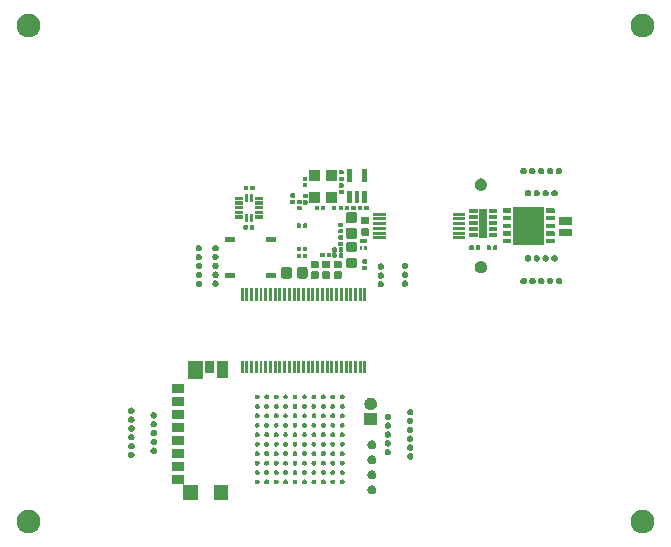
<source format=gbr>
G04 #@! TF.GenerationSoftware,KiCad,Pcbnew,(5.1.5)-3*
G04 #@! TF.CreationDate,2020-10-01T12:08:49+09:00*
G04 #@! TF.ProjectId,WF_Board,57465f42-6f61-4726-942e-6b696361645f,rev?*
G04 #@! TF.SameCoordinates,Original*
G04 #@! TF.FileFunction,Soldermask,Top*
G04 #@! TF.FilePolarity,Negative*
%FSLAX46Y46*%
G04 Gerber Fmt 4.6, Leading zero omitted, Abs format (unit mm)*
G04 Created by KiCad (PCBNEW (5.1.5)-3) date 2020-10-01 12:08:49*
%MOMM*%
%LPD*%
G04 APERTURE LIST*
%ADD10C,0.100000*%
G04 APERTURE END LIST*
D10*
G36*
X164136921Y-115007644D02*
G01*
X164291689Y-115038429D01*
X164473678Y-115113811D01*
X164637463Y-115223249D01*
X164776751Y-115362537D01*
X164886189Y-115526322D01*
X164961571Y-115708311D01*
X165000000Y-115901509D01*
X165000000Y-116098491D01*
X164961571Y-116291689D01*
X164886189Y-116473678D01*
X164776751Y-116637463D01*
X164637463Y-116776751D01*
X164473678Y-116886189D01*
X164291689Y-116961571D01*
X164136921Y-116992356D01*
X164098492Y-117000000D01*
X163901508Y-117000000D01*
X163863079Y-116992356D01*
X163708311Y-116961571D01*
X163526322Y-116886189D01*
X163362537Y-116776751D01*
X163223249Y-116637463D01*
X163113811Y-116473678D01*
X163038429Y-116291689D01*
X163000000Y-116098491D01*
X163000000Y-115901509D01*
X163038429Y-115708311D01*
X163113811Y-115526322D01*
X163223249Y-115362537D01*
X163362537Y-115223249D01*
X163526322Y-115113811D01*
X163708311Y-115038429D01*
X163863079Y-115007644D01*
X163901508Y-115000000D01*
X164098492Y-115000000D01*
X164136921Y-115007644D01*
G37*
G36*
X112136921Y-115007644D02*
G01*
X112291689Y-115038429D01*
X112473678Y-115113811D01*
X112637463Y-115223249D01*
X112776751Y-115362537D01*
X112886189Y-115526322D01*
X112961571Y-115708311D01*
X113000000Y-115901509D01*
X113000000Y-116098491D01*
X112961571Y-116291689D01*
X112886189Y-116473678D01*
X112776751Y-116637463D01*
X112637463Y-116776751D01*
X112473678Y-116886189D01*
X112291689Y-116961571D01*
X112136921Y-116992356D01*
X112098492Y-117000000D01*
X111901508Y-117000000D01*
X111863079Y-116992356D01*
X111708311Y-116961571D01*
X111526322Y-116886189D01*
X111362537Y-116776751D01*
X111223249Y-116637463D01*
X111113811Y-116473678D01*
X111038429Y-116291689D01*
X111000000Y-116098491D01*
X111000000Y-115901509D01*
X111038429Y-115708311D01*
X111113811Y-115526322D01*
X111223249Y-115362537D01*
X111362537Y-115223249D01*
X111526322Y-115113811D01*
X111708311Y-115038429D01*
X111863079Y-115007644D01*
X111901508Y-115000000D01*
X112098492Y-115000000D01*
X112136921Y-115007644D01*
G37*
G36*
X128930180Y-114144841D02*
G01*
X127679380Y-114144841D01*
X127679380Y-112944041D01*
X128930180Y-112944041D01*
X128930180Y-114144841D01*
G37*
G36*
X125190180Y-112893242D02*
G01*
X125191156Y-112903152D01*
X125194047Y-112912682D01*
X125198741Y-112921464D01*
X125205059Y-112929162D01*
X125212757Y-112935480D01*
X125221539Y-112940174D01*
X125231069Y-112943065D01*
X125240979Y-112944041D01*
X126340180Y-112944041D01*
X126340180Y-114144841D01*
X125089380Y-114144841D01*
X125089380Y-112895640D01*
X125088404Y-112885730D01*
X125085513Y-112876200D01*
X125080819Y-112867418D01*
X125074501Y-112859720D01*
X125066803Y-112853402D01*
X125058021Y-112848708D01*
X125048491Y-112845817D01*
X125038581Y-112844841D01*
X124139380Y-112844841D01*
X124139380Y-112094041D01*
X125190180Y-112094041D01*
X125190180Y-112893242D01*
G37*
G36*
X141138449Y-112931469D02*
G01*
X141186802Y-112941087D01*
X141255119Y-112969385D01*
X141316605Y-113010469D01*
X141368891Y-113062755D01*
X141409975Y-113124241D01*
X141438273Y-113192558D01*
X141452700Y-113265087D01*
X141452700Y-113339033D01*
X141438273Y-113411562D01*
X141409975Y-113479879D01*
X141368891Y-113541365D01*
X141316605Y-113593651D01*
X141255119Y-113634735D01*
X141186802Y-113663033D01*
X141138449Y-113672651D01*
X141114274Y-113677460D01*
X141040326Y-113677460D01*
X141016151Y-113672651D01*
X140967798Y-113663033D01*
X140899481Y-113634735D01*
X140837995Y-113593651D01*
X140785709Y-113541365D01*
X140744625Y-113479879D01*
X140716327Y-113411562D01*
X140701900Y-113339033D01*
X140701900Y-113265087D01*
X140716327Y-113192558D01*
X140744625Y-113124241D01*
X140785709Y-113062755D01*
X140837995Y-113010469D01*
X140899481Y-112969385D01*
X140967798Y-112941087D01*
X141016151Y-112931469D01*
X141040326Y-112926660D01*
X141114274Y-112926660D01*
X141138449Y-112931469D01*
G37*
G36*
X135436151Y-112442126D02*
G01*
X135436152Y-112442126D01*
X135436155Y-112442127D01*
X135474440Y-112457984D01*
X135508904Y-112481012D01*
X135538208Y-112510316D01*
X135561236Y-112544780D01*
X135577093Y-112583065D01*
X135585180Y-112623718D01*
X135585180Y-112665162D01*
X135577093Y-112705815D01*
X135561236Y-112744100D01*
X135538208Y-112778564D01*
X135508904Y-112807868D01*
X135474440Y-112830896D01*
X135436155Y-112846753D01*
X135436152Y-112846754D01*
X135436151Y-112846754D01*
X135395503Y-112854840D01*
X135354057Y-112854840D01*
X135313409Y-112846754D01*
X135313408Y-112846754D01*
X135313405Y-112846753D01*
X135275120Y-112830896D01*
X135240656Y-112807868D01*
X135211352Y-112778564D01*
X135188324Y-112744100D01*
X135172467Y-112705815D01*
X135164380Y-112665162D01*
X135164380Y-112623718D01*
X135172467Y-112583065D01*
X135188324Y-112544780D01*
X135211352Y-112510316D01*
X135240656Y-112481012D01*
X135275120Y-112457984D01*
X135313405Y-112442127D01*
X135313408Y-112442126D01*
X135313409Y-112442126D01*
X135354057Y-112434040D01*
X135395503Y-112434040D01*
X135436151Y-112442126D01*
G37*
G36*
X131436151Y-112442126D02*
G01*
X131436152Y-112442126D01*
X131436155Y-112442127D01*
X131474440Y-112457984D01*
X131508904Y-112481012D01*
X131538208Y-112510316D01*
X131561236Y-112544780D01*
X131577093Y-112583065D01*
X131585180Y-112623718D01*
X131585180Y-112665162D01*
X131577093Y-112705815D01*
X131561236Y-112744100D01*
X131538208Y-112778564D01*
X131508904Y-112807868D01*
X131474440Y-112830896D01*
X131436155Y-112846753D01*
X131436152Y-112846754D01*
X131436151Y-112846754D01*
X131395503Y-112854840D01*
X131354057Y-112854840D01*
X131313409Y-112846754D01*
X131313408Y-112846754D01*
X131313405Y-112846753D01*
X131275120Y-112830896D01*
X131240656Y-112807868D01*
X131211352Y-112778564D01*
X131188324Y-112744100D01*
X131172467Y-112705815D01*
X131164380Y-112665162D01*
X131164380Y-112623718D01*
X131172467Y-112583065D01*
X131188324Y-112544780D01*
X131211352Y-112510316D01*
X131240656Y-112481012D01*
X131275120Y-112457984D01*
X131313405Y-112442127D01*
X131313408Y-112442126D01*
X131313409Y-112442126D01*
X131354057Y-112434040D01*
X131395503Y-112434040D01*
X131436151Y-112442126D01*
G37*
G36*
X132236151Y-112442126D02*
G01*
X132236152Y-112442126D01*
X132236155Y-112442127D01*
X132274440Y-112457984D01*
X132308904Y-112481012D01*
X132338208Y-112510316D01*
X132361236Y-112544780D01*
X132377093Y-112583065D01*
X132385180Y-112623718D01*
X132385180Y-112665162D01*
X132377093Y-112705815D01*
X132361236Y-112744100D01*
X132338208Y-112778564D01*
X132308904Y-112807868D01*
X132274440Y-112830896D01*
X132236155Y-112846753D01*
X132236152Y-112846754D01*
X132236151Y-112846754D01*
X132195503Y-112854840D01*
X132154057Y-112854840D01*
X132113409Y-112846754D01*
X132113408Y-112846754D01*
X132113405Y-112846753D01*
X132075120Y-112830896D01*
X132040656Y-112807868D01*
X132011352Y-112778564D01*
X131988324Y-112744100D01*
X131972467Y-112705815D01*
X131964380Y-112665162D01*
X131964380Y-112623718D01*
X131972467Y-112583065D01*
X131988324Y-112544780D01*
X132011352Y-112510316D01*
X132040656Y-112481012D01*
X132075120Y-112457984D01*
X132113405Y-112442127D01*
X132113408Y-112442126D01*
X132113409Y-112442126D01*
X132154057Y-112434040D01*
X132195503Y-112434040D01*
X132236151Y-112442126D01*
G37*
G36*
X133036151Y-112442126D02*
G01*
X133036152Y-112442126D01*
X133036155Y-112442127D01*
X133074440Y-112457984D01*
X133108904Y-112481012D01*
X133138208Y-112510316D01*
X133161236Y-112544780D01*
X133177093Y-112583065D01*
X133185180Y-112623718D01*
X133185180Y-112665162D01*
X133177093Y-112705815D01*
X133161236Y-112744100D01*
X133138208Y-112778564D01*
X133108904Y-112807868D01*
X133074440Y-112830896D01*
X133036155Y-112846753D01*
X133036152Y-112846754D01*
X133036151Y-112846754D01*
X132995503Y-112854840D01*
X132954057Y-112854840D01*
X132913409Y-112846754D01*
X132913408Y-112846754D01*
X132913405Y-112846753D01*
X132875120Y-112830896D01*
X132840656Y-112807868D01*
X132811352Y-112778564D01*
X132788324Y-112744100D01*
X132772467Y-112705815D01*
X132764380Y-112665162D01*
X132764380Y-112623718D01*
X132772467Y-112583065D01*
X132788324Y-112544780D01*
X132811352Y-112510316D01*
X132840656Y-112481012D01*
X132875120Y-112457984D01*
X132913405Y-112442127D01*
X132913408Y-112442126D01*
X132913409Y-112442126D01*
X132954057Y-112434040D01*
X132995503Y-112434040D01*
X133036151Y-112442126D01*
G37*
G36*
X134636151Y-112442126D02*
G01*
X134636152Y-112442126D01*
X134636155Y-112442127D01*
X134674440Y-112457984D01*
X134708904Y-112481012D01*
X134738208Y-112510316D01*
X134761236Y-112544780D01*
X134777093Y-112583065D01*
X134785180Y-112623718D01*
X134785180Y-112665162D01*
X134777093Y-112705815D01*
X134761236Y-112744100D01*
X134738208Y-112778564D01*
X134708904Y-112807868D01*
X134674440Y-112830896D01*
X134636155Y-112846753D01*
X134636152Y-112846754D01*
X134636151Y-112846754D01*
X134595503Y-112854840D01*
X134554057Y-112854840D01*
X134513409Y-112846754D01*
X134513408Y-112846754D01*
X134513405Y-112846753D01*
X134475120Y-112830896D01*
X134440656Y-112807868D01*
X134411352Y-112778564D01*
X134388324Y-112744100D01*
X134372467Y-112705815D01*
X134364380Y-112665162D01*
X134364380Y-112623718D01*
X134372467Y-112583065D01*
X134388324Y-112544780D01*
X134411352Y-112510316D01*
X134440656Y-112481012D01*
X134475120Y-112457984D01*
X134513405Y-112442127D01*
X134513408Y-112442126D01*
X134513409Y-112442126D01*
X134554057Y-112434040D01*
X134595503Y-112434040D01*
X134636151Y-112442126D01*
G37*
G36*
X136236151Y-112442126D02*
G01*
X136236152Y-112442126D01*
X136236155Y-112442127D01*
X136274440Y-112457984D01*
X136308904Y-112481012D01*
X136338208Y-112510316D01*
X136361236Y-112544780D01*
X136377093Y-112583065D01*
X136385180Y-112623718D01*
X136385180Y-112665162D01*
X136377093Y-112705815D01*
X136361236Y-112744100D01*
X136338208Y-112778564D01*
X136308904Y-112807868D01*
X136274440Y-112830896D01*
X136236155Y-112846753D01*
X136236152Y-112846754D01*
X136236151Y-112846754D01*
X136195503Y-112854840D01*
X136154057Y-112854840D01*
X136113409Y-112846754D01*
X136113408Y-112846754D01*
X136113405Y-112846753D01*
X136075120Y-112830896D01*
X136040656Y-112807868D01*
X136011352Y-112778564D01*
X135988324Y-112744100D01*
X135972467Y-112705815D01*
X135964380Y-112665162D01*
X135964380Y-112623718D01*
X135972467Y-112583065D01*
X135988324Y-112544780D01*
X136011352Y-112510316D01*
X136040656Y-112481012D01*
X136075120Y-112457984D01*
X136113405Y-112442127D01*
X136113408Y-112442126D01*
X136113409Y-112442126D01*
X136154057Y-112434040D01*
X136195503Y-112434040D01*
X136236151Y-112442126D01*
G37*
G36*
X137036151Y-112442126D02*
G01*
X137036152Y-112442126D01*
X137036155Y-112442127D01*
X137074440Y-112457984D01*
X137108904Y-112481012D01*
X137138208Y-112510316D01*
X137161236Y-112544780D01*
X137177093Y-112583065D01*
X137185180Y-112623718D01*
X137185180Y-112665162D01*
X137177093Y-112705815D01*
X137161236Y-112744100D01*
X137138208Y-112778564D01*
X137108904Y-112807868D01*
X137074440Y-112830896D01*
X137036155Y-112846753D01*
X137036152Y-112846754D01*
X137036151Y-112846754D01*
X136995503Y-112854840D01*
X136954057Y-112854840D01*
X136913409Y-112846754D01*
X136913408Y-112846754D01*
X136913405Y-112846753D01*
X136875120Y-112830896D01*
X136840656Y-112807868D01*
X136811352Y-112778564D01*
X136788324Y-112744100D01*
X136772467Y-112705815D01*
X136764380Y-112665162D01*
X136764380Y-112623718D01*
X136772467Y-112583065D01*
X136788324Y-112544780D01*
X136811352Y-112510316D01*
X136840656Y-112481012D01*
X136875120Y-112457984D01*
X136913405Y-112442127D01*
X136913408Y-112442126D01*
X136913409Y-112442126D01*
X136954057Y-112434040D01*
X136995503Y-112434040D01*
X137036151Y-112442126D01*
G37*
G36*
X137836151Y-112442126D02*
G01*
X137836152Y-112442126D01*
X137836155Y-112442127D01*
X137874440Y-112457984D01*
X137908904Y-112481012D01*
X137938208Y-112510316D01*
X137961236Y-112544780D01*
X137977093Y-112583065D01*
X137985180Y-112623718D01*
X137985180Y-112665162D01*
X137977093Y-112705815D01*
X137961236Y-112744100D01*
X137938208Y-112778564D01*
X137908904Y-112807868D01*
X137874440Y-112830896D01*
X137836155Y-112846753D01*
X137836152Y-112846754D01*
X137836151Y-112846754D01*
X137795503Y-112854840D01*
X137754057Y-112854840D01*
X137713409Y-112846754D01*
X137713408Y-112846754D01*
X137713405Y-112846753D01*
X137675120Y-112830896D01*
X137640656Y-112807868D01*
X137611352Y-112778564D01*
X137588324Y-112744100D01*
X137572467Y-112705815D01*
X137564380Y-112665162D01*
X137564380Y-112623718D01*
X137572467Y-112583065D01*
X137588324Y-112544780D01*
X137611352Y-112510316D01*
X137640656Y-112481012D01*
X137675120Y-112457984D01*
X137713405Y-112442127D01*
X137713408Y-112442126D01*
X137713409Y-112442126D01*
X137754057Y-112434040D01*
X137795503Y-112434040D01*
X137836151Y-112442126D01*
G37*
G36*
X138636151Y-112442126D02*
G01*
X138636152Y-112442126D01*
X138636155Y-112442127D01*
X138674440Y-112457984D01*
X138708904Y-112481012D01*
X138738208Y-112510316D01*
X138761236Y-112544780D01*
X138777093Y-112583065D01*
X138785180Y-112623718D01*
X138785180Y-112665162D01*
X138777093Y-112705815D01*
X138761236Y-112744100D01*
X138738208Y-112778564D01*
X138708904Y-112807868D01*
X138674440Y-112830896D01*
X138636155Y-112846753D01*
X138636152Y-112846754D01*
X138636151Y-112846754D01*
X138595503Y-112854840D01*
X138554057Y-112854840D01*
X138513409Y-112846754D01*
X138513408Y-112846754D01*
X138513405Y-112846753D01*
X138475120Y-112830896D01*
X138440656Y-112807868D01*
X138411352Y-112778564D01*
X138388324Y-112744100D01*
X138372467Y-112705815D01*
X138364380Y-112665162D01*
X138364380Y-112623718D01*
X138372467Y-112583065D01*
X138388324Y-112544780D01*
X138411352Y-112510316D01*
X138440656Y-112481012D01*
X138475120Y-112457984D01*
X138513405Y-112442127D01*
X138513408Y-112442126D01*
X138513409Y-112442126D01*
X138554057Y-112434040D01*
X138595503Y-112434040D01*
X138636151Y-112442126D01*
G37*
G36*
X133836151Y-112442126D02*
G01*
X133836152Y-112442126D01*
X133836155Y-112442127D01*
X133874440Y-112457984D01*
X133908904Y-112481012D01*
X133938208Y-112510316D01*
X133961236Y-112544780D01*
X133977093Y-112583065D01*
X133985180Y-112623718D01*
X133985180Y-112665162D01*
X133977093Y-112705815D01*
X133961236Y-112744100D01*
X133938208Y-112778564D01*
X133908904Y-112807868D01*
X133874440Y-112830896D01*
X133836155Y-112846753D01*
X133836152Y-112846754D01*
X133836151Y-112846754D01*
X133795503Y-112854840D01*
X133754057Y-112854840D01*
X133713409Y-112846754D01*
X133713408Y-112846754D01*
X133713405Y-112846753D01*
X133675120Y-112830896D01*
X133640656Y-112807868D01*
X133611352Y-112778564D01*
X133588324Y-112744100D01*
X133572467Y-112705815D01*
X133564380Y-112665162D01*
X133564380Y-112623718D01*
X133572467Y-112583065D01*
X133588324Y-112544780D01*
X133611352Y-112510316D01*
X133640656Y-112481012D01*
X133675120Y-112457984D01*
X133713405Y-112442127D01*
X133713408Y-112442126D01*
X133713409Y-112442126D01*
X133754057Y-112434040D01*
X133795503Y-112434040D01*
X133836151Y-112442126D01*
G37*
G36*
X141138449Y-111661469D02*
G01*
X141186802Y-111671087D01*
X141255119Y-111699385D01*
X141316605Y-111740469D01*
X141368891Y-111792755D01*
X141409975Y-111854241D01*
X141438273Y-111922558D01*
X141452700Y-111995087D01*
X141452700Y-112069033D01*
X141438273Y-112141562D01*
X141409975Y-112209879D01*
X141368891Y-112271365D01*
X141316605Y-112323651D01*
X141255119Y-112364735D01*
X141186802Y-112393033D01*
X141138449Y-112402651D01*
X141114274Y-112407460D01*
X141040326Y-112407460D01*
X141016151Y-112402651D01*
X140967798Y-112393033D01*
X140899481Y-112364735D01*
X140837995Y-112323651D01*
X140785709Y-112271365D01*
X140744625Y-112209879D01*
X140716327Y-112141562D01*
X140701900Y-112069033D01*
X140701900Y-111995087D01*
X140716327Y-111922558D01*
X140744625Y-111854241D01*
X140785709Y-111792755D01*
X140837995Y-111740469D01*
X140899481Y-111699385D01*
X140967798Y-111671087D01*
X141016151Y-111661469D01*
X141040326Y-111656660D01*
X141114274Y-111656660D01*
X141138449Y-111661469D01*
G37*
G36*
X137036151Y-111642126D02*
G01*
X137036152Y-111642126D01*
X137036155Y-111642127D01*
X137074440Y-111657984D01*
X137108904Y-111681012D01*
X137138208Y-111710316D01*
X137161236Y-111744780D01*
X137177093Y-111783065D01*
X137185180Y-111823718D01*
X137185180Y-111865162D01*
X137177093Y-111905815D01*
X137161236Y-111944100D01*
X137138208Y-111978564D01*
X137108904Y-112007868D01*
X137074440Y-112030896D01*
X137036155Y-112046753D01*
X137036152Y-112046754D01*
X137036151Y-112046754D01*
X136995503Y-112054840D01*
X136954057Y-112054840D01*
X136913409Y-112046754D01*
X136913408Y-112046754D01*
X136913405Y-112046753D01*
X136875120Y-112030896D01*
X136840656Y-112007868D01*
X136811352Y-111978564D01*
X136788324Y-111944100D01*
X136772467Y-111905815D01*
X136764380Y-111865162D01*
X136764380Y-111823718D01*
X136772467Y-111783065D01*
X136788324Y-111744780D01*
X136811352Y-111710316D01*
X136840656Y-111681012D01*
X136875120Y-111657984D01*
X136913405Y-111642127D01*
X136913408Y-111642126D01*
X136913409Y-111642126D01*
X136954057Y-111634040D01*
X136995503Y-111634040D01*
X137036151Y-111642126D01*
G37*
G36*
X138636151Y-111642126D02*
G01*
X138636152Y-111642126D01*
X138636155Y-111642127D01*
X138674440Y-111657984D01*
X138708904Y-111681012D01*
X138738208Y-111710316D01*
X138761236Y-111744780D01*
X138777093Y-111783065D01*
X138785180Y-111823718D01*
X138785180Y-111865162D01*
X138777093Y-111905815D01*
X138761236Y-111944100D01*
X138738208Y-111978564D01*
X138708904Y-112007868D01*
X138674440Y-112030896D01*
X138636155Y-112046753D01*
X138636152Y-112046754D01*
X138636151Y-112046754D01*
X138595503Y-112054840D01*
X138554057Y-112054840D01*
X138513409Y-112046754D01*
X138513408Y-112046754D01*
X138513405Y-112046753D01*
X138475120Y-112030896D01*
X138440656Y-112007868D01*
X138411352Y-111978564D01*
X138388324Y-111944100D01*
X138372467Y-111905815D01*
X138364380Y-111865162D01*
X138364380Y-111823718D01*
X138372467Y-111783065D01*
X138388324Y-111744780D01*
X138411352Y-111710316D01*
X138440656Y-111681012D01*
X138475120Y-111657984D01*
X138513405Y-111642127D01*
X138513408Y-111642126D01*
X138513409Y-111642126D01*
X138554057Y-111634040D01*
X138595503Y-111634040D01*
X138636151Y-111642126D01*
G37*
G36*
X137836151Y-111642126D02*
G01*
X137836152Y-111642126D01*
X137836155Y-111642127D01*
X137874440Y-111657984D01*
X137908904Y-111681012D01*
X137938208Y-111710316D01*
X137961236Y-111744780D01*
X137977093Y-111783065D01*
X137985180Y-111823718D01*
X137985180Y-111865162D01*
X137977093Y-111905815D01*
X137961236Y-111944100D01*
X137938208Y-111978564D01*
X137908904Y-112007868D01*
X137874440Y-112030896D01*
X137836155Y-112046753D01*
X137836152Y-112046754D01*
X137836151Y-112046754D01*
X137795503Y-112054840D01*
X137754057Y-112054840D01*
X137713409Y-112046754D01*
X137713408Y-112046754D01*
X137713405Y-112046753D01*
X137675120Y-112030896D01*
X137640656Y-112007868D01*
X137611352Y-111978564D01*
X137588324Y-111944100D01*
X137572467Y-111905815D01*
X137564380Y-111865162D01*
X137564380Y-111823718D01*
X137572467Y-111783065D01*
X137588324Y-111744780D01*
X137611352Y-111710316D01*
X137640656Y-111681012D01*
X137675120Y-111657984D01*
X137713405Y-111642127D01*
X137713408Y-111642126D01*
X137713409Y-111642126D01*
X137754057Y-111634040D01*
X137795503Y-111634040D01*
X137836151Y-111642126D01*
G37*
G36*
X135436151Y-111642126D02*
G01*
X135436152Y-111642126D01*
X135436155Y-111642127D01*
X135474440Y-111657984D01*
X135508904Y-111681012D01*
X135538208Y-111710316D01*
X135561236Y-111744780D01*
X135577093Y-111783065D01*
X135585180Y-111823718D01*
X135585180Y-111865162D01*
X135577093Y-111905815D01*
X135561236Y-111944100D01*
X135538208Y-111978564D01*
X135508904Y-112007868D01*
X135474440Y-112030896D01*
X135436155Y-112046753D01*
X135436152Y-112046754D01*
X135436151Y-112046754D01*
X135395503Y-112054840D01*
X135354057Y-112054840D01*
X135313409Y-112046754D01*
X135313408Y-112046754D01*
X135313405Y-112046753D01*
X135275120Y-112030896D01*
X135240656Y-112007868D01*
X135211352Y-111978564D01*
X135188324Y-111944100D01*
X135172467Y-111905815D01*
X135164380Y-111865162D01*
X135164380Y-111823718D01*
X135172467Y-111783065D01*
X135188324Y-111744780D01*
X135211352Y-111710316D01*
X135240656Y-111681012D01*
X135275120Y-111657984D01*
X135313405Y-111642127D01*
X135313408Y-111642126D01*
X135313409Y-111642126D01*
X135354057Y-111634040D01*
X135395503Y-111634040D01*
X135436151Y-111642126D01*
G37*
G36*
X134636151Y-111642126D02*
G01*
X134636152Y-111642126D01*
X134636155Y-111642127D01*
X134674440Y-111657984D01*
X134708904Y-111681012D01*
X134738208Y-111710316D01*
X134761236Y-111744780D01*
X134777093Y-111783065D01*
X134785180Y-111823718D01*
X134785180Y-111865162D01*
X134777093Y-111905815D01*
X134761236Y-111944100D01*
X134738208Y-111978564D01*
X134708904Y-112007868D01*
X134674440Y-112030896D01*
X134636155Y-112046753D01*
X134636152Y-112046754D01*
X134636151Y-112046754D01*
X134595503Y-112054840D01*
X134554057Y-112054840D01*
X134513409Y-112046754D01*
X134513408Y-112046754D01*
X134513405Y-112046753D01*
X134475120Y-112030896D01*
X134440656Y-112007868D01*
X134411352Y-111978564D01*
X134388324Y-111944100D01*
X134372467Y-111905815D01*
X134364380Y-111865162D01*
X134364380Y-111823718D01*
X134372467Y-111783065D01*
X134388324Y-111744780D01*
X134411352Y-111710316D01*
X134440656Y-111681012D01*
X134475120Y-111657984D01*
X134513405Y-111642127D01*
X134513408Y-111642126D01*
X134513409Y-111642126D01*
X134554057Y-111634040D01*
X134595503Y-111634040D01*
X134636151Y-111642126D01*
G37*
G36*
X132236151Y-111642126D02*
G01*
X132236152Y-111642126D01*
X132236155Y-111642127D01*
X132274440Y-111657984D01*
X132308904Y-111681012D01*
X132338208Y-111710316D01*
X132361236Y-111744780D01*
X132377093Y-111783065D01*
X132385180Y-111823718D01*
X132385180Y-111865162D01*
X132377093Y-111905815D01*
X132361236Y-111944100D01*
X132338208Y-111978564D01*
X132308904Y-112007868D01*
X132274440Y-112030896D01*
X132236155Y-112046753D01*
X132236152Y-112046754D01*
X132236151Y-112046754D01*
X132195503Y-112054840D01*
X132154057Y-112054840D01*
X132113409Y-112046754D01*
X132113408Y-112046754D01*
X132113405Y-112046753D01*
X132075120Y-112030896D01*
X132040656Y-112007868D01*
X132011352Y-111978564D01*
X131988324Y-111944100D01*
X131972467Y-111905815D01*
X131964380Y-111865162D01*
X131964380Y-111823718D01*
X131972467Y-111783065D01*
X131988324Y-111744780D01*
X132011352Y-111710316D01*
X132040656Y-111681012D01*
X132075120Y-111657984D01*
X132113405Y-111642127D01*
X132113408Y-111642126D01*
X132113409Y-111642126D01*
X132154057Y-111634040D01*
X132195503Y-111634040D01*
X132236151Y-111642126D01*
G37*
G36*
X136236151Y-111642126D02*
G01*
X136236152Y-111642126D01*
X136236155Y-111642127D01*
X136274440Y-111657984D01*
X136308904Y-111681012D01*
X136338208Y-111710316D01*
X136361236Y-111744780D01*
X136377093Y-111783065D01*
X136385180Y-111823718D01*
X136385180Y-111865162D01*
X136377093Y-111905815D01*
X136361236Y-111944100D01*
X136338208Y-111978564D01*
X136308904Y-112007868D01*
X136274440Y-112030896D01*
X136236155Y-112046753D01*
X136236152Y-112046754D01*
X136236151Y-112046754D01*
X136195503Y-112054840D01*
X136154057Y-112054840D01*
X136113409Y-112046754D01*
X136113408Y-112046754D01*
X136113405Y-112046753D01*
X136075120Y-112030896D01*
X136040656Y-112007868D01*
X136011352Y-111978564D01*
X135988324Y-111944100D01*
X135972467Y-111905815D01*
X135964380Y-111865162D01*
X135964380Y-111823718D01*
X135972467Y-111783065D01*
X135988324Y-111744780D01*
X136011352Y-111710316D01*
X136040656Y-111681012D01*
X136075120Y-111657984D01*
X136113405Y-111642127D01*
X136113408Y-111642126D01*
X136113409Y-111642126D01*
X136154057Y-111634040D01*
X136195503Y-111634040D01*
X136236151Y-111642126D01*
G37*
G36*
X133036151Y-111642126D02*
G01*
X133036152Y-111642126D01*
X133036155Y-111642127D01*
X133074440Y-111657984D01*
X133108904Y-111681012D01*
X133138208Y-111710316D01*
X133161236Y-111744780D01*
X133177093Y-111783065D01*
X133185180Y-111823718D01*
X133185180Y-111865162D01*
X133177093Y-111905815D01*
X133161236Y-111944100D01*
X133138208Y-111978564D01*
X133108904Y-112007868D01*
X133074440Y-112030896D01*
X133036155Y-112046753D01*
X133036152Y-112046754D01*
X133036151Y-112046754D01*
X132995503Y-112054840D01*
X132954057Y-112054840D01*
X132913409Y-112046754D01*
X132913408Y-112046754D01*
X132913405Y-112046753D01*
X132875120Y-112030896D01*
X132840656Y-112007868D01*
X132811352Y-111978564D01*
X132788324Y-111944100D01*
X132772467Y-111905815D01*
X132764380Y-111865162D01*
X132764380Y-111823718D01*
X132772467Y-111783065D01*
X132788324Y-111744780D01*
X132811352Y-111710316D01*
X132840656Y-111681012D01*
X132875120Y-111657984D01*
X132913405Y-111642127D01*
X132913408Y-111642126D01*
X132913409Y-111642126D01*
X132954057Y-111634040D01*
X132995503Y-111634040D01*
X133036151Y-111642126D01*
G37*
G36*
X133836151Y-111642126D02*
G01*
X133836152Y-111642126D01*
X133836155Y-111642127D01*
X133874440Y-111657984D01*
X133908904Y-111681012D01*
X133938208Y-111710316D01*
X133961236Y-111744780D01*
X133977093Y-111783065D01*
X133985180Y-111823718D01*
X133985180Y-111865162D01*
X133977093Y-111905815D01*
X133961236Y-111944100D01*
X133938208Y-111978564D01*
X133908904Y-112007868D01*
X133874440Y-112030896D01*
X133836155Y-112046753D01*
X133836152Y-112046754D01*
X133836151Y-112046754D01*
X133795503Y-112054840D01*
X133754057Y-112054840D01*
X133713409Y-112046754D01*
X133713408Y-112046754D01*
X133713405Y-112046753D01*
X133675120Y-112030896D01*
X133640656Y-112007868D01*
X133611352Y-111978564D01*
X133588324Y-111944100D01*
X133572467Y-111905815D01*
X133564380Y-111865162D01*
X133564380Y-111823718D01*
X133572467Y-111783065D01*
X133588324Y-111744780D01*
X133611352Y-111710316D01*
X133640656Y-111681012D01*
X133675120Y-111657984D01*
X133713405Y-111642127D01*
X133713408Y-111642126D01*
X133713409Y-111642126D01*
X133754057Y-111634040D01*
X133795503Y-111634040D01*
X133836151Y-111642126D01*
G37*
G36*
X131436151Y-111642126D02*
G01*
X131436152Y-111642126D01*
X131436155Y-111642127D01*
X131474440Y-111657984D01*
X131508904Y-111681012D01*
X131538208Y-111710316D01*
X131561236Y-111744780D01*
X131577093Y-111783065D01*
X131585180Y-111823718D01*
X131585180Y-111865162D01*
X131577093Y-111905815D01*
X131561236Y-111944100D01*
X131538208Y-111978564D01*
X131508904Y-112007868D01*
X131474440Y-112030896D01*
X131436155Y-112046753D01*
X131436152Y-112046754D01*
X131436151Y-112046754D01*
X131395503Y-112054840D01*
X131354057Y-112054840D01*
X131313409Y-112046754D01*
X131313408Y-112046754D01*
X131313405Y-112046753D01*
X131275120Y-112030896D01*
X131240656Y-112007868D01*
X131211352Y-111978564D01*
X131188324Y-111944100D01*
X131172467Y-111905815D01*
X131164380Y-111865162D01*
X131164380Y-111823718D01*
X131172467Y-111783065D01*
X131188324Y-111744780D01*
X131211352Y-111710316D01*
X131240656Y-111681012D01*
X131275120Y-111657984D01*
X131313405Y-111642127D01*
X131313408Y-111642126D01*
X131313409Y-111642126D01*
X131354057Y-111634040D01*
X131395503Y-111634040D01*
X131436151Y-111642126D01*
G37*
G36*
X125190180Y-111744841D02*
G01*
X124139380Y-111744841D01*
X124139380Y-110994041D01*
X125190180Y-110994041D01*
X125190180Y-111744841D01*
G37*
G36*
X134636151Y-110842126D02*
G01*
X134636152Y-110842126D01*
X134636155Y-110842127D01*
X134674440Y-110857984D01*
X134708904Y-110881012D01*
X134738208Y-110910316D01*
X134761236Y-110944780D01*
X134777093Y-110983065D01*
X134777094Y-110983068D01*
X134777094Y-110983069D01*
X134785180Y-111023717D01*
X134785180Y-111065162D01*
X134777093Y-111105815D01*
X134761236Y-111144100D01*
X134738208Y-111178564D01*
X134708904Y-111207868D01*
X134674440Y-111230896D01*
X134636155Y-111246753D01*
X134636152Y-111246754D01*
X134636151Y-111246754D01*
X134595503Y-111254840D01*
X134554057Y-111254840D01*
X134513409Y-111246754D01*
X134513408Y-111246754D01*
X134513405Y-111246753D01*
X134475120Y-111230896D01*
X134440656Y-111207868D01*
X134411352Y-111178564D01*
X134388324Y-111144100D01*
X134372467Y-111105815D01*
X134364380Y-111065162D01*
X134364380Y-111023717D01*
X134372466Y-110983069D01*
X134372466Y-110983068D01*
X134372467Y-110983065D01*
X134388324Y-110944780D01*
X134411352Y-110910316D01*
X134440656Y-110881012D01*
X134475120Y-110857984D01*
X134513405Y-110842127D01*
X134513408Y-110842126D01*
X134513409Y-110842126D01*
X134554057Y-110834040D01*
X134595503Y-110834040D01*
X134636151Y-110842126D01*
G37*
G36*
X132236151Y-110842126D02*
G01*
X132236152Y-110842126D01*
X132236155Y-110842127D01*
X132274440Y-110857984D01*
X132308904Y-110881012D01*
X132338208Y-110910316D01*
X132361236Y-110944780D01*
X132377093Y-110983065D01*
X132377094Y-110983068D01*
X132377094Y-110983069D01*
X132385180Y-111023717D01*
X132385180Y-111065162D01*
X132377093Y-111105815D01*
X132361236Y-111144100D01*
X132338208Y-111178564D01*
X132308904Y-111207868D01*
X132274440Y-111230896D01*
X132236155Y-111246753D01*
X132236152Y-111246754D01*
X132236151Y-111246754D01*
X132195503Y-111254840D01*
X132154057Y-111254840D01*
X132113409Y-111246754D01*
X132113408Y-111246754D01*
X132113405Y-111246753D01*
X132075120Y-111230896D01*
X132040656Y-111207868D01*
X132011352Y-111178564D01*
X131988324Y-111144100D01*
X131972467Y-111105815D01*
X131964380Y-111065162D01*
X131964380Y-111023717D01*
X131972466Y-110983069D01*
X131972466Y-110983068D01*
X131972467Y-110983065D01*
X131988324Y-110944780D01*
X132011352Y-110910316D01*
X132040656Y-110881012D01*
X132075120Y-110857984D01*
X132113405Y-110842127D01*
X132113408Y-110842126D01*
X132113409Y-110842126D01*
X132154057Y-110834040D01*
X132195503Y-110834040D01*
X132236151Y-110842126D01*
G37*
G36*
X133036151Y-110842126D02*
G01*
X133036152Y-110842126D01*
X133036155Y-110842127D01*
X133074440Y-110857984D01*
X133108904Y-110881012D01*
X133138208Y-110910316D01*
X133161236Y-110944780D01*
X133177093Y-110983065D01*
X133177094Y-110983068D01*
X133177094Y-110983069D01*
X133185180Y-111023717D01*
X133185180Y-111065162D01*
X133177093Y-111105815D01*
X133161236Y-111144100D01*
X133138208Y-111178564D01*
X133108904Y-111207868D01*
X133074440Y-111230896D01*
X133036155Y-111246753D01*
X133036152Y-111246754D01*
X133036151Y-111246754D01*
X132995503Y-111254840D01*
X132954057Y-111254840D01*
X132913409Y-111246754D01*
X132913408Y-111246754D01*
X132913405Y-111246753D01*
X132875120Y-111230896D01*
X132840656Y-111207868D01*
X132811352Y-111178564D01*
X132788324Y-111144100D01*
X132772467Y-111105815D01*
X132764380Y-111065162D01*
X132764380Y-111023717D01*
X132772466Y-110983069D01*
X132772466Y-110983068D01*
X132772467Y-110983065D01*
X132788324Y-110944780D01*
X132811352Y-110910316D01*
X132840656Y-110881012D01*
X132875120Y-110857984D01*
X132913405Y-110842127D01*
X132913408Y-110842126D01*
X132913409Y-110842126D01*
X132954057Y-110834040D01*
X132995503Y-110834040D01*
X133036151Y-110842126D01*
G37*
G36*
X133836151Y-110842126D02*
G01*
X133836152Y-110842126D01*
X133836155Y-110842127D01*
X133874440Y-110857984D01*
X133908904Y-110881012D01*
X133938208Y-110910316D01*
X133961236Y-110944780D01*
X133977093Y-110983065D01*
X133977094Y-110983068D01*
X133977094Y-110983069D01*
X133985180Y-111023717D01*
X133985180Y-111065162D01*
X133977093Y-111105815D01*
X133961236Y-111144100D01*
X133938208Y-111178564D01*
X133908904Y-111207868D01*
X133874440Y-111230896D01*
X133836155Y-111246753D01*
X133836152Y-111246754D01*
X133836151Y-111246754D01*
X133795503Y-111254840D01*
X133754057Y-111254840D01*
X133713409Y-111246754D01*
X133713408Y-111246754D01*
X133713405Y-111246753D01*
X133675120Y-111230896D01*
X133640656Y-111207868D01*
X133611352Y-111178564D01*
X133588324Y-111144100D01*
X133572467Y-111105815D01*
X133564380Y-111065162D01*
X133564380Y-111023717D01*
X133572466Y-110983069D01*
X133572466Y-110983068D01*
X133572467Y-110983065D01*
X133588324Y-110944780D01*
X133611352Y-110910316D01*
X133640656Y-110881012D01*
X133675120Y-110857984D01*
X133713405Y-110842127D01*
X133713408Y-110842126D01*
X133713409Y-110842126D01*
X133754057Y-110834040D01*
X133795503Y-110834040D01*
X133836151Y-110842126D01*
G37*
G36*
X135436151Y-110842126D02*
G01*
X135436152Y-110842126D01*
X135436155Y-110842127D01*
X135474440Y-110857984D01*
X135508904Y-110881012D01*
X135538208Y-110910316D01*
X135561236Y-110944780D01*
X135577093Y-110983065D01*
X135577094Y-110983068D01*
X135577094Y-110983069D01*
X135585180Y-111023717D01*
X135585180Y-111065162D01*
X135577093Y-111105815D01*
X135561236Y-111144100D01*
X135538208Y-111178564D01*
X135508904Y-111207868D01*
X135474440Y-111230896D01*
X135436155Y-111246753D01*
X135436152Y-111246754D01*
X135436151Y-111246754D01*
X135395503Y-111254840D01*
X135354057Y-111254840D01*
X135313409Y-111246754D01*
X135313408Y-111246754D01*
X135313405Y-111246753D01*
X135275120Y-111230896D01*
X135240656Y-111207868D01*
X135211352Y-111178564D01*
X135188324Y-111144100D01*
X135172467Y-111105815D01*
X135164380Y-111065162D01*
X135164380Y-111023717D01*
X135172466Y-110983069D01*
X135172466Y-110983068D01*
X135172467Y-110983065D01*
X135188324Y-110944780D01*
X135211352Y-110910316D01*
X135240656Y-110881012D01*
X135275120Y-110857984D01*
X135313405Y-110842127D01*
X135313408Y-110842126D01*
X135313409Y-110842126D01*
X135354057Y-110834040D01*
X135395503Y-110834040D01*
X135436151Y-110842126D01*
G37*
G36*
X136236151Y-110842126D02*
G01*
X136236152Y-110842126D01*
X136236155Y-110842127D01*
X136274440Y-110857984D01*
X136308904Y-110881012D01*
X136338208Y-110910316D01*
X136361236Y-110944780D01*
X136377093Y-110983065D01*
X136377094Y-110983068D01*
X136377094Y-110983069D01*
X136385180Y-111023717D01*
X136385180Y-111065162D01*
X136377093Y-111105815D01*
X136361236Y-111144100D01*
X136338208Y-111178564D01*
X136308904Y-111207868D01*
X136274440Y-111230896D01*
X136236155Y-111246753D01*
X136236152Y-111246754D01*
X136236151Y-111246754D01*
X136195503Y-111254840D01*
X136154057Y-111254840D01*
X136113409Y-111246754D01*
X136113408Y-111246754D01*
X136113405Y-111246753D01*
X136075120Y-111230896D01*
X136040656Y-111207868D01*
X136011352Y-111178564D01*
X135988324Y-111144100D01*
X135972467Y-111105815D01*
X135964380Y-111065162D01*
X135964380Y-111023717D01*
X135972466Y-110983069D01*
X135972466Y-110983068D01*
X135972467Y-110983065D01*
X135988324Y-110944780D01*
X136011352Y-110910316D01*
X136040656Y-110881012D01*
X136075120Y-110857984D01*
X136113405Y-110842127D01*
X136113408Y-110842126D01*
X136113409Y-110842126D01*
X136154057Y-110834040D01*
X136195503Y-110834040D01*
X136236151Y-110842126D01*
G37*
G36*
X137036151Y-110842126D02*
G01*
X137036152Y-110842126D01*
X137036155Y-110842127D01*
X137074440Y-110857984D01*
X137108904Y-110881012D01*
X137138208Y-110910316D01*
X137161236Y-110944780D01*
X137177093Y-110983065D01*
X137177094Y-110983068D01*
X137177094Y-110983069D01*
X137185180Y-111023717D01*
X137185180Y-111065162D01*
X137177093Y-111105815D01*
X137161236Y-111144100D01*
X137138208Y-111178564D01*
X137108904Y-111207868D01*
X137074440Y-111230896D01*
X137036155Y-111246753D01*
X137036152Y-111246754D01*
X137036151Y-111246754D01*
X136995503Y-111254840D01*
X136954057Y-111254840D01*
X136913409Y-111246754D01*
X136913408Y-111246754D01*
X136913405Y-111246753D01*
X136875120Y-111230896D01*
X136840656Y-111207868D01*
X136811352Y-111178564D01*
X136788324Y-111144100D01*
X136772467Y-111105815D01*
X136764380Y-111065162D01*
X136764380Y-111023717D01*
X136772466Y-110983069D01*
X136772466Y-110983068D01*
X136772467Y-110983065D01*
X136788324Y-110944780D01*
X136811352Y-110910316D01*
X136840656Y-110881012D01*
X136875120Y-110857984D01*
X136913405Y-110842127D01*
X136913408Y-110842126D01*
X136913409Y-110842126D01*
X136954057Y-110834040D01*
X136995503Y-110834040D01*
X137036151Y-110842126D01*
G37*
G36*
X138636151Y-110842126D02*
G01*
X138636152Y-110842126D01*
X138636155Y-110842127D01*
X138674440Y-110857984D01*
X138708904Y-110881012D01*
X138738208Y-110910316D01*
X138761236Y-110944780D01*
X138777093Y-110983065D01*
X138777094Y-110983068D01*
X138777094Y-110983069D01*
X138785180Y-111023717D01*
X138785180Y-111065162D01*
X138777093Y-111105815D01*
X138761236Y-111144100D01*
X138738208Y-111178564D01*
X138708904Y-111207868D01*
X138674440Y-111230896D01*
X138636155Y-111246753D01*
X138636152Y-111246754D01*
X138636151Y-111246754D01*
X138595503Y-111254840D01*
X138554057Y-111254840D01*
X138513409Y-111246754D01*
X138513408Y-111246754D01*
X138513405Y-111246753D01*
X138475120Y-111230896D01*
X138440656Y-111207868D01*
X138411352Y-111178564D01*
X138388324Y-111144100D01*
X138372467Y-111105815D01*
X138364380Y-111065162D01*
X138364380Y-111023717D01*
X138372466Y-110983069D01*
X138372466Y-110983068D01*
X138372467Y-110983065D01*
X138388324Y-110944780D01*
X138411352Y-110910316D01*
X138440656Y-110881012D01*
X138475120Y-110857984D01*
X138513405Y-110842127D01*
X138513408Y-110842126D01*
X138513409Y-110842126D01*
X138554057Y-110834040D01*
X138595503Y-110834040D01*
X138636151Y-110842126D01*
G37*
G36*
X137836151Y-110842126D02*
G01*
X137836152Y-110842126D01*
X137836155Y-110842127D01*
X137874440Y-110857984D01*
X137908904Y-110881012D01*
X137938208Y-110910316D01*
X137961236Y-110944780D01*
X137977093Y-110983065D01*
X137977094Y-110983068D01*
X137977094Y-110983069D01*
X137985180Y-111023717D01*
X137985180Y-111065162D01*
X137977093Y-111105815D01*
X137961236Y-111144100D01*
X137938208Y-111178564D01*
X137908904Y-111207868D01*
X137874440Y-111230896D01*
X137836155Y-111246753D01*
X137836152Y-111246754D01*
X137836151Y-111246754D01*
X137795503Y-111254840D01*
X137754057Y-111254840D01*
X137713409Y-111246754D01*
X137713408Y-111246754D01*
X137713405Y-111246753D01*
X137675120Y-111230896D01*
X137640656Y-111207868D01*
X137611352Y-111178564D01*
X137588324Y-111144100D01*
X137572467Y-111105815D01*
X137564380Y-111065162D01*
X137564380Y-111023717D01*
X137572466Y-110983069D01*
X137572466Y-110983068D01*
X137572467Y-110983065D01*
X137588324Y-110944780D01*
X137611352Y-110910316D01*
X137640656Y-110881012D01*
X137675120Y-110857984D01*
X137713405Y-110842127D01*
X137713408Y-110842126D01*
X137713409Y-110842126D01*
X137754057Y-110834040D01*
X137795503Y-110834040D01*
X137836151Y-110842126D01*
G37*
G36*
X131436151Y-110842126D02*
G01*
X131436152Y-110842126D01*
X131436155Y-110842127D01*
X131474440Y-110857984D01*
X131508904Y-110881012D01*
X131538208Y-110910316D01*
X131561236Y-110944780D01*
X131577093Y-110983065D01*
X131577094Y-110983068D01*
X131577094Y-110983069D01*
X131585180Y-111023717D01*
X131585180Y-111065162D01*
X131577093Y-111105815D01*
X131561236Y-111144100D01*
X131538208Y-111178564D01*
X131508904Y-111207868D01*
X131474440Y-111230896D01*
X131436155Y-111246753D01*
X131436152Y-111246754D01*
X131436151Y-111246754D01*
X131395503Y-111254840D01*
X131354057Y-111254840D01*
X131313409Y-111246754D01*
X131313408Y-111246754D01*
X131313405Y-111246753D01*
X131275120Y-111230896D01*
X131240656Y-111207868D01*
X131211352Y-111178564D01*
X131188324Y-111144100D01*
X131172467Y-111105815D01*
X131164380Y-111065162D01*
X131164380Y-111023717D01*
X131172466Y-110983069D01*
X131172466Y-110983068D01*
X131172467Y-110983065D01*
X131188324Y-110944780D01*
X131211352Y-110910316D01*
X131240656Y-110881012D01*
X131275120Y-110857984D01*
X131313405Y-110842127D01*
X131313408Y-110842126D01*
X131313409Y-110842126D01*
X131354057Y-110834040D01*
X131395503Y-110834040D01*
X131436151Y-110842126D01*
G37*
G36*
X141138449Y-110391469D02*
G01*
X141186802Y-110401087D01*
X141255119Y-110429385D01*
X141316605Y-110470469D01*
X141368891Y-110522755D01*
X141409975Y-110584241D01*
X141438273Y-110652558D01*
X141438870Y-110655561D01*
X141452496Y-110724058D01*
X141452700Y-110725087D01*
X141452700Y-110799033D01*
X141438273Y-110871562D01*
X141409975Y-110939879D01*
X141368891Y-111001365D01*
X141316605Y-111053651D01*
X141255119Y-111094735D01*
X141186802Y-111123033D01*
X141138449Y-111132651D01*
X141114274Y-111137460D01*
X141040326Y-111137460D01*
X141016151Y-111132651D01*
X140967798Y-111123033D01*
X140899481Y-111094735D01*
X140837995Y-111053651D01*
X140785709Y-111001365D01*
X140744625Y-110939879D01*
X140716327Y-110871562D01*
X140701900Y-110799033D01*
X140701900Y-110725087D01*
X140702105Y-110724058D01*
X140715730Y-110655561D01*
X140716327Y-110652558D01*
X140744625Y-110584241D01*
X140785709Y-110522755D01*
X140837995Y-110470469D01*
X140899481Y-110429385D01*
X140967798Y-110401087D01*
X141016151Y-110391469D01*
X141040326Y-110386660D01*
X141114274Y-110386660D01*
X141138449Y-110391469D01*
G37*
G36*
X144410331Y-110215183D02*
G01*
X144460451Y-110235943D01*
X144505558Y-110266082D01*
X144543918Y-110304442D01*
X144574057Y-110349549D01*
X144594817Y-110399669D01*
X144605400Y-110452875D01*
X144605400Y-110507125D01*
X144594817Y-110560331D01*
X144574057Y-110610451D01*
X144543918Y-110655558D01*
X144505558Y-110693918D01*
X144460451Y-110724057D01*
X144410331Y-110744817D01*
X144357125Y-110755400D01*
X144302875Y-110755400D01*
X144249669Y-110744817D01*
X144199549Y-110724057D01*
X144154442Y-110693918D01*
X144116082Y-110655558D01*
X144085943Y-110610451D01*
X144065183Y-110560331D01*
X144054600Y-110507125D01*
X144054600Y-110452875D01*
X144065183Y-110399669D01*
X144085943Y-110349549D01*
X144116082Y-110304442D01*
X144154442Y-110266082D01*
X144199549Y-110235943D01*
X144249669Y-110215183D01*
X144302875Y-110204600D01*
X144357125Y-110204600D01*
X144410331Y-110215183D01*
G37*
G36*
X125190180Y-110644841D02*
G01*
X124139380Y-110644841D01*
X124139380Y-109894041D01*
X125190180Y-109894041D01*
X125190180Y-110644841D01*
G37*
G36*
X120800331Y-110095183D02*
G01*
X120850451Y-110115943D01*
X120895558Y-110146082D01*
X120933918Y-110184442D01*
X120964057Y-110229549D01*
X120984817Y-110279669D01*
X120995400Y-110332875D01*
X120995400Y-110387125D01*
X120984817Y-110440331D01*
X120964057Y-110490451D01*
X120933918Y-110535558D01*
X120895558Y-110573918D01*
X120850451Y-110604057D01*
X120800331Y-110624817D01*
X120747125Y-110635400D01*
X120692875Y-110635400D01*
X120639669Y-110624817D01*
X120589549Y-110604057D01*
X120544442Y-110573918D01*
X120506082Y-110535558D01*
X120475943Y-110490451D01*
X120455183Y-110440331D01*
X120444600Y-110387125D01*
X120444600Y-110332875D01*
X120455183Y-110279669D01*
X120475943Y-110229549D01*
X120506082Y-110184442D01*
X120544442Y-110146082D01*
X120589549Y-110115943D01*
X120639669Y-110095183D01*
X120692875Y-110084600D01*
X120747125Y-110084600D01*
X120800331Y-110095183D01*
G37*
G36*
X134636151Y-110042126D02*
G01*
X134636152Y-110042126D01*
X134636155Y-110042127D01*
X134674440Y-110057984D01*
X134708904Y-110081012D01*
X134738208Y-110110316D01*
X134761236Y-110144780D01*
X134777093Y-110183065D01*
X134777094Y-110183068D01*
X134777094Y-110183069D01*
X134785180Y-110223717D01*
X134785180Y-110265163D01*
X134783144Y-110275400D01*
X134777093Y-110305815D01*
X134761236Y-110344100D01*
X134738208Y-110378564D01*
X134708904Y-110407868D01*
X134674440Y-110430896D01*
X134636155Y-110446753D01*
X134636152Y-110446754D01*
X134636151Y-110446754D01*
X134595503Y-110454840D01*
X134554057Y-110454840D01*
X134513409Y-110446754D01*
X134513408Y-110446754D01*
X134513405Y-110446753D01*
X134475120Y-110430896D01*
X134440656Y-110407868D01*
X134411352Y-110378564D01*
X134388324Y-110344100D01*
X134372467Y-110305815D01*
X134366417Y-110275400D01*
X134364380Y-110265163D01*
X134364380Y-110223717D01*
X134372466Y-110183069D01*
X134372466Y-110183068D01*
X134372467Y-110183065D01*
X134388324Y-110144780D01*
X134411352Y-110110316D01*
X134440656Y-110081012D01*
X134475120Y-110057984D01*
X134513405Y-110042127D01*
X134513408Y-110042126D01*
X134513409Y-110042126D01*
X134554057Y-110034040D01*
X134595503Y-110034040D01*
X134636151Y-110042126D01*
G37*
G36*
X138636151Y-110042126D02*
G01*
X138636152Y-110042126D01*
X138636155Y-110042127D01*
X138674440Y-110057984D01*
X138708904Y-110081012D01*
X138738208Y-110110316D01*
X138761236Y-110144780D01*
X138777093Y-110183065D01*
X138777094Y-110183068D01*
X138777094Y-110183069D01*
X138785180Y-110223717D01*
X138785180Y-110265163D01*
X138783144Y-110275400D01*
X138777093Y-110305815D01*
X138761236Y-110344100D01*
X138738208Y-110378564D01*
X138708904Y-110407868D01*
X138674440Y-110430896D01*
X138636155Y-110446753D01*
X138636152Y-110446754D01*
X138636151Y-110446754D01*
X138595503Y-110454840D01*
X138554057Y-110454840D01*
X138513409Y-110446754D01*
X138513408Y-110446754D01*
X138513405Y-110446753D01*
X138475120Y-110430896D01*
X138440656Y-110407868D01*
X138411352Y-110378564D01*
X138388324Y-110344100D01*
X138372467Y-110305815D01*
X138366417Y-110275400D01*
X138364380Y-110265163D01*
X138364380Y-110223717D01*
X138372466Y-110183069D01*
X138372466Y-110183068D01*
X138372467Y-110183065D01*
X138388324Y-110144780D01*
X138411352Y-110110316D01*
X138440656Y-110081012D01*
X138475120Y-110057984D01*
X138513405Y-110042127D01*
X138513408Y-110042126D01*
X138513409Y-110042126D01*
X138554057Y-110034040D01*
X138595503Y-110034040D01*
X138636151Y-110042126D01*
G37*
G36*
X132236151Y-110042126D02*
G01*
X132236152Y-110042126D01*
X132236155Y-110042127D01*
X132274440Y-110057984D01*
X132308904Y-110081012D01*
X132338208Y-110110316D01*
X132361236Y-110144780D01*
X132377093Y-110183065D01*
X132377094Y-110183068D01*
X132377094Y-110183069D01*
X132385180Y-110223717D01*
X132385180Y-110265163D01*
X132383144Y-110275400D01*
X132377093Y-110305815D01*
X132361236Y-110344100D01*
X132338208Y-110378564D01*
X132308904Y-110407868D01*
X132274440Y-110430896D01*
X132236155Y-110446753D01*
X132236152Y-110446754D01*
X132236151Y-110446754D01*
X132195503Y-110454840D01*
X132154057Y-110454840D01*
X132113409Y-110446754D01*
X132113408Y-110446754D01*
X132113405Y-110446753D01*
X132075120Y-110430896D01*
X132040656Y-110407868D01*
X132011352Y-110378564D01*
X131988324Y-110344100D01*
X131972467Y-110305815D01*
X131966417Y-110275400D01*
X131964380Y-110265163D01*
X131964380Y-110223717D01*
X131972466Y-110183069D01*
X131972466Y-110183068D01*
X131972467Y-110183065D01*
X131988324Y-110144780D01*
X132011352Y-110110316D01*
X132040656Y-110081012D01*
X132075120Y-110057984D01*
X132113405Y-110042127D01*
X132113408Y-110042126D01*
X132113409Y-110042126D01*
X132154057Y-110034040D01*
X132195503Y-110034040D01*
X132236151Y-110042126D01*
G37*
G36*
X133036151Y-110042126D02*
G01*
X133036152Y-110042126D01*
X133036155Y-110042127D01*
X133074440Y-110057984D01*
X133108904Y-110081012D01*
X133138208Y-110110316D01*
X133161236Y-110144780D01*
X133177093Y-110183065D01*
X133177094Y-110183068D01*
X133177094Y-110183069D01*
X133185180Y-110223717D01*
X133185180Y-110265163D01*
X133183144Y-110275400D01*
X133177093Y-110305815D01*
X133161236Y-110344100D01*
X133138208Y-110378564D01*
X133108904Y-110407868D01*
X133074440Y-110430896D01*
X133036155Y-110446753D01*
X133036152Y-110446754D01*
X133036151Y-110446754D01*
X132995503Y-110454840D01*
X132954057Y-110454840D01*
X132913409Y-110446754D01*
X132913408Y-110446754D01*
X132913405Y-110446753D01*
X132875120Y-110430896D01*
X132840656Y-110407868D01*
X132811352Y-110378564D01*
X132788324Y-110344100D01*
X132772467Y-110305815D01*
X132766417Y-110275400D01*
X132764380Y-110265163D01*
X132764380Y-110223717D01*
X132772466Y-110183069D01*
X132772466Y-110183068D01*
X132772467Y-110183065D01*
X132788324Y-110144780D01*
X132811352Y-110110316D01*
X132840656Y-110081012D01*
X132875120Y-110057984D01*
X132913405Y-110042127D01*
X132913408Y-110042126D01*
X132913409Y-110042126D01*
X132954057Y-110034040D01*
X132995503Y-110034040D01*
X133036151Y-110042126D01*
G37*
G36*
X133836151Y-110042126D02*
G01*
X133836152Y-110042126D01*
X133836155Y-110042127D01*
X133874440Y-110057984D01*
X133908904Y-110081012D01*
X133938208Y-110110316D01*
X133961236Y-110144780D01*
X133977093Y-110183065D01*
X133977094Y-110183068D01*
X133977094Y-110183069D01*
X133985180Y-110223717D01*
X133985180Y-110265163D01*
X133983144Y-110275400D01*
X133977093Y-110305815D01*
X133961236Y-110344100D01*
X133938208Y-110378564D01*
X133908904Y-110407868D01*
X133874440Y-110430896D01*
X133836155Y-110446753D01*
X133836152Y-110446754D01*
X133836151Y-110446754D01*
X133795503Y-110454840D01*
X133754057Y-110454840D01*
X133713409Y-110446754D01*
X133713408Y-110446754D01*
X133713405Y-110446753D01*
X133675120Y-110430896D01*
X133640656Y-110407868D01*
X133611352Y-110378564D01*
X133588324Y-110344100D01*
X133572467Y-110305815D01*
X133566417Y-110275400D01*
X133564380Y-110265163D01*
X133564380Y-110223717D01*
X133572466Y-110183069D01*
X133572466Y-110183068D01*
X133572467Y-110183065D01*
X133588324Y-110144780D01*
X133611352Y-110110316D01*
X133640656Y-110081012D01*
X133675120Y-110057984D01*
X133713405Y-110042127D01*
X133713408Y-110042126D01*
X133713409Y-110042126D01*
X133754057Y-110034040D01*
X133795503Y-110034040D01*
X133836151Y-110042126D01*
G37*
G36*
X135436151Y-110042126D02*
G01*
X135436152Y-110042126D01*
X135436155Y-110042127D01*
X135474440Y-110057984D01*
X135508904Y-110081012D01*
X135538208Y-110110316D01*
X135561236Y-110144780D01*
X135577093Y-110183065D01*
X135577094Y-110183068D01*
X135577094Y-110183069D01*
X135585180Y-110223717D01*
X135585180Y-110265163D01*
X135583144Y-110275400D01*
X135577093Y-110305815D01*
X135561236Y-110344100D01*
X135538208Y-110378564D01*
X135508904Y-110407868D01*
X135474440Y-110430896D01*
X135436155Y-110446753D01*
X135436152Y-110446754D01*
X135436151Y-110446754D01*
X135395503Y-110454840D01*
X135354057Y-110454840D01*
X135313409Y-110446754D01*
X135313408Y-110446754D01*
X135313405Y-110446753D01*
X135275120Y-110430896D01*
X135240656Y-110407868D01*
X135211352Y-110378564D01*
X135188324Y-110344100D01*
X135172467Y-110305815D01*
X135166417Y-110275400D01*
X135164380Y-110265163D01*
X135164380Y-110223717D01*
X135172466Y-110183069D01*
X135172466Y-110183068D01*
X135172467Y-110183065D01*
X135188324Y-110144780D01*
X135211352Y-110110316D01*
X135240656Y-110081012D01*
X135275120Y-110057984D01*
X135313405Y-110042127D01*
X135313408Y-110042126D01*
X135313409Y-110042126D01*
X135354057Y-110034040D01*
X135395503Y-110034040D01*
X135436151Y-110042126D01*
G37*
G36*
X137836151Y-110042126D02*
G01*
X137836152Y-110042126D01*
X137836155Y-110042127D01*
X137874440Y-110057984D01*
X137908904Y-110081012D01*
X137938208Y-110110316D01*
X137961236Y-110144780D01*
X137977093Y-110183065D01*
X137977094Y-110183068D01*
X137977094Y-110183069D01*
X137985180Y-110223717D01*
X137985180Y-110265163D01*
X137983144Y-110275400D01*
X137977093Y-110305815D01*
X137961236Y-110344100D01*
X137938208Y-110378564D01*
X137908904Y-110407868D01*
X137874440Y-110430896D01*
X137836155Y-110446753D01*
X137836152Y-110446754D01*
X137836151Y-110446754D01*
X137795503Y-110454840D01*
X137754057Y-110454840D01*
X137713409Y-110446754D01*
X137713408Y-110446754D01*
X137713405Y-110446753D01*
X137675120Y-110430896D01*
X137640656Y-110407868D01*
X137611352Y-110378564D01*
X137588324Y-110344100D01*
X137572467Y-110305815D01*
X137566417Y-110275400D01*
X137564380Y-110265163D01*
X137564380Y-110223717D01*
X137572466Y-110183069D01*
X137572466Y-110183068D01*
X137572467Y-110183065D01*
X137588324Y-110144780D01*
X137611352Y-110110316D01*
X137640656Y-110081012D01*
X137675120Y-110057984D01*
X137713405Y-110042127D01*
X137713408Y-110042126D01*
X137713409Y-110042126D01*
X137754057Y-110034040D01*
X137795503Y-110034040D01*
X137836151Y-110042126D01*
G37*
G36*
X131436151Y-110042126D02*
G01*
X131436152Y-110042126D01*
X131436155Y-110042127D01*
X131474440Y-110057984D01*
X131508904Y-110081012D01*
X131538208Y-110110316D01*
X131561236Y-110144780D01*
X131577093Y-110183065D01*
X131577094Y-110183068D01*
X131577094Y-110183069D01*
X131585180Y-110223717D01*
X131585180Y-110265163D01*
X131583144Y-110275400D01*
X131577093Y-110305815D01*
X131561236Y-110344100D01*
X131538208Y-110378564D01*
X131508904Y-110407868D01*
X131474440Y-110430896D01*
X131436155Y-110446753D01*
X131436152Y-110446754D01*
X131436151Y-110446754D01*
X131395503Y-110454840D01*
X131354057Y-110454840D01*
X131313409Y-110446754D01*
X131313408Y-110446754D01*
X131313405Y-110446753D01*
X131275120Y-110430896D01*
X131240656Y-110407868D01*
X131211352Y-110378564D01*
X131188324Y-110344100D01*
X131172467Y-110305815D01*
X131166417Y-110275400D01*
X131164380Y-110265163D01*
X131164380Y-110223717D01*
X131172466Y-110183069D01*
X131172466Y-110183068D01*
X131172467Y-110183065D01*
X131188324Y-110144780D01*
X131211352Y-110110316D01*
X131240656Y-110081012D01*
X131275120Y-110057984D01*
X131313405Y-110042127D01*
X131313408Y-110042126D01*
X131313409Y-110042126D01*
X131354057Y-110034040D01*
X131395503Y-110034040D01*
X131436151Y-110042126D01*
G37*
G36*
X136236151Y-110042126D02*
G01*
X136236152Y-110042126D01*
X136236155Y-110042127D01*
X136274440Y-110057984D01*
X136308904Y-110081012D01*
X136338208Y-110110316D01*
X136361236Y-110144780D01*
X136377093Y-110183065D01*
X136377094Y-110183068D01*
X136377094Y-110183069D01*
X136385180Y-110223717D01*
X136385180Y-110265163D01*
X136383144Y-110275400D01*
X136377093Y-110305815D01*
X136361236Y-110344100D01*
X136338208Y-110378564D01*
X136308904Y-110407868D01*
X136274440Y-110430896D01*
X136236155Y-110446753D01*
X136236152Y-110446754D01*
X136236151Y-110446754D01*
X136195503Y-110454840D01*
X136154057Y-110454840D01*
X136113409Y-110446754D01*
X136113408Y-110446754D01*
X136113405Y-110446753D01*
X136075120Y-110430896D01*
X136040656Y-110407868D01*
X136011352Y-110378564D01*
X135988324Y-110344100D01*
X135972467Y-110305815D01*
X135966417Y-110275400D01*
X135964380Y-110265163D01*
X135964380Y-110223717D01*
X135972466Y-110183069D01*
X135972466Y-110183068D01*
X135972467Y-110183065D01*
X135988324Y-110144780D01*
X136011352Y-110110316D01*
X136040656Y-110081012D01*
X136075120Y-110057984D01*
X136113405Y-110042127D01*
X136113408Y-110042126D01*
X136113409Y-110042126D01*
X136154057Y-110034040D01*
X136195503Y-110034040D01*
X136236151Y-110042126D01*
G37*
G36*
X137036151Y-110042126D02*
G01*
X137036152Y-110042126D01*
X137036155Y-110042127D01*
X137074440Y-110057984D01*
X137108904Y-110081012D01*
X137138208Y-110110316D01*
X137161236Y-110144780D01*
X137177093Y-110183065D01*
X137177094Y-110183068D01*
X137177094Y-110183069D01*
X137185180Y-110223717D01*
X137185180Y-110265163D01*
X137183144Y-110275400D01*
X137177093Y-110305815D01*
X137161236Y-110344100D01*
X137138208Y-110378564D01*
X137108904Y-110407868D01*
X137074440Y-110430896D01*
X137036155Y-110446753D01*
X137036152Y-110446754D01*
X137036151Y-110446754D01*
X136995503Y-110454840D01*
X136954057Y-110454840D01*
X136913409Y-110446754D01*
X136913408Y-110446754D01*
X136913405Y-110446753D01*
X136875120Y-110430896D01*
X136840656Y-110407868D01*
X136811352Y-110378564D01*
X136788324Y-110344100D01*
X136772467Y-110305815D01*
X136766417Y-110275400D01*
X136764380Y-110265163D01*
X136764380Y-110223717D01*
X136772466Y-110183069D01*
X136772466Y-110183068D01*
X136772467Y-110183065D01*
X136788324Y-110144780D01*
X136811352Y-110110316D01*
X136840656Y-110081012D01*
X136875120Y-110057984D01*
X136913405Y-110042127D01*
X136913408Y-110042126D01*
X136913409Y-110042126D01*
X136954057Y-110034040D01*
X136995503Y-110034040D01*
X137036151Y-110042126D01*
G37*
G36*
X142515751Y-109860183D02*
G01*
X142565871Y-109880943D01*
X142610978Y-109911082D01*
X142649338Y-109949442D01*
X142679477Y-109994549D01*
X142700237Y-110044669D01*
X142710820Y-110097875D01*
X142710820Y-110152125D01*
X142700237Y-110205331D01*
X142679477Y-110255451D01*
X142649338Y-110300558D01*
X142610978Y-110338918D01*
X142565871Y-110369057D01*
X142515751Y-110389817D01*
X142462545Y-110400400D01*
X142408295Y-110400400D01*
X142355089Y-110389817D01*
X142304969Y-110369057D01*
X142259862Y-110338918D01*
X142221502Y-110300558D01*
X142191363Y-110255451D01*
X142170603Y-110205331D01*
X142160020Y-110152125D01*
X142160020Y-110097875D01*
X142170603Y-110044669D01*
X142191363Y-109994549D01*
X142221502Y-109949442D01*
X142259862Y-109911082D01*
X142304969Y-109880943D01*
X142355089Y-109860183D01*
X142408295Y-109849600D01*
X142462545Y-109849600D01*
X142515751Y-109860183D01*
G37*
G36*
X122690751Y-109735183D02*
G01*
X122740871Y-109755943D01*
X122785978Y-109786082D01*
X122824338Y-109824442D01*
X122854477Y-109869549D01*
X122875237Y-109919669D01*
X122885820Y-109972875D01*
X122885820Y-110027125D01*
X122875237Y-110080331D01*
X122854477Y-110130451D01*
X122824338Y-110175558D01*
X122785978Y-110213918D01*
X122740871Y-110244057D01*
X122690751Y-110264817D01*
X122637545Y-110275400D01*
X122583295Y-110275400D01*
X122530089Y-110264817D01*
X122479969Y-110244057D01*
X122434862Y-110213918D01*
X122396502Y-110175558D01*
X122366363Y-110130451D01*
X122345603Y-110080331D01*
X122335020Y-110027125D01*
X122335020Y-109972875D01*
X122345603Y-109919669D01*
X122366363Y-109869549D01*
X122396502Y-109824442D01*
X122434862Y-109786082D01*
X122479969Y-109755943D01*
X122530089Y-109735183D01*
X122583295Y-109724600D01*
X122637545Y-109724600D01*
X122690751Y-109735183D01*
G37*
G36*
X144410331Y-109465183D02*
G01*
X144460451Y-109485943D01*
X144505558Y-109516082D01*
X144543918Y-109554442D01*
X144574057Y-109599549D01*
X144594817Y-109649669D01*
X144605400Y-109702875D01*
X144605400Y-109757125D01*
X144594817Y-109810331D01*
X144574057Y-109860451D01*
X144543918Y-109905558D01*
X144505558Y-109943918D01*
X144460451Y-109974057D01*
X144410331Y-109994817D01*
X144357125Y-110005400D01*
X144302875Y-110005400D01*
X144249669Y-109994817D01*
X144199549Y-109974057D01*
X144154442Y-109943918D01*
X144116082Y-109905558D01*
X144085943Y-109860451D01*
X144065183Y-109810331D01*
X144054600Y-109757125D01*
X144054600Y-109702875D01*
X144065183Y-109649669D01*
X144085943Y-109599549D01*
X144116082Y-109554442D01*
X144154442Y-109516082D01*
X144199549Y-109485943D01*
X144249669Y-109465183D01*
X144302875Y-109454600D01*
X144357125Y-109454600D01*
X144410331Y-109465183D01*
G37*
G36*
X120800331Y-109345183D02*
G01*
X120850451Y-109365943D01*
X120895558Y-109396082D01*
X120933918Y-109434442D01*
X120964057Y-109479549D01*
X120984817Y-109529669D01*
X120995400Y-109582875D01*
X120995400Y-109637125D01*
X120984817Y-109690331D01*
X120964057Y-109740451D01*
X120933918Y-109785558D01*
X120895558Y-109823918D01*
X120850451Y-109854057D01*
X120800331Y-109874817D01*
X120747125Y-109885400D01*
X120692875Y-109885400D01*
X120639669Y-109874817D01*
X120589549Y-109854057D01*
X120544442Y-109823918D01*
X120506082Y-109785558D01*
X120475943Y-109740451D01*
X120455183Y-109690331D01*
X120444600Y-109637125D01*
X120444600Y-109582875D01*
X120455183Y-109529669D01*
X120475943Y-109479549D01*
X120506082Y-109434442D01*
X120544442Y-109396082D01*
X120589549Y-109365943D01*
X120639669Y-109345183D01*
X120692875Y-109334600D01*
X120747125Y-109334600D01*
X120800331Y-109345183D01*
G37*
G36*
X141128797Y-109119549D02*
G01*
X141186802Y-109131087D01*
X141255119Y-109159385D01*
X141316605Y-109200469D01*
X141368891Y-109252755D01*
X141409975Y-109314241D01*
X141438273Y-109382558D01*
X141440963Y-109396082D01*
X141452700Y-109455086D01*
X141452700Y-109529034D01*
X141449703Y-109544100D01*
X141438273Y-109601562D01*
X141409975Y-109669879D01*
X141368891Y-109731365D01*
X141316605Y-109783651D01*
X141255119Y-109824735D01*
X141186802Y-109853033D01*
X141149524Y-109860448D01*
X141114274Y-109867460D01*
X141040326Y-109867460D01*
X141005076Y-109860448D01*
X140967798Y-109853033D01*
X140899481Y-109824735D01*
X140837995Y-109783651D01*
X140785709Y-109731365D01*
X140744625Y-109669879D01*
X140716327Y-109601562D01*
X140704897Y-109544100D01*
X140701900Y-109529034D01*
X140701900Y-109455086D01*
X140713637Y-109396082D01*
X140716327Y-109382558D01*
X140744625Y-109314241D01*
X140785709Y-109252755D01*
X140837995Y-109200469D01*
X140899481Y-109159385D01*
X140967798Y-109131087D01*
X141025803Y-109119549D01*
X141040326Y-109116660D01*
X141114274Y-109116660D01*
X141128797Y-109119549D01*
G37*
G36*
X137036151Y-109242126D02*
G01*
X137036152Y-109242126D01*
X137036155Y-109242127D01*
X137074440Y-109257984D01*
X137108904Y-109281012D01*
X137138208Y-109310316D01*
X137161236Y-109344780D01*
X137177093Y-109383065D01*
X137177094Y-109383068D01*
X137177094Y-109383069D01*
X137185180Y-109423717D01*
X137185180Y-109465163D01*
X137177166Y-109505451D01*
X137177093Y-109505815D01*
X137161236Y-109544100D01*
X137138208Y-109578564D01*
X137108904Y-109607868D01*
X137074440Y-109630896D01*
X137036155Y-109646753D01*
X137036152Y-109646754D01*
X137036151Y-109646754D01*
X136995503Y-109654840D01*
X136954057Y-109654840D01*
X136913409Y-109646754D01*
X136913408Y-109646754D01*
X136913405Y-109646753D01*
X136875120Y-109630896D01*
X136840656Y-109607868D01*
X136811352Y-109578564D01*
X136788324Y-109544100D01*
X136772467Y-109505815D01*
X136772395Y-109505451D01*
X136764380Y-109465163D01*
X136764380Y-109423717D01*
X136772466Y-109383069D01*
X136772466Y-109383068D01*
X136772467Y-109383065D01*
X136788324Y-109344780D01*
X136811352Y-109310316D01*
X136840656Y-109281012D01*
X136875120Y-109257984D01*
X136913405Y-109242127D01*
X136913408Y-109242126D01*
X136913409Y-109242126D01*
X136954057Y-109234040D01*
X136995503Y-109234040D01*
X137036151Y-109242126D01*
G37*
G36*
X136236151Y-109242126D02*
G01*
X136236152Y-109242126D01*
X136236155Y-109242127D01*
X136274440Y-109257984D01*
X136308904Y-109281012D01*
X136338208Y-109310316D01*
X136361236Y-109344780D01*
X136377093Y-109383065D01*
X136377094Y-109383068D01*
X136377094Y-109383069D01*
X136385180Y-109423717D01*
X136385180Y-109465163D01*
X136377166Y-109505451D01*
X136377093Y-109505815D01*
X136361236Y-109544100D01*
X136338208Y-109578564D01*
X136308904Y-109607868D01*
X136274440Y-109630896D01*
X136236155Y-109646753D01*
X136236152Y-109646754D01*
X136236151Y-109646754D01*
X136195503Y-109654840D01*
X136154057Y-109654840D01*
X136113409Y-109646754D01*
X136113408Y-109646754D01*
X136113405Y-109646753D01*
X136075120Y-109630896D01*
X136040656Y-109607868D01*
X136011352Y-109578564D01*
X135988324Y-109544100D01*
X135972467Y-109505815D01*
X135972395Y-109505451D01*
X135964380Y-109465163D01*
X135964380Y-109423717D01*
X135972466Y-109383069D01*
X135972466Y-109383068D01*
X135972467Y-109383065D01*
X135988324Y-109344780D01*
X136011352Y-109310316D01*
X136040656Y-109281012D01*
X136075120Y-109257984D01*
X136113405Y-109242127D01*
X136113408Y-109242126D01*
X136113409Y-109242126D01*
X136154057Y-109234040D01*
X136195503Y-109234040D01*
X136236151Y-109242126D01*
G37*
G36*
X131436151Y-109242126D02*
G01*
X131436152Y-109242126D01*
X131436155Y-109242127D01*
X131474440Y-109257984D01*
X131508904Y-109281012D01*
X131538208Y-109310316D01*
X131561236Y-109344780D01*
X131577093Y-109383065D01*
X131577094Y-109383068D01*
X131577094Y-109383069D01*
X131585180Y-109423717D01*
X131585180Y-109465163D01*
X131577166Y-109505451D01*
X131577093Y-109505815D01*
X131561236Y-109544100D01*
X131538208Y-109578564D01*
X131508904Y-109607868D01*
X131474440Y-109630896D01*
X131436155Y-109646753D01*
X131436152Y-109646754D01*
X131436151Y-109646754D01*
X131395503Y-109654840D01*
X131354057Y-109654840D01*
X131313409Y-109646754D01*
X131313408Y-109646754D01*
X131313405Y-109646753D01*
X131275120Y-109630896D01*
X131240656Y-109607868D01*
X131211352Y-109578564D01*
X131188324Y-109544100D01*
X131172467Y-109505815D01*
X131172395Y-109505451D01*
X131164380Y-109465163D01*
X131164380Y-109423717D01*
X131172466Y-109383069D01*
X131172466Y-109383068D01*
X131172467Y-109383065D01*
X131188324Y-109344780D01*
X131211352Y-109310316D01*
X131240656Y-109281012D01*
X131275120Y-109257984D01*
X131313405Y-109242127D01*
X131313408Y-109242126D01*
X131313409Y-109242126D01*
X131354057Y-109234040D01*
X131395503Y-109234040D01*
X131436151Y-109242126D01*
G37*
G36*
X132236151Y-109242126D02*
G01*
X132236152Y-109242126D01*
X132236155Y-109242127D01*
X132274440Y-109257984D01*
X132308904Y-109281012D01*
X132338208Y-109310316D01*
X132361236Y-109344780D01*
X132377093Y-109383065D01*
X132377094Y-109383068D01*
X132377094Y-109383069D01*
X132385180Y-109423717D01*
X132385180Y-109465163D01*
X132377166Y-109505451D01*
X132377093Y-109505815D01*
X132361236Y-109544100D01*
X132338208Y-109578564D01*
X132308904Y-109607868D01*
X132274440Y-109630896D01*
X132236155Y-109646753D01*
X132236152Y-109646754D01*
X132236151Y-109646754D01*
X132195503Y-109654840D01*
X132154057Y-109654840D01*
X132113409Y-109646754D01*
X132113408Y-109646754D01*
X132113405Y-109646753D01*
X132075120Y-109630896D01*
X132040656Y-109607868D01*
X132011352Y-109578564D01*
X131988324Y-109544100D01*
X131972467Y-109505815D01*
X131972395Y-109505451D01*
X131964380Y-109465163D01*
X131964380Y-109423717D01*
X131972466Y-109383069D01*
X131972466Y-109383068D01*
X131972467Y-109383065D01*
X131988324Y-109344780D01*
X132011352Y-109310316D01*
X132040656Y-109281012D01*
X132075120Y-109257984D01*
X132113405Y-109242127D01*
X132113408Y-109242126D01*
X132113409Y-109242126D01*
X132154057Y-109234040D01*
X132195503Y-109234040D01*
X132236151Y-109242126D01*
G37*
G36*
X133036151Y-109242126D02*
G01*
X133036152Y-109242126D01*
X133036155Y-109242127D01*
X133074440Y-109257984D01*
X133108904Y-109281012D01*
X133138208Y-109310316D01*
X133161236Y-109344780D01*
X133177093Y-109383065D01*
X133177094Y-109383068D01*
X133177094Y-109383069D01*
X133185180Y-109423717D01*
X133185180Y-109465163D01*
X133177166Y-109505451D01*
X133177093Y-109505815D01*
X133161236Y-109544100D01*
X133138208Y-109578564D01*
X133108904Y-109607868D01*
X133074440Y-109630896D01*
X133036155Y-109646753D01*
X133036152Y-109646754D01*
X133036151Y-109646754D01*
X132995503Y-109654840D01*
X132954057Y-109654840D01*
X132913409Y-109646754D01*
X132913408Y-109646754D01*
X132913405Y-109646753D01*
X132875120Y-109630896D01*
X132840656Y-109607868D01*
X132811352Y-109578564D01*
X132788324Y-109544100D01*
X132772467Y-109505815D01*
X132772395Y-109505451D01*
X132764380Y-109465163D01*
X132764380Y-109423717D01*
X132772466Y-109383069D01*
X132772466Y-109383068D01*
X132772467Y-109383065D01*
X132788324Y-109344780D01*
X132811352Y-109310316D01*
X132840656Y-109281012D01*
X132875120Y-109257984D01*
X132913405Y-109242127D01*
X132913408Y-109242126D01*
X132913409Y-109242126D01*
X132954057Y-109234040D01*
X132995503Y-109234040D01*
X133036151Y-109242126D01*
G37*
G36*
X133836151Y-109242126D02*
G01*
X133836152Y-109242126D01*
X133836155Y-109242127D01*
X133874440Y-109257984D01*
X133908904Y-109281012D01*
X133938208Y-109310316D01*
X133961236Y-109344780D01*
X133977093Y-109383065D01*
X133977094Y-109383068D01*
X133977094Y-109383069D01*
X133985180Y-109423717D01*
X133985180Y-109465163D01*
X133977166Y-109505451D01*
X133977093Y-109505815D01*
X133961236Y-109544100D01*
X133938208Y-109578564D01*
X133908904Y-109607868D01*
X133874440Y-109630896D01*
X133836155Y-109646753D01*
X133836152Y-109646754D01*
X133836151Y-109646754D01*
X133795503Y-109654840D01*
X133754057Y-109654840D01*
X133713409Y-109646754D01*
X133713408Y-109646754D01*
X133713405Y-109646753D01*
X133675120Y-109630896D01*
X133640656Y-109607868D01*
X133611352Y-109578564D01*
X133588324Y-109544100D01*
X133572467Y-109505815D01*
X133572395Y-109505451D01*
X133564380Y-109465163D01*
X133564380Y-109423717D01*
X133572466Y-109383069D01*
X133572466Y-109383068D01*
X133572467Y-109383065D01*
X133588324Y-109344780D01*
X133611352Y-109310316D01*
X133640656Y-109281012D01*
X133675120Y-109257984D01*
X133713405Y-109242127D01*
X133713408Y-109242126D01*
X133713409Y-109242126D01*
X133754057Y-109234040D01*
X133795503Y-109234040D01*
X133836151Y-109242126D01*
G37*
G36*
X138636151Y-109242126D02*
G01*
X138636152Y-109242126D01*
X138636155Y-109242127D01*
X138674440Y-109257984D01*
X138708904Y-109281012D01*
X138738208Y-109310316D01*
X138761236Y-109344780D01*
X138777093Y-109383065D01*
X138777094Y-109383068D01*
X138777094Y-109383069D01*
X138785180Y-109423717D01*
X138785180Y-109465163D01*
X138777166Y-109505451D01*
X138777093Y-109505815D01*
X138761236Y-109544100D01*
X138738208Y-109578564D01*
X138708904Y-109607868D01*
X138674440Y-109630896D01*
X138636155Y-109646753D01*
X138636152Y-109646754D01*
X138636151Y-109646754D01*
X138595503Y-109654840D01*
X138554057Y-109654840D01*
X138513409Y-109646754D01*
X138513408Y-109646754D01*
X138513405Y-109646753D01*
X138475120Y-109630896D01*
X138440656Y-109607868D01*
X138411352Y-109578564D01*
X138388324Y-109544100D01*
X138372467Y-109505815D01*
X138372395Y-109505451D01*
X138364380Y-109465163D01*
X138364380Y-109423717D01*
X138372466Y-109383069D01*
X138372466Y-109383068D01*
X138372467Y-109383065D01*
X138388324Y-109344780D01*
X138411352Y-109310316D01*
X138440656Y-109281012D01*
X138475120Y-109257984D01*
X138513405Y-109242127D01*
X138513408Y-109242126D01*
X138513409Y-109242126D01*
X138554057Y-109234040D01*
X138595503Y-109234040D01*
X138636151Y-109242126D01*
G37*
G36*
X137836151Y-109242126D02*
G01*
X137836152Y-109242126D01*
X137836155Y-109242127D01*
X137874440Y-109257984D01*
X137908904Y-109281012D01*
X137938208Y-109310316D01*
X137961236Y-109344780D01*
X137977093Y-109383065D01*
X137977094Y-109383068D01*
X137977094Y-109383069D01*
X137985180Y-109423717D01*
X137985180Y-109465163D01*
X137977166Y-109505451D01*
X137977093Y-109505815D01*
X137961236Y-109544100D01*
X137938208Y-109578564D01*
X137908904Y-109607868D01*
X137874440Y-109630896D01*
X137836155Y-109646753D01*
X137836152Y-109646754D01*
X137836151Y-109646754D01*
X137795503Y-109654840D01*
X137754057Y-109654840D01*
X137713409Y-109646754D01*
X137713408Y-109646754D01*
X137713405Y-109646753D01*
X137675120Y-109630896D01*
X137640656Y-109607868D01*
X137611352Y-109578564D01*
X137588324Y-109544100D01*
X137572467Y-109505815D01*
X137572395Y-109505451D01*
X137564380Y-109465163D01*
X137564380Y-109423717D01*
X137572466Y-109383069D01*
X137572466Y-109383068D01*
X137572467Y-109383065D01*
X137588324Y-109344780D01*
X137611352Y-109310316D01*
X137640656Y-109281012D01*
X137675120Y-109257984D01*
X137713405Y-109242127D01*
X137713408Y-109242126D01*
X137713409Y-109242126D01*
X137754057Y-109234040D01*
X137795503Y-109234040D01*
X137836151Y-109242126D01*
G37*
G36*
X135436151Y-109242126D02*
G01*
X135436152Y-109242126D01*
X135436155Y-109242127D01*
X135474440Y-109257984D01*
X135508904Y-109281012D01*
X135538208Y-109310316D01*
X135561236Y-109344780D01*
X135577093Y-109383065D01*
X135577094Y-109383068D01*
X135577094Y-109383069D01*
X135585180Y-109423717D01*
X135585180Y-109465163D01*
X135577166Y-109505451D01*
X135577093Y-109505815D01*
X135561236Y-109544100D01*
X135538208Y-109578564D01*
X135508904Y-109607868D01*
X135474440Y-109630896D01*
X135436155Y-109646753D01*
X135436152Y-109646754D01*
X135436151Y-109646754D01*
X135395503Y-109654840D01*
X135354057Y-109654840D01*
X135313409Y-109646754D01*
X135313408Y-109646754D01*
X135313405Y-109646753D01*
X135275120Y-109630896D01*
X135240656Y-109607868D01*
X135211352Y-109578564D01*
X135188324Y-109544100D01*
X135172467Y-109505815D01*
X135172395Y-109505451D01*
X135164380Y-109465163D01*
X135164380Y-109423717D01*
X135172466Y-109383069D01*
X135172466Y-109383068D01*
X135172467Y-109383065D01*
X135188324Y-109344780D01*
X135211352Y-109310316D01*
X135240656Y-109281012D01*
X135275120Y-109257984D01*
X135313405Y-109242127D01*
X135313408Y-109242126D01*
X135313409Y-109242126D01*
X135354057Y-109234040D01*
X135395503Y-109234040D01*
X135436151Y-109242126D01*
G37*
G36*
X134636151Y-109242126D02*
G01*
X134636152Y-109242126D01*
X134636155Y-109242127D01*
X134674440Y-109257984D01*
X134708904Y-109281012D01*
X134738208Y-109310316D01*
X134761236Y-109344780D01*
X134777093Y-109383065D01*
X134777094Y-109383068D01*
X134777094Y-109383069D01*
X134785180Y-109423717D01*
X134785180Y-109465163D01*
X134777166Y-109505451D01*
X134777093Y-109505815D01*
X134761236Y-109544100D01*
X134738208Y-109578564D01*
X134708904Y-109607868D01*
X134674440Y-109630896D01*
X134636155Y-109646753D01*
X134636152Y-109646754D01*
X134636151Y-109646754D01*
X134595503Y-109654840D01*
X134554057Y-109654840D01*
X134513409Y-109646754D01*
X134513408Y-109646754D01*
X134513405Y-109646753D01*
X134475120Y-109630896D01*
X134440656Y-109607868D01*
X134411352Y-109578564D01*
X134388324Y-109544100D01*
X134372467Y-109505815D01*
X134372395Y-109505451D01*
X134364380Y-109465163D01*
X134364380Y-109423717D01*
X134372466Y-109383069D01*
X134372466Y-109383068D01*
X134372467Y-109383065D01*
X134388324Y-109344780D01*
X134411352Y-109310316D01*
X134440656Y-109281012D01*
X134475120Y-109257984D01*
X134513405Y-109242127D01*
X134513408Y-109242126D01*
X134513409Y-109242126D01*
X134554057Y-109234040D01*
X134595503Y-109234040D01*
X134636151Y-109242126D01*
G37*
G36*
X142515751Y-109110183D02*
G01*
X142565871Y-109130943D01*
X142610978Y-109161082D01*
X142649338Y-109199442D01*
X142679477Y-109244549D01*
X142700237Y-109294669D01*
X142710820Y-109347875D01*
X142710820Y-109402125D01*
X142700237Y-109455331D01*
X142679477Y-109505451D01*
X142649338Y-109550558D01*
X142610978Y-109588918D01*
X142565871Y-109619057D01*
X142515751Y-109639817D01*
X142462545Y-109650400D01*
X142408295Y-109650400D01*
X142355089Y-109639817D01*
X142304969Y-109619057D01*
X142259862Y-109588918D01*
X142221502Y-109550558D01*
X142191363Y-109505451D01*
X142170603Y-109455331D01*
X142160020Y-109402125D01*
X142160020Y-109347875D01*
X142170603Y-109294669D01*
X142191363Y-109244549D01*
X142221502Y-109199442D01*
X142259862Y-109161082D01*
X142304969Y-109130943D01*
X142355089Y-109110183D01*
X142408295Y-109099600D01*
X142462545Y-109099600D01*
X142515751Y-109110183D01*
G37*
G36*
X125190180Y-109544841D02*
G01*
X124139380Y-109544841D01*
X124139380Y-108794041D01*
X125190180Y-108794041D01*
X125190180Y-109544841D01*
G37*
G36*
X122690751Y-108985183D02*
G01*
X122740871Y-109005943D01*
X122785978Y-109036082D01*
X122824338Y-109074442D01*
X122854477Y-109119549D01*
X122875237Y-109169669D01*
X122885820Y-109222875D01*
X122885820Y-109277125D01*
X122875237Y-109330331D01*
X122854477Y-109380451D01*
X122824338Y-109425558D01*
X122785978Y-109463918D01*
X122740871Y-109494057D01*
X122690751Y-109514817D01*
X122637545Y-109525400D01*
X122583295Y-109525400D01*
X122530089Y-109514817D01*
X122479969Y-109494057D01*
X122434862Y-109463918D01*
X122396502Y-109425558D01*
X122366363Y-109380451D01*
X122345603Y-109330331D01*
X122335020Y-109277125D01*
X122335020Y-109222875D01*
X122345603Y-109169669D01*
X122366363Y-109119549D01*
X122396502Y-109074442D01*
X122434862Y-109036082D01*
X122479969Y-109005943D01*
X122530089Y-108985183D01*
X122583295Y-108974600D01*
X122637545Y-108974600D01*
X122690751Y-108985183D01*
G37*
G36*
X144407791Y-108715183D02*
G01*
X144457911Y-108735943D01*
X144503018Y-108766082D01*
X144541378Y-108804442D01*
X144571517Y-108849549D01*
X144592277Y-108899669D01*
X144602860Y-108952875D01*
X144602860Y-109007125D01*
X144592277Y-109060331D01*
X144571517Y-109110451D01*
X144541378Y-109155558D01*
X144503018Y-109193918D01*
X144457911Y-109224057D01*
X144407791Y-109244817D01*
X144354585Y-109255400D01*
X144300335Y-109255400D01*
X144247129Y-109244817D01*
X144197009Y-109224057D01*
X144151902Y-109193918D01*
X144113542Y-109155558D01*
X144083403Y-109110451D01*
X144062643Y-109060331D01*
X144052060Y-109007125D01*
X144052060Y-108952875D01*
X144062643Y-108899669D01*
X144083403Y-108849549D01*
X144113542Y-108804442D01*
X144151902Y-108766082D01*
X144197009Y-108735943D01*
X144247129Y-108715183D01*
X144300335Y-108704600D01*
X144354585Y-108704600D01*
X144407791Y-108715183D01*
G37*
G36*
X120797791Y-108595183D02*
G01*
X120847911Y-108615943D01*
X120893018Y-108646082D01*
X120931378Y-108684442D01*
X120961517Y-108729549D01*
X120982277Y-108779669D01*
X120992860Y-108832875D01*
X120992860Y-108887125D01*
X120982277Y-108940331D01*
X120961517Y-108990451D01*
X120931378Y-109035558D01*
X120893018Y-109073918D01*
X120847911Y-109104057D01*
X120797791Y-109124817D01*
X120744585Y-109135400D01*
X120690335Y-109135400D01*
X120637129Y-109124817D01*
X120587009Y-109104057D01*
X120541902Y-109073918D01*
X120503542Y-109035558D01*
X120473403Y-108990451D01*
X120452643Y-108940331D01*
X120442060Y-108887125D01*
X120442060Y-108832875D01*
X120452643Y-108779669D01*
X120473403Y-108729549D01*
X120503542Y-108684442D01*
X120541902Y-108646082D01*
X120587009Y-108615943D01*
X120637129Y-108595183D01*
X120690335Y-108584600D01*
X120744585Y-108584600D01*
X120797791Y-108595183D01*
G37*
G36*
X142515751Y-108360183D02*
G01*
X142565871Y-108380943D01*
X142610978Y-108411082D01*
X142649338Y-108449442D01*
X142679477Y-108494549D01*
X142700237Y-108544669D01*
X142710820Y-108597875D01*
X142710820Y-108652125D01*
X142700237Y-108705331D01*
X142679477Y-108755451D01*
X142649338Y-108800558D01*
X142610978Y-108838918D01*
X142565871Y-108869057D01*
X142515751Y-108889817D01*
X142462545Y-108900400D01*
X142408295Y-108900400D01*
X142355089Y-108889817D01*
X142304969Y-108869057D01*
X142259862Y-108838918D01*
X142221502Y-108800558D01*
X142191363Y-108755451D01*
X142170603Y-108705331D01*
X142160020Y-108652125D01*
X142160020Y-108597875D01*
X142170603Y-108544669D01*
X142191363Y-108494549D01*
X142221502Y-108449442D01*
X142259862Y-108411082D01*
X142304969Y-108380943D01*
X142355089Y-108360183D01*
X142408295Y-108349600D01*
X142462545Y-108349600D01*
X142515751Y-108360183D01*
G37*
G36*
X131436151Y-108442126D02*
G01*
X131436152Y-108442126D01*
X131436155Y-108442127D01*
X131474440Y-108457984D01*
X131508904Y-108481012D01*
X131538208Y-108510316D01*
X131561236Y-108544780D01*
X131577093Y-108583065D01*
X131577094Y-108583068D01*
X131577094Y-108583069D01*
X131585180Y-108623717D01*
X131585180Y-108665163D01*
X131583112Y-108675561D01*
X131577093Y-108705815D01*
X131561236Y-108744100D01*
X131538208Y-108778564D01*
X131508904Y-108807868D01*
X131474440Y-108830896D01*
X131436155Y-108846753D01*
X131436152Y-108846754D01*
X131436151Y-108846754D01*
X131395503Y-108854840D01*
X131354057Y-108854840D01*
X131313409Y-108846754D01*
X131313408Y-108846754D01*
X131313405Y-108846753D01*
X131275120Y-108830896D01*
X131240656Y-108807868D01*
X131211352Y-108778564D01*
X131188324Y-108744100D01*
X131172467Y-108705815D01*
X131166449Y-108675561D01*
X131164380Y-108665163D01*
X131164380Y-108623717D01*
X131172466Y-108583069D01*
X131172466Y-108583068D01*
X131172467Y-108583065D01*
X131188324Y-108544780D01*
X131211352Y-108510316D01*
X131240656Y-108481012D01*
X131275120Y-108457984D01*
X131313405Y-108442127D01*
X131313408Y-108442126D01*
X131313409Y-108442126D01*
X131354057Y-108434040D01*
X131395503Y-108434040D01*
X131436151Y-108442126D01*
G37*
G36*
X138636151Y-108442126D02*
G01*
X138636152Y-108442126D01*
X138636155Y-108442127D01*
X138674440Y-108457984D01*
X138708904Y-108481012D01*
X138738208Y-108510316D01*
X138761236Y-108544780D01*
X138777093Y-108583065D01*
X138777094Y-108583068D01*
X138777094Y-108583069D01*
X138785180Y-108623717D01*
X138785180Y-108665163D01*
X138783112Y-108675561D01*
X138777093Y-108705815D01*
X138761236Y-108744100D01*
X138738208Y-108778564D01*
X138708904Y-108807868D01*
X138674440Y-108830896D01*
X138636155Y-108846753D01*
X138636152Y-108846754D01*
X138636151Y-108846754D01*
X138595503Y-108854840D01*
X138554057Y-108854840D01*
X138513409Y-108846754D01*
X138513408Y-108846754D01*
X138513405Y-108846753D01*
X138475120Y-108830896D01*
X138440656Y-108807868D01*
X138411352Y-108778564D01*
X138388324Y-108744100D01*
X138372467Y-108705815D01*
X138366449Y-108675561D01*
X138364380Y-108665163D01*
X138364380Y-108623717D01*
X138372466Y-108583069D01*
X138372466Y-108583068D01*
X138372467Y-108583065D01*
X138388324Y-108544780D01*
X138411352Y-108510316D01*
X138440656Y-108481012D01*
X138475120Y-108457984D01*
X138513405Y-108442127D01*
X138513408Y-108442126D01*
X138513409Y-108442126D01*
X138554057Y-108434040D01*
X138595503Y-108434040D01*
X138636151Y-108442126D01*
G37*
G36*
X137836151Y-108442126D02*
G01*
X137836152Y-108442126D01*
X137836155Y-108442127D01*
X137874440Y-108457984D01*
X137908904Y-108481012D01*
X137938208Y-108510316D01*
X137961236Y-108544780D01*
X137977093Y-108583065D01*
X137977094Y-108583068D01*
X137977094Y-108583069D01*
X137985180Y-108623717D01*
X137985180Y-108665163D01*
X137983112Y-108675561D01*
X137977093Y-108705815D01*
X137961236Y-108744100D01*
X137938208Y-108778564D01*
X137908904Y-108807868D01*
X137874440Y-108830896D01*
X137836155Y-108846753D01*
X137836152Y-108846754D01*
X137836151Y-108846754D01*
X137795503Y-108854840D01*
X137754057Y-108854840D01*
X137713409Y-108846754D01*
X137713408Y-108846754D01*
X137713405Y-108846753D01*
X137675120Y-108830896D01*
X137640656Y-108807868D01*
X137611352Y-108778564D01*
X137588324Y-108744100D01*
X137572467Y-108705815D01*
X137566449Y-108675561D01*
X137564380Y-108665163D01*
X137564380Y-108623717D01*
X137572466Y-108583069D01*
X137572466Y-108583068D01*
X137572467Y-108583065D01*
X137588324Y-108544780D01*
X137611352Y-108510316D01*
X137640656Y-108481012D01*
X137675120Y-108457984D01*
X137713405Y-108442127D01*
X137713408Y-108442126D01*
X137713409Y-108442126D01*
X137754057Y-108434040D01*
X137795503Y-108434040D01*
X137836151Y-108442126D01*
G37*
G36*
X134636151Y-108442126D02*
G01*
X134636152Y-108442126D01*
X134636155Y-108442127D01*
X134674440Y-108457984D01*
X134708904Y-108481012D01*
X134738208Y-108510316D01*
X134761236Y-108544780D01*
X134777093Y-108583065D01*
X134777094Y-108583068D01*
X134777094Y-108583069D01*
X134785180Y-108623717D01*
X134785180Y-108665163D01*
X134783112Y-108675561D01*
X134777093Y-108705815D01*
X134761236Y-108744100D01*
X134738208Y-108778564D01*
X134708904Y-108807868D01*
X134674440Y-108830896D01*
X134636155Y-108846753D01*
X134636152Y-108846754D01*
X134636151Y-108846754D01*
X134595503Y-108854840D01*
X134554057Y-108854840D01*
X134513409Y-108846754D01*
X134513408Y-108846754D01*
X134513405Y-108846753D01*
X134475120Y-108830896D01*
X134440656Y-108807868D01*
X134411352Y-108778564D01*
X134388324Y-108744100D01*
X134372467Y-108705815D01*
X134366449Y-108675561D01*
X134364380Y-108665163D01*
X134364380Y-108623717D01*
X134372466Y-108583069D01*
X134372466Y-108583068D01*
X134372467Y-108583065D01*
X134388324Y-108544780D01*
X134411352Y-108510316D01*
X134440656Y-108481012D01*
X134475120Y-108457984D01*
X134513405Y-108442127D01*
X134513408Y-108442126D01*
X134513409Y-108442126D01*
X134554057Y-108434040D01*
X134595503Y-108434040D01*
X134636151Y-108442126D01*
G37*
G36*
X133836151Y-108442126D02*
G01*
X133836152Y-108442126D01*
X133836155Y-108442127D01*
X133874440Y-108457984D01*
X133908904Y-108481012D01*
X133938208Y-108510316D01*
X133961236Y-108544780D01*
X133977093Y-108583065D01*
X133977094Y-108583068D01*
X133977094Y-108583069D01*
X133985180Y-108623717D01*
X133985180Y-108665163D01*
X133983112Y-108675561D01*
X133977093Y-108705815D01*
X133961236Y-108744100D01*
X133938208Y-108778564D01*
X133908904Y-108807868D01*
X133874440Y-108830896D01*
X133836155Y-108846753D01*
X133836152Y-108846754D01*
X133836151Y-108846754D01*
X133795503Y-108854840D01*
X133754057Y-108854840D01*
X133713409Y-108846754D01*
X133713408Y-108846754D01*
X133713405Y-108846753D01*
X133675120Y-108830896D01*
X133640656Y-108807868D01*
X133611352Y-108778564D01*
X133588324Y-108744100D01*
X133572467Y-108705815D01*
X133566449Y-108675561D01*
X133564380Y-108665163D01*
X133564380Y-108623717D01*
X133572466Y-108583069D01*
X133572466Y-108583068D01*
X133572467Y-108583065D01*
X133588324Y-108544780D01*
X133611352Y-108510316D01*
X133640656Y-108481012D01*
X133675120Y-108457984D01*
X133713405Y-108442127D01*
X133713408Y-108442126D01*
X133713409Y-108442126D01*
X133754057Y-108434040D01*
X133795503Y-108434040D01*
X133836151Y-108442126D01*
G37*
G36*
X133036151Y-108442126D02*
G01*
X133036152Y-108442126D01*
X133036155Y-108442127D01*
X133074440Y-108457984D01*
X133108904Y-108481012D01*
X133138208Y-108510316D01*
X133161236Y-108544780D01*
X133177093Y-108583065D01*
X133177094Y-108583068D01*
X133177094Y-108583069D01*
X133185180Y-108623717D01*
X133185180Y-108665163D01*
X133183112Y-108675561D01*
X133177093Y-108705815D01*
X133161236Y-108744100D01*
X133138208Y-108778564D01*
X133108904Y-108807868D01*
X133074440Y-108830896D01*
X133036155Y-108846753D01*
X133036152Y-108846754D01*
X133036151Y-108846754D01*
X132995503Y-108854840D01*
X132954057Y-108854840D01*
X132913409Y-108846754D01*
X132913408Y-108846754D01*
X132913405Y-108846753D01*
X132875120Y-108830896D01*
X132840656Y-108807868D01*
X132811352Y-108778564D01*
X132788324Y-108744100D01*
X132772467Y-108705815D01*
X132766449Y-108675561D01*
X132764380Y-108665163D01*
X132764380Y-108623717D01*
X132772466Y-108583069D01*
X132772466Y-108583068D01*
X132772467Y-108583065D01*
X132788324Y-108544780D01*
X132811352Y-108510316D01*
X132840656Y-108481012D01*
X132875120Y-108457984D01*
X132913405Y-108442127D01*
X132913408Y-108442126D01*
X132913409Y-108442126D01*
X132954057Y-108434040D01*
X132995503Y-108434040D01*
X133036151Y-108442126D01*
G37*
G36*
X137036151Y-108442126D02*
G01*
X137036152Y-108442126D01*
X137036155Y-108442127D01*
X137074440Y-108457984D01*
X137108904Y-108481012D01*
X137138208Y-108510316D01*
X137161236Y-108544780D01*
X137177093Y-108583065D01*
X137177094Y-108583068D01*
X137177094Y-108583069D01*
X137185180Y-108623717D01*
X137185180Y-108665163D01*
X137183112Y-108675561D01*
X137177093Y-108705815D01*
X137161236Y-108744100D01*
X137138208Y-108778564D01*
X137108904Y-108807868D01*
X137074440Y-108830896D01*
X137036155Y-108846753D01*
X137036152Y-108846754D01*
X137036151Y-108846754D01*
X136995503Y-108854840D01*
X136954057Y-108854840D01*
X136913409Y-108846754D01*
X136913408Y-108846754D01*
X136913405Y-108846753D01*
X136875120Y-108830896D01*
X136840656Y-108807868D01*
X136811352Y-108778564D01*
X136788324Y-108744100D01*
X136772467Y-108705815D01*
X136766449Y-108675561D01*
X136764380Y-108665163D01*
X136764380Y-108623717D01*
X136772466Y-108583069D01*
X136772466Y-108583068D01*
X136772467Y-108583065D01*
X136788324Y-108544780D01*
X136811352Y-108510316D01*
X136840656Y-108481012D01*
X136875120Y-108457984D01*
X136913405Y-108442127D01*
X136913408Y-108442126D01*
X136913409Y-108442126D01*
X136954057Y-108434040D01*
X136995503Y-108434040D01*
X137036151Y-108442126D01*
G37*
G36*
X136236151Y-108442126D02*
G01*
X136236152Y-108442126D01*
X136236155Y-108442127D01*
X136274440Y-108457984D01*
X136308904Y-108481012D01*
X136338208Y-108510316D01*
X136361236Y-108544780D01*
X136377093Y-108583065D01*
X136377094Y-108583068D01*
X136377094Y-108583069D01*
X136385180Y-108623717D01*
X136385180Y-108665163D01*
X136383112Y-108675561D01*
X136377093Y-108705815D01*
X136361236Y-108744100D01*
X136338208Y-108778564D01*
X136308904Y-108807868D01*
X136274440Y-108830896D01*
X136236155Y-108846753D01*
X136236152Y-108846754D01*
X136236151Y-108846754D01*
X136195503Y-108854840D01*
X136154057Y-108854840D01*
X136113409Y-108846754D01*
X136113408Y-108846754D01*
X136113405Y-108846753D01*
X136075120Y-108830896D01*
X136040656Y-108807868D01*
X136011352Y-108778564D01*
X135988324Y-108744100D01*
X135972467Y-108705815D01*
X135966449Y-108675561D01*
X135964380Y-108665163D01*
X135964380Y-108623717D01*
X135972466Y-108583069D01*
X135972466Y-108583068D01*
X135972467Y-108583065D01*
X135988324Y-108544780D01*
X136011352Y-108510316D01*
X136040656Y-108481012D01*
X136075120Y-108457984D01*
X136113405Y-108442127D01*
X136113408Y-108442126D01*
X136113409Y-108442126D01*
X136154057Y-108434040D01*
X136195503Y-108434040D01*
X136236151Y-108442126D01*
G37*
G36*
X132236151Y-108442126D02*
G01*
X132236152Y-108442126D01*
X132236155Y-108442127D01*
X132274440Y-108457984D01*
X132308904Y-108481012D01*
X132338208Y-108510316D01*
X132361236Y-108544780D01*
X132377093Y-108583065D01*
X132377094Y-108583068D01*
X132377094Y-108583069D01*
X132385180Y-108623717D01*
X132385180Y-108665163D01*
X132383112Y-108675561D01*
X132377093Y-108705815D01*
X132361236Y-108744100D01*
X132338208Y-108778564D01*
X132308904Y-108807868D01*
X132274440Y-108830896D01*
X132236155Y-108846753D01*
X132236152Y-108846754D01*
X132236151Y-108846754D01*
X132195503Y-108854840D01*
X132154057Y-108854840D01*
X132113409Y-108846754D01*
X132113408Y-108846754D01*
X132113405Y-108846753D01*
X132075120Y-108830896D01*
X132040656Y-108807868D01*
X132011352Y-108778564D01*
X131988324Y-108744100D01*
X131972467Y-108705815D01*
X131966449Y-108675561D01*
X131964380Y-108665163D01*
X131964380Y-108623717D01*
X131972466Y-108583069D01*
X131972466Y-108583068D01*
X131972467Y-108583065D01*
X131988324Y-108544780D01*
X132011352Y-108510316D01*
X132040656Y-108481012D01*
X132075120Y-108457984D01*
X132113405Y-108442127D01*
X132113408Y-108442126D01*
X132113409Y-108442126D01*
X132154057Y-108434040D01*
X132195503Y-108434040D01*
X132236151Y-108442126D01*
G37*
G36*
X135436151Y-108442126D02*
G01*
X135436152Y-108442126D01*
X135436155Y-108442127D01*
X135474440Y-108457984D01*
X135508904Y-108481012D01*
X135538208Y-108510316D01*
X135561236Y-108544780D01*
X135577093Y-108583065D01*
X135577094Y-108583068D01*
X135577094Y-108583069D01*
X135585180Y-108623717D01*
X135585180Y-108665163D01*
X135583112Y-108675561D01*
X135577093Y-108705815D01*
X135561236Y-108744100D01*
X135538208Y-108778564D01*
X135508904Y-108807868D01*
X135474440Y-108830896D01*
X135436155Y-108846753D01*
X135436152Y-108846754D01*
X135436151Y-108846754D01*
X135395503Y-108854840D01*
X135354057Y-108854840D01*
X135313409Y-108846754D01*
X135313408Y-108846754D01*
X135313405Y-108846753D01*
X135275120Y-108830896D01*
X135240656Y-108807868D01*
X135211352Y-108778564D01*
X135188324Y-108744100D01*
X135172467Y-108705815D01*
X135166449Y-108675561D01*
X135164380Y-108665163D01*
X135164380Y-108623717D01*
X135172466Y-108583069D01*
X135172466Y-108583068D01*
X135172467Y-108583065D01*
X135188324Y-108544780D01*
X135211352Y-108510316D01*
X135240656Y-108481012D01*
X135275120Y-108457984D01*
X135313405Y-108442127D01*
X135313408Y-108442126D01*
X135313409Y-108442126D01*
X135354057Y-108434040D01*
X135395503Y-108434040D01*
X135436151Y-108442126D01*
G37*
G36*
X122690751Y-108235183D02*
G01*
X122740871Y-108255943D01*
X122785978Y-108286082D01*
X122824338Y-108324442D01*
X122854477Y-108369549D01*
X122875237Y-108419669D01*
X122885820Y-108472875D01*
X122885820Y-108527125D01*
X122875237Y-108580331D01*
X122854477Y-108630451D01*
X122824338Y-108675558D01*
X122785978Y-108713918D01*
X122740871Y-108744057D01*
X122690751Y-108764817D01*
X122637545Y-108775400D01*
X122583295Y-108775400D01*
X122530089Y-108764817D01*
X122479969Y-108744057D01*
X122434862Y-108713918D01*
X122396502Y-108675558D01*
X122366363Y-108630451D01*
X122345603Y-108580331D01*
X122335020Y-108527125D01*
X122335020Y-108472875D01*
X122345603Y-108419669D01*
X122366363Y-108369549D01*
X122396502Y-108324442D01*
X122434862Y-108286082D01*
X122479969Y-108255943D01*
X122530089Y-108235183D01*
X122583295Y-108224600D01*
X122637545Y-108224600D01*
X122690751Y-108235183D01*
G37*
G36*
X144410331Y-107965183D02*
G01*
X144460451Y-107985943D01*
X144505558Y-108016082D01*
X144543918Y-108054442D01*
X144574057Y-108099549D01*
X144594817Y-108149669D01*
X144605400Y-108202875D01*
X144605400Y-108257125D01*
X144594817Y-108310331D01*
X144574057Y-108360451D01*
X144543918Y-108405558D01*
X144505558Y-108443918D01*
X144460451Y-108474057D01*
X144410331Y-108494817D01*
X144357125Y-108505400D01*
X144302875Y-108505400D01*
X144249669Y-108494817D01*
X144199549Y-108474057D01*
X144154442Y-108443918D01*
X144116082Y-108405558D01*
X144085943Y-108360451D01*
X144065183Y-108310331D01*
X144054600Y-108257125D01*
X144054600Y-108202875D01*
X144065183Y-108149669D01*
X144085943Y-108099549D01*
X144116082Y-108054442D01*
X144154442Y-108016082D01*
X144199549Y-107985943D01*
X144249669Y-107965183D01*
X144302875Y-107954600D01*
X144357125Y-107954600D01*
X144410331Y-107965183D01*
G37*
G36*
X125190180Y-108444841D02*
G01*
X124139380Y-108444841D01*
X124139380Y-107694041D01*
X125190180Y-107694041D01*
X125190180Y-108444841D01*
G37*
G36*
X120800331Y-107845183D02*
G01*
X120850451Y-107865943D01*
X120895558Y-107896082D01*
X120933918Y-107934442D01*
X120964057Y-107979549D01*
X120984817Y-108029669D01*
X120995400Y-108082875D01*
X120995400Y-108137125D01*
X120984817Y-108190331D01*
X120964057Y-108240451D01*
X120933918Y-108285558D01*
X120895558Y-108323918D01*
X120850451Y-108354057D01*
X120800331Y-108374817D01*
X120747125Y-108385400D01*
X120692875Y-108385400D01*
X120639669Y-108374817D01*
X120589549Y-108354057D01*
X120544442Y-108323918D01*
X120506082Y-108285558D01*
X120475943Y-108240451D01*
X120455183Y-108190331D01*
X120444600Y-108137125D01*
X120444600Y-108082875D01*
X120455183Y-108029669D01*
X120475943Y-107979549D01*
X120506082Y-107934442D01*
X120544442Y-107896082D01*
X120589549Y-107865943D01*
X120639669Y-107845183D01*
X120692875Y-107834600D01*
X120747125Y-107834600D01*
X120800331Y-107845183D01*
G37*
G36*
X142518291Y-107610183D02*
G01*
X142568411Y-107630943D01*
X142613518Y-107661082D01*
X142651878Y-107699442D01*
X142682017Y-107744549D01*
X142702777Y-107794669D01*
X142713360Y-107847875D01*
X142713360Y-107902125D01*
X142702777Y-107955331D01*
X142682017Y-108005451D01*
X142651878Y-108050558D01*
X142613518Y-108088918D01*
X142568411Y-108119057D01*
X142518291Y-108139817D01*
X142465085Y-108150400D01*
X142410835Y-108150400D01*
X142357629Y-108139817D01*
X142307509Y-108119057D01*
X142262402Y-108088918D01*
X142224042Y-108050558D01*
X142193903Y-108005451D01*
X142173143Y-107955331D01*
X142162560Y-107902125D01*
X142162560Y-107847875D01*
X142173143Y-107794669D01*
X142193903Y-107744549D01*
X142224042Y-107699442D01*
X142262402Y-107661082D01*
X142307509Y-107630943D01*
X142357629Y-107610183D01*
X142410835Y-107599600D01*
X142465085Y-107599600D01*
X142518291Y-107610183D01*
G37*
G36*
X134636151Y-107642126D02*
G01*
X134636152Y-107642126D01*
X134636155Y-107642127D01*
X134674440Y-107657984D01*
X134708904Y-107681012D01*
X134738208Y-107710316D01*
X134761236Y-107744780D01*
X134777093Y-107783065D01*
X134777094Y-107783068D01*
X134777094Y-107783069D01*
X134785180Y-107823717D01*
X134785180Y-107865163D01*
X134779029Y-107896086D01*
X134777093Y-107905815D01*
X134761236Y-107944100D01*
X134738208Y-107978564D01*
X134708904Y-108007868D01*
X134674440Y-108030896D01*
X134636155Y-108046753D01*
X134636152Y-108046754D01*
X134636151Y-108046754D01*
X134595503Y-108054840D01*
X134554057Y-108054840D01*
X134513409Y-108046754D01*
X134513408Y-108046754D01*
X134513405Y-108046753D01*
X134475120Y-108030896D01*
X134440656Y-108007868D01*
X134411352Y-107978564D01*
X134388324Y-107944100D01*
X134372467Y-107905815D01*
X134370532Y-107896086D01*
X134364380Y-107865163D01*
X134364380Y-107823717D01*
X134372466Y-107783069D01*
X134372466Y-107783068D01*
X134372467Y-107783065D01*
X134388324Y-107744780D01*
X134411352Y-107710316D01*
X134440656Y-107681012D01*
X134475120Y-107657984D01*
X134513405Y-107642127D01*
X134513408Y-107642126D01*
X134513409Y-107642126D01*
X134554057Y-107634040D01*
X134595503Y-107634040D01*
X134636151Y-107642126D01*
G37*
G36*
X132236151Y-107642126D02*
G01*
X132236152Y-107642126D01*
X132236155Y-107642127D01*
X132274440Y-107657984D01*
X132308904Y-107681012D01*
X132338208Y-107710316D01*
X132361236Y-107744780D01*
X132377093Y-107783065D01*
X132377094Y-107783068D01*
X132377094Y-107783069D01*
X132385180Y-107823717D01*
X132385180Y-107865163D01*
X132379029Y-107896086D01*
X132377093Y-107905815D01*
X132361236Y-107944100D01*
X132338208Y-107978564D01*
X132308904Y-108007868D01*
X132274440Y-108030896D01*
X132236155Y-108046753D01*
X132236152Y-108046754D01*
X132236151Y-108046754D01*
X132195503Y-108054840D01*
X132154057Y-108054840D01*
X132113409Y-108046754D01*
X132113408Y-108046754D01*
X132113405Y-108046753D01*
X132075120Y-108030896D01*
X132040656Y-108007868D01*
X132011352Y-107978564D01*
X131988324Y-107944100D01*
X131972467Y-107905815D01*
X131970532Y-107896086D01*
X131964380Y-107865163D01*
X131964380Y-107823717D01*
X131972466Y-107783069D01*
X131972466Y-107783068D01*
X131972467Y-107783065D01*
X131988324Y-107744780D01*
X132011352Y-107710316D01*
X132040656Y-107681012D01*
X132075120Y-107657984D01*
X132113405Y-107642127D01*
X132113408Y-107642126D01*
X132113409Y-107642126D01*
X132154057Y-107634040D01*
X132195503Y-107634040D01*
X132236151Y-107642126D01*
G37*
G36*
X131436151Y-107642126D02*
G01*
X131436152Y-107642126D01*
X131436155Y-107642127D01*
X131474440Y-107657984D01*
X131508904Y-107681012D01*
X131538208Y-107710316D01*
X131561236Y-107744780D01*
X131577093Y-107783065D01*
X131577094Y-107783068D01*
X131577094Y-107783069D01*
X131585180Y-107823717D01*
X131585180Y-107865163D01*
X131579029Y-107896086D01*
X131577093Y-107905815D01*
X131561236Y-107944100D01*
X131538208Y-107978564D01*
X131508904Y-108007868D01*
X131474440Y-108030896D01*
X131436155Y-108046753D01*
X131436152Y-108046754D01*
X131436151Y-108046754D01*
X131395503Y-108054840D01*
X131354057Y-108054840D01*
X131313409Y-108046754D01*
X131313408Y-108046754D01*
X131313405Y-108046753D01*
X131275120Y-108030896D01*
X131240656Y-108007868D01*
X131211352Y-107978564D01*
X131188324Y-107944100D01*
X131172467Y-107905815D01*
X131170532Y-107896086D01*
X131164380Y-107865163D01*
X131164380Y-107823717D01*
X131172466Y-107783069D01*
X131172466Y-107783068D01*
X131172467Y-107783065D01*
X131188324Y-107744780D01*
X131211352Y-107710316D01*
X131240656Y-107681012D01*
X131275120Y-107657984D01*
X131313405Y-107642127D01*
X131313408Y-107642126D01*
X131313409Y-107642126D01*
X131354057Y-107634040D01*
X131395503Y-107634040D01*
X131436151Y-107642126D01*
G37*
G36*
X133036151Y-107642126D02*
G01*
X133036152Y-107642126D01*
X133036155Y-107642127D01*
X133074440Y-107657984D01*
X133108904Y-107681012D01*
X133138208Y-107710316D01*
X133161236Y-107744780D01*
X133177093Y-107783065D01*
X133177094Y-107783068D01*
X133177094Y-107783069D01*
X133185180Y-107823717D01*
X133185180Y-107865163D01*
X133179029Y-107896086D01*
X133177093Y-107905815D01*
X133161236Y-107944100D01*
X133138208Y-107978564D01*
X133108904Y-108007868D01*
X133074440Y-108030896D01*
X133036155Y-108046753D01*
X133036152Y-108046754D01*
X133036151Y-108046754D01*
X132995503Y-108054840D01*
X132954057Y-108054840D01*
X132913409Y-108046754D01*
X132913408Y-108046754D01*
X132913405Y-108046753D01*
X132875120Y-108030896D01*
X132840656Y-108007868D01*
X132811352Y-107978564D01*
X132788324Y-107944100D01*
X132772467Y-107905815D01*
X132770532Y-107896086D01*
X132764380Y-107865163D01*
X132764380Y-107823717D01*
X132772466Y-107783069D01*
X132772466Y-107783068D01*
X132772467Y-107783065D01*
X132788324Y-107744780D01*
X132811352Y-107710316D01*
X132840656Y-107681012D01*
X132875120Y-107657984D01*
X132913405Y-107642127D01*
X132913408Y-107642126D01*
X132913409Y-107642126D01*
X132954057Y-107634040D01*
X132995503Y-107634040D01*
X133036151Y-107642126D01*
G37*
G36*
X133836151Y-107642126D02*
G01*
X133836152Y-107642126D01*
X133836155Y-107642127D01*
X133874440Y-107657984D01*
X133908904Y-107681012D01*
X133938208Y-107710316D01*
X133961236Y-107744780D01*
X133977093Y-107783065D01*
X133977094Y-107783068D01*
X133977094Y-107783069D01*
X133985180Y-107823717D01*
X133985180Y-107865163D01*
X133979029Y-107896086D01*
X133977093Y-107905815D01*
X133961236Y-107944100D01*
X133938208Y-107978564D01*
X133908904Y-108007868D01*
X133874440Y-108030896D01*
X133836155Y-108046753D01*
X133836152Y-108046754D01*
X133836151Y-108046754D01*
X133795503Y-108054840D01*
X133754057Y-108054840D01*
X133713409Y-108046754D01*
X133713408Y-108046754D01*
X133713405Y-108046753D01*
X133675120Y-108030896D01*
X133640656Y-108007868D01*
X133611352Y-107978564D01*
X133588324Y-107944100D01*
X133572467Y-107905815D01*
X133570532Y-107896086D01*
X133564380Y-107865163D01*
X133564380Y-107823717D01*
X133572466Y-107783069D01*
X133572466Y-107783068D01*
X133572467Y-107783065D01*
X133588324Y-107744780D01*
X133611352Y-107710316D01*
X133640656Y-107681012D01*
X133675120Y-107657984D01*
X133713405Y-107642127D01*
X133713408Y-107642126D01*
X133713409Y-107642126D01*
X133754057Y-107634040D01*
X133795503Y-107634040D01*
X133836151Y-107642126D01*
G37*
G36*
X138636151Y-107642126D02*
G01*
X138636152Y-107642126D01*
X138636155Y-107642127D01*
X138674440Y-107657984D01*
X138708904Y-107681012D01*
X138738208Y-107710316D01*
X138761236Y-107744780D01*
X138777093Y-107783065D01*
X138777094Y-107783068D01*
X138777094Y-107783069D01*
X138785180Y-107823717D01*
X138785180Y-107865163D01*
X138779029Y-107896086D01*
X138777093Y-107905815D01*
X138761236Y-107944100D01*
X138738208Y-107978564D01*
X138708904Y-108007868D01*
X138674440Y-108030896D01*
X138636155Y-108046753D01*
X138636152Y-108046754D01*
X138636151Y-108046754D01*
X138595503Y-108054840D01*
X138554057Y-108054840D01*
X138513409Y-108046754D01*
X138513408Y-108046754D01*
X138513405Y-108046753D01*
X138475120Y-108030896D01*
X138440656Y-108007868D01*
X138411352Y-107978564D01*
X138388324Y-107944100D01*
X138372467Y-107905815D01*
X138370532Y-107896086D01*
X138364380Y-107865163D01*
X138364380Y-107823717D01*
X138372466Y-107783069D01*
X138372466Y-107783068D01*
X138372467Y-107783065D01*
X138388324Y-107744780D01*
X138411352Y-107710316D01*
X138440656Y-107681012D01*
X138475120Y-107657984D01*
X138513405Y-107642127D01*
X138513408Y-107642126D01*
X138513409Y-107642126D01*
X138554057Y-107634040D01*
X138595503Y-107634040D01*
X138636151Y-107642126D01*
G37*
G36*
X137836151Y-107642126D02*
G01*
X137836152Y-107642126D01*
X137836155Y-107642127D01*
X137874440Y-107657984D01*
X137908904Y-107681012D01*
X137938208Y-107710316D01*
X137961236Y-107744780D01*
X137977093Y-107783065D01*
X137977094Y-107783068D01*
X137977094Y-107783069D01*
X137985180Y-107823717D01*
X137985180Y-107865163D01*
X137979029Y-107896086D01*
X137977093Y-107905815D01*
X137961236Y-107944100D01*
X137938208Y-107978564D01*
X137908904Y-108007868D01*
X137874440Y-108030896D01*
X137836155Y-108046753D01*
X137836152Y-108046754D01*
X137836151Y-108046754D01*
X137795503Y-108054840D01*
X137754057Y-108054840D01*
X137713409Y-108046754D01*
X137713408Y-108046754D01*
X137713405Y-108046753D01*
X137675120Y-108030896D01*
X137640656Y-108007868D01*
X137611352Y-107978564D01*
X137588324Y-107944100D01*
X137572467Y-107905815D01*
X137570532Y-107896086D01*
X137564380Y-107865163D01*
X137564380Y-107823717D01*
X137572466Y-107783069D01*
X137572466Y-107783068D01*
X137572467Y-107783065D01*
X137588324Y-107744780D01*
X137611352Y-107710316D01*
X137640656Y-107681012D01*
X137675120Y-107657984D01*
X137713405Y-107642127D01*
X137713408Y-107642126D01*
X137713409Y-107642126D01*
X137754057Y-107634040D01*
X137795503Y-107634040D01*
X137836151Y-107642126D01*
G37*
G36*
X137036151Y-107642126D02*
G01*
X137036152Y-107642126D01*
X137036155Y-107642127D01*
X137074440Y-107657984D01*
X137108904Y-107681012D01*
X137138208Y-107710316D01*
X137161236Y-107744780D01*
X137177093Y-107783065D01*
X137177094Y-107783068D01*
X137177094Y-107783069D01*
X137185180Y-107823717D01*
X137185180Y-107865163D01*
X137179029Y-107896086D01*
X137177093Y-107905815D01*
X137161236Y-107944100D01*
X137138208Y-107978564D01*
X137108904Y-108007868D01*
X137074440Y-108030896D01*
X137036155Y-108046753D01*
X137036152Y-108046754D01*
X137036151Y-108046754D01*
X136995503Y-108054840D01*
X136954057Y-108054840D01*
X136913409Y-108046754D01*
X136913408Y-108046754D01*
X136913405Y-108046753D01*
X136875120Y-108030896D01*
X136840656Y-108007868D01*
X136811352Y-107978564D01*
X136788324Y-107944100D01*
X136772467Y-107905815D01*
X136770532Y-107896086D01*
X136764380Y-107865163D01*
X136764380Y-107823717D01*
X136772466Y-107783069D01*
X136772466Y-107783068D01*
X136772467Y-107783065D01*
X136788324Y-107744780D01*
X136811352Y-107710316D01*
X136840656Y-107681012D01*
X136875120Y-107657984D01*
X136913405Y-107642127D01*
X136913408Y-107642126D01*
X136913409Y-107642126D01*
X136954057Y-107634040D01*
X136995503Y-107634040D01*
X137036151Y-107642126D01*
G37*
G36*
X135436151Y-107642126D02*
G01*
X135436152Y-107642126D01*
X135436155Y-107642127D01*
X135474440Y-107657984D01*
X135508904Y-107681012D01*
X135538208Y-107710316D01*
X135561236Y-107744780D01*
X135577093Y-107783065D01*
X135577094Y-107783068D01*
X135577094Y-107783069D01*
X135585180Y-107823717D01*
X135585180Y-107865163D01*
X135579029Y-107896086D01*
X135577093Y-107905815D01*
X135561236Y-107944100D01*
X135538208Y-107978564D01*
X135508904Y-108007868D01*
X135474440Y-108030896D01*
X135436155Y-108046753D01*
X135436152Y-108046754D01*
X135436151Y-108046754D01*
X135395503Y-108054840D01*
X135354057Y-108054840D01*
X135313409Y-108046754D01*
X135313408Y-108046754D01*
X135313405Y-108046753D01*
X135275120Y-108030896D01*
X135240656Y-108007868D01*
X135211352Y-107978564D01*
X135188324Y-107944100D01*
X135172467Y-107905815D01*
X135170532Y-107896086D01*
X135164380Y-107865163D01*
X135164380Y-107823717D01*
X135172466Y-107783069D01*
X135172466Y-107783068D01*
X135172467Y-107783065D01*
X135188324Y-107744780D01*
X135211352Y-107710316D01*
X135240656Y-107681012D01*
X135275120Y-107657984D01*
X135313405Y-107642127D01*
X135313408Y-107642126D01*
X135313409Y-107642126D01*
X135354057Y-107634040D01*
X135395503Y-107634040D01*
X135436151Y-107642126D01*
G37*
G36*
X136236151Y-107642126D02*
G01*
X136236152Y-107642126D01*
X136236155Y-107642127D01*
X136274440Y-107657984D01*
X136308904Y-107681012D01*
X136338208Y-107710316D01*
X136361236Y-107744780D01*
X136377093Y-107783065D01*
X136377094Y-107783068D01*
X136377094Y-107783069D01*
X136385180Y-107823717D01*
X136385180Y-107865163D01*
X136379029Y-107896086D01*
X136377093Y-107905815D01*
X136361236Y-107944100D01*
X136338208Y-107978564D01*
X136308904Y-108007868D01*
X136274440Y-108030896D01*
X136236155Y-108046753D01*
X136236152Y-108046754D01*
X136236151Y-108046754D01*
X136195503Y-108054840D01*
X136154057Y-108054840D01*
X136113409Y-108046754D01*
X136113408Y-108046754D01*
X136113405Y-108046753D01*
X136075120Y-108030896D01*
X136040656Y-108007868D01*
X136011352Y-107978564D01*
X135988324Y-107944100D01*
X135972467Y-107905815D01*
X135970532Y-107896086D01*
X135964380Y-107865163D01*
X135964380Y-107823717D01*
X135972466Y-107783069D01*
X135972466Y-107783068D01*
X135972467Y-107783065D01*
X135988324Y-107744780D01*
X136011352Y-107710316D01*
X136040656Y-107681012D01*
X136075120Y-107657984D01*
X136113405Y-107642127D01*
X136113408Y-107642126D01*
X136113409Y-107642126D01*
X136154057Y-107634040D01*
X136195503Y-107634040D01*
X136236151Y-107642126D01*
G37*
G36*
X122693291Y-107485183D02*
G01*
X122743411Y-107505943D01*
X122788518Y-107536082D01*
X122826878Y-107574442D01*
X122857017Y-107619549D01*
X122877777Y-107669669D01*
X122888360Y-107722875D01*
X122888360Y-107777125D01*
X122877777Y-107830331D01*
X122857017Y-107880451D01*
X122826878Y-107925558D01*
X122788518Y-107963918D01*
X122743411Y-107994057D01*
X122693291Y-108014817D01*
X122640085Y-108025400D01*
X122585835Y-108025400D01*
X122532629Y-108014817D01*
X122482509Y-107994057D01*
X122437402Y-107963918D01*
X122399042Y-107925558D01*
X122368903Y-107880451D01*
X122348143Y-107830331D01*
X122337560Y-107777125D01*
X122337560Y-107722875D01*
X122348143Y-107669669D01*
X122368903Y-107619549D01*
X122399042Y-107574442D01*
X122437402Y-107536082D01*
X122482509Y-107505943D01*
X122532629Y-107485183D01*
X122585835Y-107474600D01*
X122640085Y-107474600D01*
X122693291Y-107485183D01*
G37*
G36*
X141495400Y-107826560D02*
G01*
X140444600Y-107826560D01*
X140444600Y-106775760D01*
X141495400Y-106775760D01*
X141495400Y-107826560D01*
G37*
G36*
X144410331Y-107215183D02*
G01*
X144460451Y-107235943D01*
X144505558Y-107266082D01*
X144543918Y-107304442D01*
X144574057Y-107349549D01*
X144594817Y-107399669D01*
X144605400Y-107452875D01*
X144605400Y-107507125D01*
X144594817Y-107560331D01*
X144574057Y-107610451D01*
X144543918Y-107655558D01*
X144505558Y-107693918D01*
X144460451Y-107724057D01*
X144410331Y-107744817D01*
X144357125Y-107755400D01*
X144302875Y-107755400D01*
X144249669Y-107744817D01*
X144199549Y-107724057D01*
X144154442Y-107693918D01*
X144116082Y-107655558D01*
X144085943Y-107610451D01*
X144065183Y-107560331D01*
X144054600Y-107507125D01*
X144054600Y-107452875D01*
X144065183Y-107399669D01*
X144085943Y-107349549D01*
X144116082Y-107304442D01*
X144154442Y-107266082D01*
X144199549Y-107235943D01*
X144249669Y-107215183D01*
X144302875Y-107204600D01*
X144357125Y-107204600D01*
X144410331Y-107215183D01*
G37*
G36*
X120800331Y-107095183D02*
G01*
X120850451Y-107115943D01*
X120895558Y-107146082D01*
X120933918Y-107184442D01*
X120964057Y-107229549D01*
X120984817Y-107279669D01*
X120995400Y-107332875D01*
X120995400Y-107387125D01*
X120984817Y-107440331D01*
X120964057Y-107490451D01*
X120933918Y-107535558D01*
X120895558Y-107573918D01*
X120850451Y-107604057D01*
X120800331Y-107624817D01*
X120747125Y-107635400D01*
X120692875Y-107635400D01*
X120639669Y-107624817D01*
X120589549Y-107604057D01*
X120544442Y-107573918D01*
X120506082Y-107535558D01*
X120475943Y-107490451D01*
X120455183Y-107440331D01*
X120444600Y-107387125D01*
X120444600Y-107332875D01*
X120455183Y-107279669D01*
X120475943Y-107229549D01*
X120506082Y-107184442D01*
X120544442Y-107146082D01*
X120589549Y-107115943D01*
X120639669Y-107095183D01*
X120692875Y-107084600D01*
X120747125Y-107084600D01*
X120800331Y-107095183D01*
G37*
G36*
X142515751Y-106860183D02*
G01*
X142565871Y-106880943D01*
X142610978Y-106911082D01*
X142649338Y-106949442D01*
X142679477Y-106994549D01*
X142700237Y-107044669D01*
X142710820Y-107097875D01*
X142710820Y-107152125D01*
X142700237Y-107205331D01*
X142679477Y-107255451D01*
X142649338Y-107300558D01*
X142610978Y-107338918D01*
X142565871Y-107369057D01*
X142515751Y-107389817D01*
X142462545Y-107400400D01*
X142408295Y-107400400D01*
X142355089Y-107389817D01*
X142304969Y-107369057D01*
X142259862Y-107338918D01*
X142221502Y-107300558D01*
X142191363Y-107255451D01*
X142170603Y-107205331D01*
X142160020Y-107152125D01*
X142160020Y-107097875D01*
X142170603Y-107044669D01*
X142191363Y-106994549D01*
X142221502Y-106949442D01*
X142259862Y-106911082D01*
X142304969Y-106880943D01*
X142355089Y-106860183D01*
X142408295Y-106849600D01*
X142462545Y-106849600D01*
X142515751Y-106860183D01*
G37*
G36*
X125190180Y-107344841D02*
G01*
X124139380Y-107344841D01*
X124139380Y-106594041D01*
X125190180Y-106594041D01*
X125190180Y-107344841D01*
G37*
G36*
X122690751Y-106735183D02*
G01*
X122740871Y-106755943D01*
X122785978Y-106786082D01*
X122824338Y-106824442D01*
X122854477Y-106869549D01*
X122875237Y-106919669D01*
X122885820Y-106972875D01*
X122885820Y-107027125D01*
X122875237Y-107080331D01*
X122854477Y-107130451D01*
X122824338Y-107175558D01*
X122785978Y-107213918D01*
X122740871Y-107244057D01*
X122690751Y-107264817D01*
X122637545Y-107275400D01*
X122583295Y-107275400D01*
X122530089Y-107264817D01*
X122479969Y-107244057D01*
X122434862Y-107213918D01*
X122396502Y-107175558D01*
X122366363Y-107130451D01*
X122345603Y-107080331D01*
X122335020Y-107027125D01*
X122335020Y-106972875D01*
X122345603Y-106919669D01*
X122366363Y-106869549D01*
X122396502Y-106824442D01*
X122434862Y-106786082D01*
X122479969Y-106755943D01*
X122530089Y-106735183D01*
X122583295Y-106724600D01*
X122637545Y-106724600D01*
X122690751Y-106735183D01*
G37*
G36*
X137036151Y-106842126D02*
G01*
X137036152Y-106842126D01*
X137036155Y-106842127D01*
X137074440Y-106857984D01*
X137108904Y-106881012D01*
X137138208Y-106910316D01*
X137161236Y-106944780D01*
X137177093Y-106983065D01*
X137177094Y-106983068D01*
X137177094Y-106983069D01*
X137185180Y-107023717D01*
X137185180Y-107065163D01*
X137178673Y-107097875D01*
X137177093Y-107105815D01*
X137161236Y-107144100D01*
X137138208Y-107178564D01*
X137108904Y-107207868D01*
X137074440Y-107230896D01*
X137036155Y-107246753D01*
X137036152Y-107246754D01*
X137036151Y-107246754D01*
X136995503Y-107254840D01*
X136954057Y-107254840D01*
X136913409Y-107246754D01*
X136913408Y-107246754D01*
X136913405Y-107246753D01*
X136875120Y-107230896D01*
X136840656Y-107207868D01*
X136811352Y-107178564D01*
X136788324Y-107144100D01*
X136772467Y-107105815D01*
X136770888Y-107097875D01*
X136764380Y-107065163D01*
X136764380Y-107023717D01*
X136772466Y-106983069D01*
X136772466Y-106983068D01*
X136772467Y-106983065D01*
X136788324Y-106944780D01*
X136811352Y-106910316D01*
X136840656Y-106881012D01*
X136875120Y-106857984D01*
X136913405Y-106842127D01*
X136913408Y-106842126D01*
X136913409Y-106842126D01*
X136954057Y-106834040D01*
X136995503Y-106834040D01*
X137036151Y-106842126D01*
G37*
G36*
X137836151Y-106842126D02*
G01*
X137836152Y-106842126D01*
X137836155Y-106842127D01*
X137874440Y-106857984D01*
X137908904Y-106881012D01*
X137938208Y-106910316D01*
X137961236Y-106944780D01*
X137977093Y-106983065D01*
X137977094Y-106983068D01*
X137977094Y-106983069D01*
X137985180Y-107023717D01*
X137985180Y-107065163D01*
X137978673Y-107097875D01*
X137977093Y-107105815D01*
X137961236Y-107144100D01*
X137938208Y-107178564D01*
X137908904Y-107207868D01*
X137874440Y-107230896D01*
X137836155Y-107246753D01*
X137836152Y-107246754D01*
X137836151Y-107246754D01*
X137795503Y-107254840D01*
X137754057Y-107254840D01*
X137713409Y-107246754D01*
X137713408Y-107246754D01*
X137713405Y-107246753D01*
X137675120Y-107230896D01*
X137640656Y-107207868D01*
X137611352Y-107178564D01*
X137588324Y-107144100D01*
X137572467Y-107105815D01*
X137570888Y-107097875D01*
X137564380Y-107065163D01*
X137564380Y-107023717D01*
X137572466Y-106983069D01*
X137572466Y-106983068D01*
X137572467Y-106983065D01*
X137588324Y-106944780D01*
X137611352Y-106910316D01*
X137640656Y-106881012D01*
X137675120Y-106857984D01*
X137713405Y-106842127D01*
X137713408Y-106842126D01*
X137713409Y-106842126D01*
X137754057Y-106834040D01*
X137795503Y-106834040D01*
X137836151Y-106842126D01*
G37*
G36*
X135436151Y-106842126D02*
G01*
X135436152Y-106842126D01*
X135436155Y-106842127D01*
X135474440Y-106857984D01*
X135508904Y-106881012D01*
X135538208Y-106910316D01*
X135561236Y-106944780D01*
X135577093Y-106983065D01*
X135577094Y-106983068D01*
X135577094Y-106983069D01*
X135585180Y-107023717D01*
X135585180Y-107065163D01*
X135578673Y-107097875D01*
X135577093Y-107105815D01*
X135561236Y-107144100D01*
X135538208Y-107178564D01*
X135508904Y-107207868D01*
X135474440Y-107230896D01*
X135436155Y-107246753D01*
X135436152Y-107246754D01*
X135436151Y-107246754D01*
X135395503Y-107254840D01*
X135354057Y-107254840D01*
X135313409Y-107246754D01*
X135313408Y-107246754D01*
X135313405Y-107246753D01*
X135275120Y-107230896D01*
X135240656Y-107207868D01*
X135211352Y-107178564D01*
X135188324Y-107144100D01*
X135172467Y-107105815D01*
X135170888Y-107097875D01*
X135164380Y-107065163D01*
X135164380Y-107023717D01*
X135172466Y-106983069D01*
X135172466Y-106983068D01*
X135172467Y-106983065D01*
X135188324Y-106944780D01*
X135211352Y-106910316D01*
X135240656Y-106881012D01*
X135275120Y-106857984D01*
X135313405Y-106842127D01*
X135313408Y-106842126D01*
X135313409Y-106842126D01*
X135354057Y-106834040D01*
X135395503Y-106834040D01*
X135436151Y-106842126D01*
G37*
G36*
X134636151Y-106842126D02*
G01*
X134636152Y-106842126D01*
X134636155Y-106842127D01*
X134674440Y-106857984D01*
X134708904Y-106881012D01*
X134738208Y-106910316D01*
X134761236Y-106944780D01*
X134777093Y-106983065D01*
X134777094Y-106983068D01*
X134777094Y-106983069D01*
X134785180Y-107023717D01*
X134785180Y-107065163D01*
X134778673Y-107097875D01*
X134777093Y-107105815D01*
X134761236Y-107144100D01*
X134738208Y-107178564D01*
X134708904Y-107207868D01*
X134674440Y-107230896D01*
X134636155Y-107246753D01*
X134636152Y-107246754D01*
X134636151Y-107246754D01*
X134595503Y-107254840D01*
X134554057Y-107254840D01*
X134513409Y-107246754D01*
X134513408Y-107246754D01*
X134513405Y-107246753D01*
X134475120Y-107230896D01*
X134440656Y-107207868D01*
X134411352Y-107178564D01*
X134388324Y-107144100D01*
X134372467Y-107105815D01*
X134370888Y-107097875D01*
X134364380Y-107065163D01*
X134364380Y-107023717D01*
X134372466Y-106983069D01*
X134372466Y-106983068D01*
X134372467Y-106983065D01*
X134388324Y-106944780D01*
X134411352Y-106910316D01*
X134440656Y-106881012D01*
X134475120Y-106857984D01*
X134513405Y-106842127D01*
X134513408Y-106842126D01*
X134513409Y-106842126D01*
X134554057Y-106834040D01*
X134595503Y-106834040D01*
X134636151Y-106842126D01*
G37*
G36*
X133836151Y-106842126D02*
G01*
X133836152Y-106842126D01*
X133836155Y-106842127D01*
X133874440Y-106857984D01*
X133908904Y-106881012D01*
X133938208Y-106910316D01*
X133961236Y-106944780D01*
X133977093Y-106983065D01*
X133977094Y-106983068D01*
X133977094Y-106983069D01*
X133985180Y-107023717D01*
X133985180Y-107065163D01*
X133978673Y-107097875D01*
X133977093Y-107105815D01*
X133961236Y-107144100D01*
X133938208Y-107178564D01*
X133908904Y-107207868D01*
X133874440Y-107230896D01*
X133836155Y-107246753D01*
X133836152Y-107246754D01*
X133836151Y-107246754D01*
X133795503Y-107254840D01*
X133754057Y-107254840D01*
X133713409Y-107246754D01*
X133713408Y-107246754D01*
X133713405Y-107246753D01*
X133675120Y-107230896D01*
X133640656Y-107207868D01*
X133611352Y-107178564D01*
X133588324Y-107144100D01*
X133572467Y-107105815D01*
X133570888Y-107097875D01*
X133564380Y-107065163D01*
X133564380Y-107023717D01*
X133572466Y-106983069D01*
X133572466Y-106983068D01*
X133572467Y-106983065D01*
X133588324Y-106944780D01*
X133611352Y-106910316D01*
X133640656Y-106881012D01*
X133675120Y-106857984D01*
X133713405Y-106842127D01*
X133713408Y-106842126D01*
X133713409Y-106842126D01*
X133754057Y-106834040D01*
X133795503Y-106834040D01*
X133836151Y-106842126D01*
G37*
G36*
X136236151Y-106842126D02*
G01*
X136236152Y-106842126D01*
X136236155Y-106842127D01*
X136274440Y-106857984D01*
X136308904Y-106881012D01*
X136338208Y-106910316D01*
X136361236Y-106944780D01*
X136377093Y-106983065D01*
X136377094Y-106983068D01*
X136377094Y-106983069D01*
X136385180Y-107023717D01*
X136385180Y-107065163D01*
X136378673Y-107097875D01*
X136377093Y-107105815D01*
X136361236Y-107144100D01*
X136338208Y-107178564D01*
X136308904Y-107207868D01*
X136274440Y-107230896D01*
X136236155Y-107246753D01*
X136236152Y-107246754D01*
X136236151Y-107246754D01*
X136195503Y-107254840D01*
X136154057Y-107254840D01*
X136113409Y-107246754D01*
X136113408Y-107246754D01*
X136113405Y-107246753D01*
X136075120Y-107230896D01*
X136040656Y-107207868D01*
X136011352Y-107178564D01*
X135988324Y-107144100D01*
X135972467Y-107105815D01*
X135970888Y-107097875D01*
X135964380Y-107065163D01*
X135964380Y-107023717D01*
X135972466Y-106983069D01*
X135972466Y-106983068D01*
X135972467Y-106983065D01*
X135988324Y-106944780D01*
X136011352Y-106910316D01*
X136040656Y-106881012D01*
X136075120Y-106857984D01*
X136113405Y-106842127D01*
X136113408Y-106842126D01*
X136113409Y-106842126D01*
X136154057Y-106834040D01*
X136195503Y-106834040D01*
X136236151Y-106842126D01*
G37*
G36*
X131436151Y-106842126D02*
G01*
X131436152Y-106842126D01*
X131436155Y-106842127D01*
X131474440Y-106857984D01*
X131508904Y-106881012D01*
X131538208Y-106910316D01*
X131561236Y-106944780D01*
X131577093Y-106983065D01*
X131577094Y-106983068D01*
X131577094Y-106983069D01*
X131585180Y-107023717D01*
X131585180Y-107065163D01*
X131578673Y-107097875D01*
X131577093Y-107105815D01*
X131561236Y-107144100D01*
X131538208Y-107178564D01*
X131508904Y-107207868D01*
X131474440Y-107230896D01*
X131436155Y-107246753D01*
X131436152Y-107246754D01*
X131436151Y-107246754D01*
X131395503Y-107254840D01*
X131354057Y-107254840D01*
X131313409Y-107246754D01*
X131313408Y-107246754D01*
X131313405Y-107246753D01*
X131275120Y-107230896D01*
X131240656Y-107207868D01*
X131211352Y-107178564D01*
X131188324Y-107144100D01*
X131172467Y-107105815D01*
X131170888Y-107097875D01*
X131164380Y-107065163D01*
X131164380Y-107023717D01*
X131172466Y-106983069D01*
X131172466Y-106983068D01*
X131172467Y-106983065D01*
X131188324Y-106944780D01*
X131211352Y-106910316D01*
X131240656Y-106881012D01*
X131275120Y-106857984D01*
X131313405Y-106842127D01*
X131313408Y-106842126D01*
X131313409Y-106842126D01*
X131354057Y-106834040D01*
X131395503Y-106834040D01*
X131436151Y-106842126D01*
G37*
G36*
X133036151Y-106842126D02*
G01*
X133036152Y-106842126D01*
X133036155Y-106842127D01*
X133074440Y-106857984D01*
X133108904Y-106881012D01*
X133138208Y-106910316D01*
X133161236Y-106944780D01*
X133177093Y-106983065D01*
X133177094Y-106983068D01*
X133177094Y-106983069D01*
X133185180Y-107023717D01*
X133185180Y-107065163D01*
X133178673Y-107097875D01*
X133177093Y-107105815D01*
X133161236Y-107144100D01*
X133138208Y-107178564D01*
X133108904Y-107207868D01*
X133074440Y-107230896D01*
X133036155Y-107246753D01*
X133036152Y-107246754D01*
X133036151Y-107246754D01*
X132995503Y-107254840D01*
X132954057Y-107254840D01*
X132913409Y-107246754D01*
X132913408Y-107246754D01*
X132913405Y-107246753D01*
X132875120Y-107230896D01*
X132840656Y-107207868D01*
X132811352Y-107178564D01*
X132788324Y-107144100D01*
X132772467Y-107105815D01*
X132770888Y-107097875D01*
X132764380Y-107065163D01*
X132764380Y-107023717D01*
X132772466Y-106983069D01*
X132772466Y-106983068D01*
X132772467Y-106983065D01*
X132788324Y-106944780D01*
X132811352Y-106910316D01*
X132840656Y-106881012D01*
X132875120Y-106857984D01*
X132913405Y-106842127D01*
X132913408Y-106842126D01*
X132913409Y-106842126D01*
X132954057Y-106834040D01*
X132995503Y-106834040D01*
X133036151Y-106842126D01*
G37*
G36*
X132236151Y-106842126D02*
G01*
X132236152Y-106842126D01*
X132236155Y-106842127D01*
X132274440Y-106857984D01*
X132308904Y-106881012D01*
X132338208Y-106910316D01*
X132361236Y-106944780D01*
X132377093Y-106983065D01*
X132377094Y-106983068D01*
X132377094Y-106983069D01*
X132385180Y-107023717D01*
X132385180Y-107065163D01*
X132378673Y-107097875D01*
X132377093Y-107105815D01*
X132361236Y-107144100D01*
X132338208Y-107178564D01*
X132308904Y-107207868D01*
X132274440Y-107230896D01*
X132236155Y-107246753D01*
X132236152Y-107246754D01*
X132236151Y-107246754D01*
X132195503Y-107254840D01*
X132154057Y-107254840D01*
X132113409Y-107246754D01*
X132113408Y-107246754D01*
X132113405Y-107246753D01*
X132075120Y-107230896D01*
X132040656Y-107207868D01*
X132011352Y-107178564D01*
X131988324Y-107144100D01*
X131972467Y-107105815D01*
X131970888Y-107097875D01*
X131964380Y-107065163D01*
X131964380Y-107023717D01*
X131972466Y-106983069D01*
X131972466Y-106983068D01*
X131972467Y-106983065D01*
X131988324Y-106944780D01*
X132011352Y-106910316D01*
X132040656Y-106881012D01*
X132075120Y-106857984D01*
X132113405Y-106842127D01*
X132113408Y-106842126D01*
X132113409Y-106842126D01*
X132154057Y-106834040D01*
X132195503Y-106834040D01*
X132236151Y-106842126D01*
G37*
G36*
X138636151Y-106842126D02*
G01*
X138636152Y-106842126D01*
X138636155Y-106842127D01*
X138674440Y-106857984D01*
X138708904Y-106881012D01*
X138738208Y-106910316D01*
X138761236Y-106944780D01*
X138777093Y-106983065D01*
X138777094Y-106983068D01*
X138777094Y-106983069D01*
X138785180Y-107023717D01*
X138785180Y-107065163D01*
X138778673Y-107097875D01*
X138777093Y-107105815D01*
X138761236Y-107144100D01*
X138738208Y-107178564D01*
X138708904Y-107207868D01*
X138674440Y-107230896D01*
X138636155Y-107246753D01*
X138636152Y-107246754D01*
X138636151Y-107246754D01*
X138595503Y-107254840D01*
X138554057Y-107254840D01*
X138513409Y-107246754D01*
X138513408Y-107246754D01*
X138513405Y-107246753D01*
X138475120Y-107230896D01*
X138440656Y-107207868D01*
X138411352Y-107178564D01*
X138388324Y-107144100D01*
X138372467Y-107105815D01*
X138370888Y-107097875D01*
X138364380Y-107065163D01*
X138364380Y-107023717D01*
X138372466Y-106983069D01*
X138372466Y-106983068D01*
X138372467Y-106983065D01*
X138388324Y-106944780D01*
X138411352Y-106910316D01*
X138440656Y-106881012D01*
X138475120Y-106857984D01*
X138513405Y-106842127D01*
X138513408Y-106842126D01*
X138513409Y-106842126D01*
X138554057Y-106834040D01*
X138595503Y-106834040D01*
X138636151Y-106842126D01*
G37*
G36*
X144410331Y-106465183D02*
G01*
X144460451Y-106485943D01*
X144505558Y-106516082D01*
X144543918Y-106554442D01*
X144574057Y-106599549D01*
X144594817Y-106649669D01*
X144605400Y-106702875D01*
X144605400Y-106757125D01*
X144594817Y-106810331D01*
X144574057Y-106860451D01*
X144543918Y-106905558D01*
X144505558Y-106943918D01*
X144460451Y-106974057D01*
X144410331Y-106994817D01*
X144357125Y-107005400D01*
X144302875Y-107005400D01*
X144249669Y-106994817D01*
X144199549Y-106974057D01*
X144154442Y-106943918D01*
X144116082Y-106905558D01*
X144085943Y-106860451D01*
X144065183Y-106810331D01*
X144054600Y-106757125D01*
X144054600Y-106702875D01*
X144065183Y-106649669D01*
X144085943Y-106599549D01*
X144116082Y-106554442D01*
X144154442Y-106516082D01*
X144199549Y-106485943D01*
X144249669Y-106465183D01*
X144302875Y-106454600D01*
X144357125Y-106454600D01*
X144410331Y-106465183D01*
G37*
G36*
X120800331Y-106345183D02*
G01*
X120850451Y-106365943D01*
X120895558Y-106396082D01*
X120933918Y-106434442D01*
X120964057Y-106479549D01*
X120984817Y-106529669D01*
X120995400Y-106582875D01*
X120995400Y-106637125D01*
X120984817Y-106690331D01*
X120964057Y-106740451D01*
X120933918Y-106785558D01*
X120895558Y-106823918D01*
X120850451Y-106854057D01*
X120800331Y-106874817D01*
X120747125Y-106885400D01*
X120692875Y-106885400D01*
X120639669Y-106874817D01*
X120589549Y-106854057D01*
X120544442Y-106823918D01*
X120506082Y-106785558D01*
X120475943Y-106740451D01*
X120455183Y-106690331D01*
X120444600Y-106637125D01*
X120444600Y-106582875D01*
X120455183Y-106529669D01*
X120475943Y-106479549D01*
X120506082Y-106434442D01*
X120544442Y-106396082D01*
X120589549Y-106365943D01*
X120639669Y-106345183D01*
X120692875Y-106334600D01*
X120747125Y-106334600D01*
X120800331Y-106345183D01*
G37*
G36*
X141123254Y-105525951D02*
G01*
X141218868Y-105565555D01*
X141238334Y-105578562D01*
X141304923Y-105623055D01*
X141378105Y-105696237D01*
X141412604Y-105747869D01*
X141435605Y-105782292D01*
X141475209Y-105877906D01*
X141495400Y-105979412D01*
X141495400Y-106082908D01*
X141475209Y-106184414D01*
X141435605Y-106280028D01*
X141418377Y-106305811D01*
X141378105Y-106366083D01*
X141304923Y-106439265D01*
X141266133Y-106465183D01*
X141218868Y-106496765D01*
X141123254Y-106536369D01*
X141021748Y-106556560D01*
X140918252Y-106556560D01*
X140816746Y-106536369D01*
X140721132Y-106496765D01*
X140673867Y-106465183D01*
X140635077Y-106439265D01*
X140561895Y-106366083D01*
X140521623Y-106305811D01*
X140504395Y-106280028D01*
X140464791Y-106184414D01*
X140444600Y-106082908D01*
X140444600Y-105979412D01*
X140464791Y-105877906D01*
X140504395Y-105782292D01*
X140527396Y-105747869D01*
X140561895Y-105696237D01*
X140635077Y-105623055D01*
X140701666Y-105578562D01*
X140721132Y-105565555D01*
X140816746Y-105525951D01*
X140918252Y-105505760D01*
X141021748Y-105505760D01*
X141123254Y-105525951D01*
G37*
G36*
X135436151Y-106042126D02*
G01*
X135436152Y-106042126D01*
X135436155Y-106042127D01*
X135474440Y-106057984D01*
X135508904Y-106081012D01*
X135538208Y-106110316D01*
X135561236Y-106144780D01*
X135577093Y-106183065D01*
X135577094Y-106183068D01*
X135577094Y-106183069D01*
X135585180Y-106223717D01*
X135585180Y-106265163D01*
X135582223Y-106280030D01*
X135577093Y-106305815D01*
X135561236Y-106344100D01*
X135538208Y-106378564D01*
X135508904Y-106407868D01*
X135474440Y-106430896D01*
X135436155Y-106446753D01*
X135436152Y-106446754D01*
X135436151Y-106446754D01*
X135395503Y-106454840D01*
X135354057Y-106454840D01*
X135313409Y-106446754D01*
X135313408Y-106446754D01*
X135313405Y-106446753D01*
X135275120Y-106430896D01*
X135240656Y-106407868D01*
X135211352Y-106378564D01*
X135188324Y-106344100D01*
X135172467Y-106305815D01*
X135167338Y-106280030D01*
X135164380Y-106265163D01*
X135164380Y-106223717D01*
X135172466Y-106183069D01*
X135172466Y-106183068D01*
X135172467Y-106183065D01*
X135188324Y-106144780D01*
X135211352Y-106110316D01*
X135240656Y-106081012D01*
X135275120Y-106057984D01*
X135313405Y-106042127D01*
X135313408Y-106042126D01*
X135313409Y-106042126D01*
X135354057Y-106034040D01*
X135395503Y-106034040D01*
X135436151Y-106042126D01*
G37*
G36*
X131436151Y-106042126D02*
G01*
X131436152Y-106042126D01*
X131436155Y-106042127D01*
X131474440Y-106057984D01*
X131508904Y-106081012D01*
X131538208Y-106110316D01*
X131561236Y-106144780D01*
X131577093Y-106183065D01*
X131577094Y-106183068D01*
X131577094Y-106183069D01*
X131585180Y-106223717D01*
X131585180Y-106265163D01*
X131582223Y-106280030D01*
X131577093Y-106305815D01*
X131561236Y-106344100D01*
X131538208Y-106378564D01*
X131508904Y-106407868D01*
X131474440Y-106430896D01*
X131436155Y-106446753D01*
X131436152Y-106446754D01*
X131436151Y-106446754D01*
X131395503Y-106454840D01*
X131354057Y-106454840D01*
X131313409Y-106446754D01*
X131313408Y-106446754D01*
X131313405Y-106446753D01*
X131275120Y-106430896D01*
X131240656Y-106407868D01*
X131211352Y-106378564D01*
X131188324Y-106344100D01*
X131172467Y-106305815D01*
X131167338Y-106280030D01*
X131164380Y-106265163D01*
X131164380Y-106223717D01*
X131172466Y-106183069D01*
X131172466Y-106183068D01*
X131172467Y-106183065D01*
X131188324Y-106144780D01*
X131211352Y-106110316D01*
X131240656Y-106081012D01*
X131275120Y-106057984D01*
X131313405Y-106042127D01*
X131313408Y-106042126D01*
X131313409Y-106042126D01*
X131354057Y-106034040D01*
X131395503Y-106034040D01*
X131436151Y-106042126D01*
G37*
G36*
X132236151Y-106042126D02*
G01*
X132236152Y-106042126D01*
X132236155Y-106042127D01*
X132274440Y-106057984D01*
X132308904Y-106081012D01*
X132338208Y-106110316D01*
X132361236Y-106144780D01*
X132377093Y-106183065D01*
X132377094Y-106183068D01*
X132377094Y-106183069D01*
X132385180Y-106223717D01*
X132385180Y-106265163D01*
X132382223Y-106280030D01*
X132377093Y-106305815D01*
X132361236Y-106344100D01*
X132338208Y-106378564D01*
X132308904Y-106407868D01*
X132274440Y-106430896D01*
X132236155Y-106446753D01*
X132236152Y-106446754D01*
X132236151Y-106446754D01*
X132195503Y-106454840D01*
X132154057Y-106454840D01*
X132113409Y-106446754D01*
X132113408Y-106446754D01*
X132113405Y-106446753D01*
X132075120Y-106430896D01*
X132040656Y-106407868D01*
X132011352Y-106378564D01*
X131988324Y-106344100D01*
X131972467Y-106305815D01*
X131967338Y-106280030D01*
X131964380Y-106265163D01*
X131964380Y-106223717D01*
X131972466Y-106183069D01*
X131972466Y-106183068D01*
X131972467Y-106183065D01*
X131988324Y-106144780D01*
X132011352Y-106110316D01*
X132040656Y-106081012D01*
X132075120Y-106057984D01*
X132113405Y-106042127D01*
X132113408Y-106042126D01*
X132113409Y-106042126D01*
X132154057Y-106034040D01*
X132195503Y-106034040D01*
X132236151Y-106042126D01*
G37*
G36*
X133036151Y-106042126D02*
G01*
X133036152Y-106042126D01*
X133036155Y-106042127D01*
X133074440Y-106057984D01*
X133108904Y-106081012D01*
X133138208Y-106110316D01*
X133161236Y-106144780D01*
X133177093Y-106183065D01*
X133177094Y-106183068D01*
X133177094Y-106183069D01*
X133185180Y-106223717D01*
X133185180Y-106265163D01*
X133182223Y-106280030D01*
X133177093Y-106305815D01*
X133161236Y-106344100D01*
X133138208Y-106378564D01*
X133108904Y-106407868D01*
X133074440Y-106430896D01*
X133036155Y-106446753D01*
X133036152Y-106446754D01*
X133036151Y-106446754D01*
X132995503Y-106454840D01*
X132954057Y-106454840D01*
X132913409Y-106446754D01*
X132913408Y-106446754D01*
X132913405Y-106446753D01*
X132875120Y-106430896D01*
X132840656Y-106407868D01*
X132811352Y-106378564D01*
X132788324Y-106344100D01*
X132772467Y-106305815D01*
X132767338Y-106280030D01*
X132764380Y-106265163D01*
X132764380Y-106223717D01*
X132772466Y-106183069D01*
X132772466Y-106183068D01*
X132772467Y-106183065D01*
X132788324Y-106144780D01*
X132811352Y-106110316D01*
X132840656Y-106081012D01*
X132875120Y-106057984D01*
X132913405Y-106042127D01*
X132913408Y-106042126D01*
X132913409Y-106042126D01*
X132954057Y-106034040D01*
X132995503Y-106034040D01*
X133036151Y-106042126D01*
G37*
G36*
X133836151Y-106042126D02*
G01*
X133836152Y-106042126D01*
X133836155Y-106042127D01*
X133874440Y-106057984D01*
X133908904Y-106081012D01*
X133938208Y-106110316D01*
X133961236Y-106144780D01*
X133977093Y-106183065D01*
X133977094Y-106183068D01*
X133977094Y-106183069D01*
X133985180Y-106223717D01*
X133985180Y-106265163D01*
X133982223Y-106280030D01*
X133977093Y-106305815D01*
X133961236Y-106344100D01*
X133938208Y-106378564D01*
X133908904Y-106407868D01*
X133874440Y-106430896D01*
X133836155Y-106446753D01*
X133836152Y-106446754D01*
X133836151Y-106446754D01*
X133795503Y-106454840D01*
X133754057Y-106454840D01*
X133713409Y-106446754D01*
X133713408Y-106446754D01*
X133713405Y-106446753D01*
X133675120Y-106430896D01*
X133640656Y-106407868D01*
X133611352Y-106378564D01*
X133588324Y-106344100D01*
X133572467Y-106305815D01*
X133567338Y-106280030D01*
X133564380Y-106265163D01*
X133564380Y-106223717D01*
X133572466Y-106183069D01*
X133572466Y-106183068D01*
X133572467Y-106183065D01*
X133588324Y-106144780D01*
X133611352Y-106110316D01*
X133640656Y-106081012D01*
X133675120Y-106057984D01*
X133713405Y-106042127D01*
X133713408Y-106042126D01*
X133713409Y-106042126D01*
X133754057Y-106034040D01*
X133795503Y-106034040D01*
X133836151Y-106042126D01*
G37*
G36*
X134636151Y-106042126D02*
G01*
X134636152Y-106042126D01*
X134636155Y-106042127D01*
X134674440Y-106057984D01*
X134708904Y-106081012D01*
X134738208Y-106110316D01*
X134761236Y-106144780D01*
X134777093Y-106183065D01*
X134777094Y-106183068D01*
X134777094Y-106183069D01*
X134785180Y-106223717D01*
X134785180Y-106265163D01*
X134782223Y-106280030D01*
X134777093Y-106305815D01*
X134761236Y-106344100D01*
X134738208Y-106378564D01*
X134708904Y-106407868D01*
X134674440Y-106430896D01*
X134636155Y-106446753D01*
X134636152Y-106446754D01*
X134636151Y-106446754D01*
X134595503Y-106454840D01*
X134554057Y-106454840D01*
X134513409Y-106446754D01*
X134513408Y-106446754D01*
X134513405Y-106446753D01*
X134475120Y-106430896D01*
X134440656Y-106407868D01*
X134411352Y-106378564D01*
X134388324Y-106344100D01*
X134372467Y-106305815D01*
X134367338Y-106280030D01*
X134364380Y-106265163D01*
X134364380Y-106223717D01*
X134372466Y-106183069D01*
X134372466Y-106183068D01*
X134372467Y-106183065D01*
X134388324Y-106144780D01*
X134411352Y-106110316D01*
X134440656Y-106081012D01*
X134475120Y-106057984D01*
X134513405Y-106042127D01*
X134513408Y-106042126D01*
X134513409Y-106042126D01*
X134554057Y-106034040D01*
X134595503Y-106034040D01*
X134636151Y-106042126D01*
G37*
G36*
X136236151Y-106042126D02*
G01*
X136236152Y-106042126D01*
X136236155Y-106042127D01*
X136274440Y-106057984D01*
X136308904Y-106081012D01*
X136338208Y-106110316D01*
X136361236Y-106144780D01*
X136377093Y-106183065D01*
X136377094Y-106183068D01*
X136377094Y-106183069D01*
X136385180Y-106223717D01*
X136385180Y-106265163D01*
X136382223Y-106280030D01*
X136377093Y-106305815D01*
X136361236Y-106344100D01*
X136338208Y-106378564D01*
X136308904Y-106407868D01*
X136274440Y-106430896D01*
X136236155Y-106446753D01*
X136236152Y-106446754D01*
X136236151Y-106446754D01*
X136195503Y-106454840D01*
X136154057Y-106454840D01*
X136113409Y-106446754D01*
X136113408Y-106446754D01*
X136113405Y-106446753D01*
X136075120Y-106430896D01*
X136040656Y-106407868D01*
X136011352Y-106378564D01*
X135988324Y-106344100D01*
X135972467Y-106305815D01*
X135967338Y-106280030D01*
X135964380Y-106265163D01*
X135964380Y-106223717D01*
X135972466Y-106183069D01*
X135972466Y-106183068D01*
X135972467Y-106183065D01*
X135988324Y-106144780D01*
X136011352Y-106110316D01*
X136040656Y-106081012D01*
X136075120Y-106057984D01*
X136113405Y-106042127D01*
X136113408Y-106042126D01*
X136113409Y-106042126D01*
X136154057Y-106034040D01*
X136195503Y-106034040D01*
X136236151Y-106042126D01*
G37*
G36*
X138636151Y-106042126D02*
G01*
X138636152Y-106042126D01*
X138636155Y-106042127D01*
X138674440Y-106057984D01*
X138708904Y-106081012D01*
X138738208Y-106110316D01*
X138761236Y-106144780D01*
X138777093Y-106183065D01*
X138777094Y-106183068D01*
X138777094Y-106183069D01*
X138785180Y-106223717D01*
X138785180Y-106265163D01*
X138782223Y-106280030D01*
X138777093Y-106305815D01*
X138761236Y-106344100D01*
X138738208Y-106378564D01*
X138708904Y-106407868D01*
X138674440Y-106430896D01*
X138636155Y-106446753D01*
X138636152Y-106446754D01*
X138636151Y-106446754D01*
X138595503Y-106454840D01*
X138554057Y-106454840D01*
X138513409Y-106446754D01*
X138513408Y-106446754D01*
X138513405Y-106446753D01*
X138475120Y-106430896D01*
X138440656Y-106407868D01*
X138411352Y-106378564D01*
X138388324Y-106344100D01*
X138372467Y-106305815D01*
X138367338Y-106280030D01*
X138364380Y-106265163D01*
X138364380Y-106223717D01*
X138372466Y-106183069D01*
X138372466Y-106183068D01*
X138372467Y-106183065D01*
X138388324Y-106144780D01*
X138411352Y-106110316D01*
X138440656Y-106081012D01*
X138475120Y-106057984D01*
X138513405Y-106042127D01*
X138513408Y-106042126D01*
X138513409Y-106042126D01*
X138554057Y-106034040D01*
X138595503Y-106034040D01*
X138636151Y-106042126D01*
G37*
G36*
X137836151Y-106042126D02*
G01*
X137836152Y-106042126D01*
X137836155Y-106042127D01*
X137874440Y-106057984D01*
X137908904Y-106081012D01*
X137938208Y-106110316D01*
X137961236Y-106144780D01*
X137977093Y-106183065D01*
X137977094Y-106183068D01*
X137977094Y-106183069D01*
X137985180Y-106223717D01*
X137985180Y-106265163D01*
X137982223Y-106280030D01*
X137977093Y-106305815D01*
X137961236Y-106344100D01*
X137938208Y-106378564D01*
X137908904Y-106407868D01*
X137874440Y-106430896D01*
X137836155Y-106446753D01*
X137836152Y-106446754D01*
X137836151Y-106446754D01*
X137795503Y-106454840D01*
X137754057Y-106454840D01*
X137713409Y-106446754D01*
X137713408Y-106446754D01*
X137713405Y-106446753D01*
X137675120Y-106430896D01*
X137640656Y-106407868D01*
X137611352Y-106378564D01*
X137588324Y-106344100D01*
X137572467Y-106305815D01*
X137567338Y-106280030D01*
X137564380Y-106265163D01*
X137564380Y-106223717D01*
X137572466Y-106183069D01*
X137572466Y-106183068D01*
X137572467Y-106183065D01*
X137588324Y-106144780D01*
X137611352Y-106110316D01*
X137640656Y-106081012D01*
X137675120Y-106057984D01*
X137713405Y-106042127D01*
X137713408Y-106042126D01*
X137713409Y-106042126D01*
X137754057Y-106034040D01*
X137795503Y-106034040D01*
X137836151Y-106042126D01*
G37*
G36*
X137036151Y-106042126D02*
G01*
X137036152Y-106042126D01*
X137036155Y-106042127D01*
X137074440Y-106057984D01*
X137108904Y-106081012D01*
X137138208Y-106110316D01*
X137161236Y-106144780D01*
X137177093Y-106183065D01*
X137177094Y-106183068D01*
X137177094Y-106183069D01*
X137185180Y-106223717D01*
X137185180Y-106265163D01*
X137182223Y-106280030D01*
X137177093Y-106305815D01*
X137161236Y-106344100D01*
X137138208Y-106378564D01*
X137108904Y-106407868D01*
X137074440Y-106430896D01*
X137036155Y-106446753D01*
X137036152Y-106446754D01*
X137036151Y-106446754D01*
X136995503Y-106454840D01*
X136954057Y-106454840D01*
X136913409Y-106446754D01*
X136913408Y-106446754D01*
X136913405Y-106446753D01*
X136875120Y-106430896D01*
X136840656Y-106407868D01*
X136811352Y-106378564D01*
X136788324Y-106344100D01*
X136772467Y-106305815D01*
X136767338Y-106280030D01*
X136764380Y-106265163D01*
X136764380Y-106223717D01*
X136772466Y-106183069D01*
X136772466Y-106183068D01*
X136772467Y-106183065D01*
X136788324Y-106144780D01*
X136811352Y-106110316D01*
X136840656Y-106081012D01*
X136875120Y-106057984D01*
X136913405Y-106042127D01*
X136913408Y-106042126D01*
X136913409Y-106042126D01*
X136954057Y-106034040D01*
X136995503Y-106034040D01*
X137036151Y-106042126D01*
G37*
G36*
X125190180Y-106244841D02*
G01*
X124139380Y-106244841D01*
X124139380Y-105494041D01*
X125190180Y-105494041D01*
X125190180Y-106244841D01*
G37*
G36*
X132236151Y-105242126D02*
G01*
X132236152Y-105242126D01*
X132236155Y-105242127D01*
X132274440Y-105257984D01*
X132308904Y-105281012D01*
X132338208Y-105310316D01*
X132361236Y-105344780D01*
X132377093Y-105383065D01*
X132385180Y-105423718D01*
X132385180Y-105465162D01*
X132377093Y-105505815D01*
X132361236Y-105544100D01*
X132338208Y-105578564D01*
X132308904Y-105607868D01*
X132274440Y-105630896D01*
X132236155Y-105646753D01*
X132236152Y-105646754D01*
X132236151Y-105646754D01*
X132195503Y-105654840D01*
X132154057Y-105654840D01*
X132113409Y-105646754D01*
X132113408Y-105646754D01*
X132113405Y-105646753D01*
X132075120Y-105630896D01*
X132040656Y-105607868D01*
X132011352Y-105578564D01*
X131988324Y-105544100D01*
X131972467Y-105505815D01*
X131964380Y-105465162D01*
X131964380Y-105423718D01*
X131972467Y-105383065D01*
X131988324Y-105344780D01*
X132011352Y-105310316D01*
X132040656Y-105281012D01*
X132075120Y-105257984D01*
X132113405Y-105242127D01*
X132113408Y-105242126D01*
X132113409Y-105242126D01*
X132154057Y-105234040D01*
X132195503Y-105234040D01*
X132236151Y-105242126D01*
G37*
G36*
X137836151Y-105242126D02*
G01*
X137836152Y-105242126D01*
X137836155Y-105242127D01*
X137874440Y-105257984D01*
X137908904Y-105281012D01*
X137938208Y-105310316D01*
X137961236Y-105344780D01*
X137977093Y-105383065D01*
X137985180Y-105423718D01*
X137985180Y-105465162D01*
X137977093Y-105505815D01*
X137961236Y-105544100D01*
X137938208Y-105578564D01*
X137908904Y-105607868D01*
X137874440Y-105630896D01*
X137836155Y-105646753D01*
X137836152Y-105646754D01*
X137836151Y-105646754D01*
X137795503Y-105654840D01*
X137754057Y-105654840D01*
X137713409Y-105646754D01*
X137713408Y-105646754D01*
X137713405Y-105646753D01*
X137675120Y-105630896D01*
X137640656Y-105607868D01*
X137611352Y-105578564D01*
X137588324Y-105544100D01*
X137572467Y-105505815D01*
X137564380Y-105465162D01*
X137564380Y-105423718D01*
X137572467Y-105383065D01*
X137588324Y-105344780D01*
X137611352Y-105310316D01*
X137640656Y-105281012D01*
X137675120Y-105257984D01*
X137713405Y-105242127D01*
X137713408Y-105242126D01*
X137713409Y-105242126D01*
X137754057Y-105234040D01*
X137795503Y-105234040D01*
X137836151Y-105242126D01*
G37*
G36*
X137036151Y-105242126D02*
G01*
X137036152Y-105242126D01*
X137036155Y-105242127D01*
X137074440Y-105257984D01*
X137108904Y-105281012D01*
X137138208Y-105310316D01*
X137161236Y-105344780D01*
X137177093Y-105383065D01*
X137185180Y-105423718D01*
X137185180Y-105465162D01*
X137177093Y-105505815D01*
X137161236Y-105544100D01*
X137138208Y-105578564D01*
X137108904Y-105607868D01*
X137074440Y-105630896D01*
X137036155Y-105646753D01*
X137036152Y-105646754D01*
X137036151Y-105646754D01*
X136995503Y-105654840D01*
X136954057Y-105654840D01*
X136913409Y-105646754D01*
X136913408Y-105646754D01*
X136913405Y-105646753D01*
X136875120Y-105630896D01*
X136840656Y-105607868D01*
X136811352Y-105578564D01*
X136788324Y-105544100D01*
X136772467Y-105505815D01*
X136764380Y-105465162D01*
X136764380Y-105423718D01*
X136772467Y-105383065D01*
X136788324Y-105344780D01*
X136811352Y-105310316D01*
X136840656Y-105281012D01*
X136875120Y-105257984D01*
X136913405Y-105242127D01*
X136913408Y-105242126D01*
X136913409Y-105242126D01*
X136954057Y-105234040D01*
X136995503Y-105234040D01*
X137036151Y-105242126D01*
G37*
G36*
X138636151Y-105242126D02*
G01*
X138636152Y-105242126D01*
X138636155Y-105242127D01*
X138674440Y-105257984D01*
X138708904Y-105281012D01*
X138738208Y-105310316D01*
X138761236Y-105344780D01*
X138777093Y-105383065D01*
X138785180Y-105423718D01*
X138785180Y-105465162D01*
X138777093Y-105505815D01*
X138761236Y-105544100D01*
X138738208Y-105578564D01*
X138708904Y-105607868D01*
X138674440Y-105630896D01*
X138636155Y-105646753D01*
X138636152Y-105646754D01*
X138636151Y-105646754D01*
X138595503Y-105654840D01*
X138554057Y-105654840D01*
X138513409Y-105646754D01*
X138513408Y-105646754D01*
X138513405Y-105646753D01*
X138475120Y-105630896D01*
X138440656Y-105607868D01*
X138411352Y-105578564D01*
X138388324Y-105544100D01*
X138372467Y-105505815D01*
X138364380Y-105465162D01*
X138364380Y-105423718D01*
X138372467Y-105383065D01*
X138388324Y-105344780D01*
X138411352Y-105310316D01*
X138440656Y-105281012D01*
X138475120Y-105257984D01*
X138513405Y-105242127D01*
X138513408Y-105242126D01*
X138513409Y-105242126D01*
X138554057Y-105234040D01*
X138595503Y-105234040D01*
X138636151Y-105242126D01*
G37*
G36*
X131436151Y-105242126D02*
G01*
X131436152Y-105242126D01*
X131436155Y-105242127D01*
X131474440Y-105257984D01*
X131508904Y-105281012D01*
X131538208Y-105310316D01*
X131561236Y-105344780D01*
X131577093Y-105383065D01*
X131585180Y-105423718D01*
X131585180Y-105465162D01*
X131577093Y-105505815D01*
X131561236Y-105544100D01*
X131538208Y-105578564D01*
X131508904Y-105607868D01*
X131474440Y-105630896D01*
X131436155Y-105646753D01*
X131436152Y-105646754D01*
X131436151Y-105646754D01*
X131395503Y-105654840D01*
X131354057Y-105654840D01*
X131313409Y-105646754D01*
X131313408Y-105646754D01*
X131313405Y-105646753D01*
X131275120Y-105630896D01*
X131240656Y-105607868D01*
X131211352Y-105578564D01*
X131188324Y-105544100D01*
X131172467Y-105505815D01*
X131164380Y-105465162D01*
X131164380Y-105423718D01*
X131172467Y-105383065D01*
X131188324Y-105344780D01*
X131211352Y-105310316D01*
X131240656Y-105281012D01*
X131275120Y-105257984D01*
X131313405Y-105242127D01*
X131313408Y-105242126D01*
X131313409Y-105242126D01*
X131354057Y-105234040D01*
X131395503Y-105234040D01*
X131436151Y-105242126D01*
G37*
G36*
X133036151Y-105242126D02*
G01*
X133036152Y-105242126D01*
X133036155Y-105242127D01*
X133074440Y-105257984D01*
X133108904Y-105281012D01*
X133138208Y-105310316D01*
X133161236Y-105344780D01*
X133177093Y-105383065D01*
X133185180Y-105423718D01*
X133185180Y-105465162D01*
X133177093Y-105505815D01*
X133161236Y-105544100D01*
X133138208Y-105578564D01*
X133108904Y-105607868D01*
X133074440Y-105630896D01*
X133036155Y-105646753D01*
X133036152Y-105646754D01*
X133036151Y-105646754D01*
X132995503Y-105654840D01*
X132954057Y-105654840D01*
X132913409Y-105646754D01*
X132913408Y-105646754D01*
X132913405Y-105646753D01*
X132875120Y-105630896D01*
X132840656Y-105607868D01*
X132811352Y-105578564D01*
X132788324Y-105544100D01*
X132772467Y-105505815D01*
X132764380Y-105465162D01*
X132764380Y-105423718D01*
X132772467Y-105383065D01*
X132788324Y-105344780D01*
X132811352Y-105310316D01*
X132840656Y-105281012D01*
X132875120Y-105257984D01*
X132913405Y-105242127D01*
X132913408Y-105242126D01*
X132913409Y-105242126D01*
X132954057Y-105234040D01*
X132995503Y-105234040D01*
X133036151Y-105242126D01*
G37*
G36*
X133836151Y-105242126D02*
G01*
X133836152Y-105242126D01*
X133836155Y-105242127D01*
X133874440Y-105257984D01*
X133908904Y-105281012D01*
X133938208Y-105310316D01*
X133961236Y-105344780D01*
X133977093Y-105383065D01*
X133985180Y-105423718D01*
X133985180Y-105465162D01*
X133977093Y-105505815D01*
X133961236Y-105544100D01*
X133938208Y-105578564D01*
X133908904Y-105607868D01*
X133874440Y-105630896D01*
X133836155Y-105646753D01*
X133836152Y-105646754D01*
X133836151Y-105646754D01*
X133795503Y-105654840D01*
X133754057Y-105654840D01*
X133713409Y-105646754D01*
X133713408Y-105646754D01*
X133713405Y-105646753D01*
X133675120Y-105630896D01*
X133640656Y-105607868D01*
X133611352Y-105578564D01*
X133588324Y-105544100D01*
X133572467Y-105505815D01*
X133564380Y-105465162D01*
X133564380Y-105423718D01*
X133572467Y-105383065D01*
X133588324Y-105344780D01*
X133611352Y-105310316D01*
X133640656Y-105281012D01*
X133675120Y-105257984D01*
X133713405Y-105242127D01*
X133713408Y-105242126D01*
X133713409Y-105242126D01*
X133754057Y-105234040D01*
X133795503Y-105234040D01*
X133836151Y-105242126D01*
G37*
G36*
X134636151Y-105242126D02*
G01*
X134636152Y-105242126D01*
X134636155Y-105242127D01*
X134674440Y-105257984D01*
X134708904Y-105281012D01*
X134738208Y-105310316D01*
X134761236Y-105344780D01*
X134777093Y-105383065D01*
X134785180Y-105423718D01*
X134785180Y-105465162D01*
X134777093Y-105505815D01*
X134761236Y-105544100D01*
X134738208Y-105578564D01*
X134708904Y-105607868D01*
X134674440Y-105630896D01*
X134636155Y-105646753D01*
X134636152Y-105646754D01*
X134636151Y-105646754D01*
X134595503Y-105654840D01*
X134554057Y-105654840D01*
X134513409Y-105646754D01*
X134513408Y-105646754D01*
X134513405Y-105646753D01*
X134475120Y-105630896D01*
X134440656Y-105607868D01*
X134411352Y-105578564D01*
X134388324Y-105544100D01*
X134372467Y-105505815D01*
X134364380Y-105465162D01*
X134364380Y-105423718D01*
X134372467Y-105383065D01*
X134388324Y-105344780D01*
X134411352Y-105310316D01*
X134440656Y-105281012D01*
X134475120Y-105257984D01*
X134513405Y-105242127D01*
X134513408Y-105242126D01*
X134513409Y-105242126D01*
X134554057Y-105234040D01*
X134595503Y-105234040D01*
X134636151Y-105242126D01*
G37*
G36*
X135436151Y-105242126D02*
G01*
X135436152Y-105242126D01*
X135436155Y-105242127D01*
X135474440Y-105257984D01*
X135508904Y-105281012D01*
X135538208Y-105310316D01*
X135561236Y-105344780D01*
X135577093Y-105383065D01*
X135585180Y-105423718D01*
X135585180Y-105465162D01*
X135577093Y-105505815D01*
X135561236Y-105544100D01*
X135538208Y-105578564D01*
X135508904Y-105607868D01*
X135474440Y-105630896D01*
X135436155Y-105646753D01*
X135436152Y-105646754D01*
X135436151Y-105646754D01*
X135395503Y-105654840D01*
X135354057Y-105654840D01*
X135313409Y-105646754D01*
X135313408Y-105646754D01*
X135313405Y-105646753D01*
X135275120Y-105630896D01*
X135240656Y-105607868D01*
X135211352Y-105578564D01*
X135188324Y-105544100D01*
X135172467Y-105505815D01*
X135164380Y-105465162D01*
X135164380Y-105423718D01*
X135172467Y-105383065D01*
X135188324Y-105344780D01*
X135211352Y-105310316D01*
X135240656Y-105281012D01*
X135275120Y-105257984D01*
X135313405Y-105242127D01*
X135313408Y-105242126D01*
X135313409Y-105242126D01*
X135354057Y-105234040D01*
X135395503Y-105234040D01*
X135436151Y-105242126D01*
G37*
G36*
X136236151Y-105242126D02*
G01*
X136236152Y-105242126D01*
X136236155Y-105242127D01*
X136274440Y-105257984D01*
X136308904Y-105281012D01*
X136338208Y-105310316D01*
X136361236Y-105344780D01*
X136377093Y-105383065D01*
X136385180Y-105423718D01*
X136385180Y-105465162D01*
X136377093Y-105505815D01*
X136361236Y-105544100D01*
X136338208Y-105578564D01*
X136308904Y-105607868D01*
X136274440Y-105630896D01*
X136236155Y-105646753D01*
X136236152Y-105646754D01*
X136236151Y-105646754D01*
X136195503Y-105654840D01*
X136154057Y-105654840D01*
X136113409Y-105646754D01*
X136113408Y-105646754D01*
X136113405Y-105646753D01*
X136075120Y-105630896D01*
X136040656Y-105607868D01*
X136011352Y-105578564D01*
X135988324Y-105544100D01*
X135972467Y-105505815D01*
X135964380Y-105465162D01*
X135964380Y-105423718D01*
X135972467Y-105383065D01*
X135988324Y-105344780D01*
X136011352Y-105310316D01*
X136040656Y-105281012D01*
X136075120Y-105257984D01*
X136113405Y-105242127D01*
X136113408Y-105242126D01*
X136113409Y-105242126D01*
X136154057Y-105234040D01*
X136195503Y-105234040D01*
X136236151Y-105242126D01*
G37*
G36*
X125190180Y-105144841D02*
G01*
X124139380Y-105144841D01*
X124139380Y-104394041D01*
X125190180Y-104394041D01*
X125190180Y-105144841D01*
G37*
G36*
X126780180Y-103894841D02*
G01*
X125529380Y-103894841D01*
X125529380Y-102394041D01*
X126780180Y-102394041D01*
X126780180Y-103894841D01*
G37*
G36*
X128930180Y-103844841D02*
G01*
X127979380Y-103844841D01*
X127979380Y-102394041D01*
X128930180Y-102394041D01*
X128930180Y-103844841D01*
G37*
G36*
X127680180Y-103444841D02*
G01*
X126929380Y-103444841D01*
X126929380Y-102394041D01*
X127680180Y-102394041D01*
X127680180Y-103444841D01*
G37*
G36*
X134219400Y-103427280D02*
G01*
X133968600Y-103427280D01*
X133968600Y-102376480D01*
X134219400Y-102376480D01*
X134219400Y-103427280D01*
G37*
G36*
X133419400Y-103427280D02*
G01*
X133168600Y-103427280D01*
X133168600Y-102376480D01*
X133419400Y-102376480D01*
X133419400Y-103427280D01*
G37*
G36*
X134619400Y-103427280D02*
G01*
X134368600Y-103427280D01*
X134368600Y-102376480D01*
X134619400Y-102376480D01*
X134619400Y-103427280D01*
G37*
G36*
X135019400Y-103427280D02*
G01*
X134768600Y-103427280D01*
X134768600Y-102376480D01*
X135019400Y-102376480D01*
X135019400Y-103427280D01*
G37*
G36*
X140619400Y-103427280D02*
G01*
X140368600Y-103427280D01*
X140368600Y-102376480D01*
X140619400Y-102376480D01*
X140619400Y-103427280D01*
G37*
G36*
X136619400Y-103427280D02*
G01*
X136368600Y-103427280D01*
X136368600Y-102376480D01*
X136619400Y-102376480D01*
X136619400Y-103427280D01*
G37*
G36*
X140219400Y-103427280D02*
G01*
X139968600Y-103427280D01*
X139968600Y-102376480D01*
X140219400Y-102376480D01*
X140219400Y-103427280D01*
G37*
G36*
X139819400Y-103427280D02*
G01*
X139568600Y-103427280D01*
X139568600Y-102376480D01*
X139819400Y-102376480D01*
X139819400Y-103427280D01*
G37*
G36*
X139019400Y-103427280D02*
G01*
X138768600Y-103427280D01*
X138768600Y-102376480D01*
X139019400Y-102376480D01*
X139019400Y-103427280D01*
G37*
G36*
X138219400Y-103427280D02*
G01*
X137968600Y-103427280D01*
X137968600Y-102376480D01*
X138219400Y-102376480D01*
X138219400Y-103427280D01*
G37*
G36*
X139419400Y-103427280D02*
G01*
X139168600Y-103427280D01*
X139168600Y-102376480D01*
X139419400Y-102376480D01*
X139419400Y-103427280D01*
G37*
G36*
X137819400Y-103427280D02*
G01*
X137568600Y-103427280D01*
X137568600Y-102376480D01*
X137819400Y-102376480D01*
X137819400Y-103427280D01*
G37*
G36*
X137419400Y-103427280D02*
G01*
X137168600Y-103427280D01*
X137168600Y-102376480D01*
X137419400Y-102376480D01*
X137419400Y-103427280D01*
G37*
G36*
X137019400Y-103427280D02*
G01*
X136768600Y-103427280D01*
X136768600Y-102376480D01*
X137019400Y-102376480D01*
X137019400Y-103427280D01*
G37*
G36*
X133819400Y-103427280D02*
G01*
X133568600Y-103427280D01*
X133568600Y-102376480D01*
X133819400Y-102376480D01*
X133819400Y-103427280D01*
G37*
G36*
X133019400Y-103427280D02*
G01*
X132768600Y-103427280D01*
X132768600Y-102376480D01*
X133019400Y-102376480D01*
X133019400Y-103427280D01*
G37*
G36*
X132619400Y-103427280D02*
G01*
X132368600Y-103427280D01*
X132368600Y-102376480D01*
X132619400Y-102376480D01*
X132619400Y-103427280D01*
G37*
G36*
X132219400Y-103427280D02*
G01*
X131968600Y-103427280D01*
X131968600Y-102376480D01*
X132219400Y-102376480D01*
X132219400Y-103427280D01*
G37*
G36*
X131819400Y-103427280D02*
G01*
X131568600Y-103427280D01*
X131568600Y-102376480D01*
X131819400Y-102376480D01*
X131819400Y-103427280D01*
G37*
G36*
X131419400Y-103427280D02*
G01*
X131168600Y-103427280D01*
X131168600Y-102376480D01*
X131419400Y-102376480D01*
X131419400Y-103427280D01*
G37*
G36*
X131019400Y-103427280D02*
G01*
X130768600Y-103427280D01*
X130768600Y-102376480D01*
X131019400Y-102376480D01*
X131019400Y-103427280D01*
G37*
G36*
X130619400Y-103427280D02*
G01*
X130368600Y-103427280D01*
X130368600Y-102376480D01*
X130619400Y-102376480D01*
X130619400Y-103427280D01*
G37*
G36*
X130219400Y-103427280D02*
G01*
X129968600Y-103427280D01*
X129968600Y-102376480D01*
X130219400Y-102376480D01*
X130219400Y-103427280D01*
G37*
G36*
X138619400Y-103427280D02*
G01*
X138368600Y-103427280D01*
X138368600Y-102376480D01*
X138619400Y-102376480D01*
X138619400Y-103427280D01*
G37*
G36*
X135819400Y-103427280D02*
G01*
X135568600Y-103427280D01*
X135568600Y-102376480D01*
X135819400Y-102376480D01*
X135819400Y-103427280D01*
G37*
G36*
X135419400Y-103427280D02*
G01*
X135168600Y-103427280D01*
X135168600Y-102376480D01*
X135419400Y-102376480D01*
X135419400Y-103427280D01*
G37*
G36*
X136219400Y-103427280D02*
G01*
X135968600Y-103427280D01*
X135968600Y-102376480D01*
X136219400Y-102376480D01*
X136219400Y-103427280D01*
G37*
G36*
X138219400Y-97299400D02*
G01*
X137968600Y-97299400D01*
X137968600Y-96248600D01*
X138219400Y-96248600D01*
X138219400Y-97299400D01*
G37*
G36*
X136219400Y-97299400D02*
G01*
X135968600Y-97299400D01*
X135968600Y-96248600D01*
X136219400Y-96248600D01*
X136219400Y-97299400D01*
G37*
G36*
X140619400Y-97299400D02*
G01*
X140368600Y-97299400D01*
X140368600Y-96248600D01*
X140619400Y-96248600D01*
X140619400Y-97299400D01*
G37*
G36*
X140219400Y-97299400D02*
G01*
X139968600Y-97299400D01*
X139968600Y-96248600D01*
X140219400Y-96248600D01*
X140219400Y-97299400D01*
G37*
G36*
X139819400Y-97299400D02*
G01*
X139568600Y-97299400D01*
X139568600Y-96248600D01*
X139819400Y-96248600D01*
X139819400Y-97299400D01*
G37*
G36*
X138619400Y-97299400D02*
G01*
X138368600Y-97299400D01*
X138368600Y-96248600D01*
X138619400Y-96248600D01*
X138619400Y-97299400D01*
G37*
G36*
X135819400Y-97299400D02*
G01*
X135568600Y-97299400D01*
X135568600Y-96248600D01*
X135819400Y-96248600D01*
X135819400Y-97299400D01*
G37*
G36*
X134619400Y-97299400D02*
G01*
X134368600Y-97299400D01*
X134368600Y-96248600D01*
X134619400Y-96248600D01*
X134619400Y-97299400D01*
G37*
G36*
X135019400Y-97299400D02*
G01*
X134768600Y-97299400D01*
X134768600Y-96248600D01*
X135019400Y-96248600D01*
X135019400Y-97299400D01*
G37*
G36*
X135419400Y-97299400D02*
G01*
X135168600Y-97299400D01*
X135168600Y-96248600D01*
X135419400Y-96248600D01*
X135419400Y-97299400D01*
G37*
G36*
X137019400Y-97299400D02*
G01*
X136768600Y-97299400D01*
X136768600Y-96248600D01*
X137019400Y-96248600D01*
X137019400Y-97299400D01*
G37*
G36*
X137819400Y-97299400D02*
G01*
X137568600Y-97299400D01*
X137568600Y-96248600D01*
X137819400Y-96248600D01*
X137819400Y-97299400D01*
G37*
G36*
X137419400Y-97299400D02*
G01*
X137168600Y-97299400D01*
X137168600Y-96248600D01*
X137419400Y-96248600D01*
X137419400Y-97299400D01*
G37*
G36*
X131019400Y-97299400D02*
G01*
X130768600Y-97299400D01*
X130768600Y-96248600D01*
X131019400Y-96248600D01*
X131019400Y-97299400D01*
G37*
G36*
X130219400Y-97299400D02*
G01*
X129968600Y-97299400D01*
X129968600Y-96248600D01*
X130219400Y-96248600D01*
X130219400Y-97299400D01*
G37*
G36*
X139419400Y-97299400D02*
G01*
X139168600Y-97299400D01*
X139168600Y-96248600D01*
X139419400Y-96248600D01*
X139419400Y-97299400D01*
G37*
G36*
X131819400Y-97299400D02*
G01*
X131568600Y-97299400D01*
X131568600Y-96248600D01*
X131819400Y-96248600D01*
X131819400Y-97299400D01*
G37*
G36*
X139019400Y-97299400D02*
G01*
X138768600Y-97299400D01*
X138768600Y-96248600D01*
X139019400Y-96248600D01*
X139019400Y-97299400D01*
G37*
G36*
X132219400Y-97299400D02*
G01*
X131968600Y-97299400D01*
X131968600Y-96248600D01*
X132219400Y-96248600D01*
X132219400Y-97299400D01*
G37*
G36*
X132619400Y-97299400D02*
G01*
X132368600Y-97299400D01*
X132368600Y-96248600D01*
X132619400Y-96248600D01*
X132619400Y-97299400D01*
G37*
G36*
X133019400Y-97299400D02*
G01*
X132768600Y-97299400D01*
X132768600Y-96248600D01*
X133019400Y-96248600D01*
X133019400Y-97299400D01*
G37*
G36*
X133819400Y-97299400D02*
G01*
X133568600Y-97299400D01*
X133568600Y-96248600D01*
X133819400Y-96248600D01*
X133819400Y-97299400D01*
G37*
G36*
X133419400Y-97299400D02*
G01*
X133168600Y-97299400D01*
X133168600Y-96248600D01*
X133419400Y-96248600D01*
X133419400Y-97299400D01*
G37*
G36*
X130619400Y-97299400D02*
G01*
X130368600Y-97299400D01*
X130368600Y-96248600D01*
X130619400Y-96248600D01*
X130619400Y-97299400D01*
G37*
G36*
X131419400Y-97299400D02*
G01*
X131168600Y-97299400D01*
X131168600Y-96248600D01*
X131419400Y-96248600D01*
X131419400Y-97299400D01*
G37*
G36*
X134219400Y-97299400D02*
G01*
X133968600Y-97299400D01*
X133968600Y-96248600D01*
X134219400Y-96248600D01*
X134219400Y-97299400D01*
G37*
G36*
X136619400Y-97299400D02*
G01*
X136368600Y-97299400D01*
X136368600Y-96248600D01*
X136619400Y-96248600D01*
X136619400Y-97299400D01*
G37*
G36*
X141927531Y-95640183D02*
G01*
X141977651Y-95660943D01*
X142022758Y-95691082D01*
X142061118Y-95729442D01*
X142091257Y-95774549D01*
X142112017Y-95824669D01*
X142122600Y-95877875D01*
X142122600Y-95932125D01*
X142112017Y-95985331D01*
X142091257Y-96035451D01*
X142061118Y-96080558D01*
X142022758Y-96118918D01*
X141977651Y-96149057D01*
X141927531Y-96169817D01*
X141874325Y-96180400D01*
X141820075Y-96180400D01*
X141766869Y-96169817D01*
X141716749Y-96149057D01*
X141671642Y-96118918D01*
X141633282Y-96080558D01*
X141603143Y-96035451D01*
X141582383Y-95985331D01*
X141571800Y-95932125D01*
X141571800Y-95877875D01*
X141582383Y-95824669D01*
X141603143Y-95774549D01*
X141633282Y-95729442D01*
X141671642Y-95691082D01*
X141716749Y-95660943D01*
X141766869Y-95640183D01*
X141820075Y-95629600D01*
X141874325Y-95629600D01*
X141927531Y-95640183D01*
G37*
G36*
X126512531Y-95590183D02*
G01*
X126562651Y-95610943D01*
X126607758Y-95641082D01*
X126646118Y-95679442D01*
X126676257Y-95724549D01*
X126697017Y-95774669D01*
X126707600Y-95827875D01*
X126707600Y-95882125D01*
X126697017Y-95935331D01*
X126676257Y-95985451D01*
X126646118Y-96030558D01*
X126607758Y-96068918D01*
X126562651Y-96099057D01*
X126512531Y-96119817D01*
X126459325Y-96130400D01*
X126405075Y-96130400D01*
X126351869Y-96119817D01*
X126301749Y-96099057D01*
X126256642Y-96068918D01*
X126218282Y-96030558D01*
X126188143Y-95985451D01*
X126167383Y-95935331D01*
X126156800Y-95882125D01*
X126156800Y-95827875D01*
X126167383Y-95774669D01*
X126188143Y-95724549D01*
X126218282Y-95679442D01*
X126256642Y-95641082D01*
X126301749Y-95610943D01*
X126351869Y-95590183D01*
X126405075Y-95579600D01*
X126459325Y-95579600D01*
X126512531Y-95590183D01*
G37*
G36*
X143952951Y-95585183D02*
G01*
X144003071Y-95605943D01*
X144048178Y-95636082D01*
X144086538Y-95674442D01*
X144116677Y-95719549D01*
X144137437Y-95769669D01*
X144148020Y-95822875D01*
X144148020Y-95877125D01*
X144137437Y-95930331D01*
X144116677Y-95980451D01*
X144086538Y-96025558D01*
X144048178Y-96063918D01*
X144003071Y-96094057D01*
X143952951Y-96114817D01*
X143899745Y-96125400D01*
X143845495Y-96125400D01*
X143792289Y-96114817D01*
X143742169Y-96094057D01*
X143697062Y-96063918D01*
X143658702Y-96025558D01*
X143628563Y-95980451D01*
X143607803Y-95930331D01*
X143597220Y-95877125D01*
X143597220Y-95822875D01*
X143607803Y-95769669D01*
X143628563Y-95719549D01*
X143658702Y-95674442D01*
X143697062Y-95636082D01*
X143742169Y-95605943D01*
X143792289Y-95585183D01*
X143845495Y-95574600D01*
X143899745Y-95574600D01*
X143952951Y-95585183D01*
G37*
G36*
X127917951Y-95580183D02*
G01*
X127968071Y-95600943D01*
X128013178Y-95631082D01*
X128051538Y-95669442D01*
X128081677Y-95714549D01*
X128102437Y-95764669D01*
X128113020Y-95817875D01*
X128113020Y-95872125D01*
X128102437Y-95925331D01*
X128081677Y-95975451D01*
X128051538Y-96020558D01*
X128013178Y-96058918D01*
X127968071Y-96089057D01*
X127917951Y-96109817D01*
X127864745Y-96120400D01*
X127810495Y-96120400D01*
X127757289Y-96109817D01*
X127707169Y-96089057D01*
X127662062Y-96058918D01*
X127623702Y-96020558D01*
X127593563Y-95975451D01*
X127572803Y-95925331D01*
X127562220Y-95872125D01*
X127562220Y-95817875D01*
X127572803Y-95764669D01*
X127593563Y-95714549D01*
X127623702Y-95669442D01*
X127662062Y-95631082D01*
X127707169Y-95600943D01*
X127757289Y-95580183D01*
X127810495Y-95569600D01*
X127864745Y-95569600D01*
X127917951Y-95580183D01*
G37*
G36*
X154010331Y-95365183D02*
G01*
X154060451Y-95385943D01*
X154105558Y-95416082D01*
X154143918Y-95454442D01*
X154174057Y-95499549D01*
X154194817Y-95549669D01*
X154205400Y-95602875D01*
X154205400Y-95657125D01*
X154194817Y-95710331D01*
X154174057Y-95760451D01*
X154143918Y-95805558D01*
X154105558Y-95843918D01*
X154060451Y-95874057D01*
X154010331Y-95894817D01*
X153957125Y-95905400D01*
X153902875Y-95905400D01*
X153849669Y-95894817D01*
X153799549Y-95874057D01*
X153754442Y-95843918D01*
X153716082Y-95805558D01*
X153685943Y-95760451D01*
X153665183Y-95710331D01*
X153654600Y-95657125D01*
X153654600Y-95602875D01*
X153665183Y-95549669D01*
X153685943Y-95499549D01*
X153716082Y-95454442D01*
X153754442Y-95416082D01*
X153799549Y-95385943D01*
X153849669Y-95365183D01*
X153902875Y-95354600D01*
X153957125Y-95354600D01*
X154010331Y-95365183D01*
G37*
G36*
X154760331Y-95365183D02*
G01*
X154810451Y-95385943D01*
X154855558Y-95416082D01*
X154893918Y-95454442D01*
X154924057Y-95499549D01*
X154944817Y-95549669D01*
X154955400Y-95602875D01*
X154955400Y-95657125D01*
X154944817Y-95710331D01*
X154924057Y-95760451D01*
X154893918Y-95805558D01*
X154855558Y-95843918D01*
X154810451Y-95874057D01*
X154760331Y-95894817D01*
X154707125Y-95905400D01*
X154652875Y-95905400D01*
X154599669Y-95894817D01*
X154549549Y-95874057D01*
X154504442Y-95843918D01*
X154466082Y-95805558D01*
X154435943Y-95760451D01*
X154415183Y-95710331D01*
X154404600Y-95657125D01*
X154404600Y-95602875D01*
X154415183Y-95549669D01*
X154435943Y-95499549D01*
X154466082Y-95454442D01*
X154504442Y-95416082D01*
X154549549Y-95385943D01*
X154599669Y-95365183D01*
X154652875Y-95354600D01*
X154707125Y-95354600D01*
X154760331Y-95365183D01*
G37*
G36*
X155510331Y-95365183D02*
G01*
X155560451Y-95385943D01*
X155605558Y-95416082D01*
X155643918Y-95454442D01*
X155674057Y-95499549D01*
X155694817Y-95549669D01*
X155705400Y-95602875D01*
X155705400Y-95657125D01*
X155694817Y-95710331D01*
X155674057Y-95760451D01*
X155643918Y-95805558D01*
X155605558Y-95843918D01*
X155560451Y-95874057D01*
X155510331Y-95894817D01*
X155457125Y-95905400D01*
X155402875Y-95905400D01*
X155349669Y-95894817D01*
X155299549Y-95874057D01*
X155254442Y-95843918D01*
X155216082Y-95805558D01*
X155185943Y-95760451D01*
X155165183Y-95710331D01*
X155154600Y-95657125D01*
X155154600Y-95602875D01*
X155165183Y-95549669D01*
X155185943Y-95499549D01*
X155216082Y-95454442D01*
X155254442Y-95416082D01*
X155299549Y-95385943D01*
X155349669Y-95365183D01*
X155402875Y-95354600D01*
X155457125Y-95354600D01*
X155510331Y-95365183D01*
G37*
G36*
X157010331Y-95365183D02*
G01*
X157060451Y-95385943D01*
X157105558Y-95416082D01*
X157143918Y-95454442D01*
X157174057Y-95499549D01*
X157194817Y-95549669D01*
X157205400Y-95602875D01*
X157205400Y-95657125D01*
X157194817Y-95710331D01*
X157174057Y-95760451D01*
X157143918Y-95805558D01*
X157105558Y-95843918D01*
X157060451Y-95874057D01*
X157010331Y-95894817D01*
X156957125Y-95905400D01*
X156902875Y-95905400D01*
X156849669Y-95894817D01*
X156799549Y-95874057D01*
X156754442Y-95843918D01*
X156716082Y-95805558D01*
X156685943Y-95760451D01*
X156665183Y-95710331D01*
X156654600Y-95657125D01*
X156654600Y-95602875D01*
X156665183Y-95549669D01*
X156685943Y-95499549D01*
X156716082Y-95454442D01*
X156754442Y-95416082D01*
X156799549Y-95385943D01*
X156849669Y-95365183D01*
X156902875Y-95354600D01*
X156957125Y-95354600D01*
X157010331Y-95365183D01*
G37*
G36*
X156260331Y-95362643D02*
G01*
X156310451Y-95383403D01*
X156355558Y-95413542D01*
X156393918Y-95451902D01*
X156424057Y-95497009D01*
X156444817Y-95547129D01*
X156455400Y-95600335D01*
X156455400Y-95654585D01*
X156444817Y-95707791D01*
X156424057Y-95757911D01*
X156393918Y-95803018D01*
X156355558Y-95841378D01*
X156310451Y-95871517D01*
X156260331Y-95892277D01*
X156207125Y-95902860D01*
X156152875Y-95902860D01*
X156099669Y-95892277D01*
X156049549Y-95871517D01*
X156004442Y-95841378D01*
X155966082Y-95803018D01*
X155935943Y-95757911D01*
X155915183Y-95707791D01*
X155904600Y-95654585D01*
X155904600Y-95600335D01*
X155915183Y-95547129D01*
X155935943Y-95497009D01*
X155966082Y-95451902D01*
X156004442Y-95413542D01*
X156049549Y-95383403D01*
X156099669Y-95362643D01*
X156152875Y-95352060D01*
X156207125Y-95352060D01*
X156260331Y-95362643D01*
G37*
G36*
X138440342Y-94824083D02*
G01*
X138465111Y-94831596D01*
X138487949Y-94843804D01*
X138507957Y-94860223D01*
X138524376Y-94880231D01*
X138536584Y-94903069D01*
X138544097Y-94927838D01*
X138546880Y-94956091D01*
X138546880Y-95317309D01*
X138544097Y-95345562D01*
X138536584Y-95370331D01*
X138524376Y-95393169D01*
X138507957Y-95413177D01*
X138487949Y-95429596D01*
X138465111Y-95441804D01*
X138440342Y-95449317D01*
X138412089Y-95452100D01*
X138000871Y-95452100D01*
X137972618Y-95449317D01*
X137947849Y-95441804D01*
X137925011Y-95429596D01*
X137905003Y-95413177D01*
X137888584Y-95393169D01*
X137876376Y-95370331D01*
X137868863Y-95345562D01*
X137866080Y-95317309D01*
X137866080Y-94956091D01*
X137868863Y-94927838D01*
X137876376Y-94903069D01*
X137888584Y-94880231D01*
X137905003Y-94860223D01*
X137925011Y-94843804D01*
X137947849Y-94831596D01*
X137972618Y-94824083D01*
X138000871Y-94821300D01*
X138412089Y-94821300D01*
X138440342Y-94824083D01*
G37*
G36*
X136474382Y-94819003D02*
G01*
X136499151Y-94826516D01*
X136521989Y-94838724D01*
X136541997Y-94855143D01*
X136558416Y-94875151D01*
X136570624Y-94897989D01*
X136578137Y-94922758D01*
X136580920Y-94951011D01*
X136580920Y-95312229D01*
X136578137Y-95340482D01*
X136570624Y-95365251D01*
X136558416Y-95388089D01*
X136541997Y-95408097D01*
X136521989Y-95424516D01*
X136499151Y-95436724D01*
X136474382Y-95444237D01*
X136446129Y-95447020D01*
X136034911Y-95447020D01*
X136006658Y-95444237D01*
X135981889Y-95436724D01*
X135959051Y-95424516D01*
X135939043Y-95408097D01*
X135922624Y-95388089D01*
X135910416Y-95365251D01*
X135902903Y-95340482D01*
X135900120Y-95312229D01*
X135900120Y-94951011D01*
X135902903Y-94922758D01*
X135910416Y-94897989D01*
X135922624Y-94875151D01*
X135939043Y-94855143D01*
X135959051Y-94838724D01*
X135981889Y-94826516D01*
X136006658Y-94819003D01*
X136034911Y-94816220D01*
X136446129Y-94816220D01*
X136474382Y-94819003D01*
G37*
G36*
X137452282Y-94808843D02*
G01*
X137477051Y-94816356D01*
X137499889Y-94828564D01*
X137519897Y-94844983D01*
X137536316Y-94864991D01*
X137548524Y-94887829D01*
X137556037Y-94912598D01*
X137558820Y-94940851D01*
X137558820Y-95302069D01*
X137556037Y-95330322D01*
X137548524Y-95355091D01*
X137536316Y-95377929D01*
X137519897Y-95397937D01*
X137499889Y-95414356D01*
X137477051Y-95426564D01*
X137452282Y-95434077D01*
X137424029Y-95436860D01*
X137012811Y-95436860D01*
X136984558Y-95434077D01*
X136959789Y-95426564D01*
X136936951Y-95414356D01*
X136916943Y-95397937D01*
X136900524Y-95377929D01*
X136888316Y-95355091D01*
X136880803Y-95330322D01*
X136878020Y-95302069D01*
X136878020Y-94940851D01*
X136880803Y-94912598D01*
X136888316Y-94887829D01*
X136900524Y-94864991D01*
X136916943Y-94844983D01*
X136936951Y-94828564D01*
X136959789Y-94816356D01*
X136984558Y-94808843D01*
X137012811Y-94806060D01*
X137424029Y-94806060D01*
X137452282Y-94808843D01*
G37*
G36*
X141927531Y-94895183D02*
G01*
X141977651Y-94915943D01*
X142022758Y-94946082D01*
X142061118Y-94984442D01*
X142091257Y-95029549D01*
X142112017Y-95079669D01*
X142122600Y-95132875D01*
X142122600Y-95187125D01*
X142112017Y-95240331D01*
X142091257Y-95290451D01*
X142061118Y-95335558D01*
X142022758Y-95373918D01*
X141977651Y-95404057D01*
X141927531Y-95424817D01*
X141874325Y-95435400D01*
X141820075Y-95435400D01*
X141766869Y-95424817D01*
X141716749Y-95404057D01*
X141671642Y-95373918D01*
X141633282Y-95335558D01*
X141603143Y-95290451D01*
X141582383Y-95240331D01*
X141571800Y-95187125D01*
X141571800Y-95132875D01*
X141582383Y-95079669D01*
X141603143Y-95029549D01*
X141633282Y-94984442D01*
X141671642Y-94946082D01*
X141716749Y-94915943D01*
X141766869Y-94895183D01*
X141820075Y-94884600D01*
X141874325Y-94884600D01*
X141927531Y-94895183D01*
G37*
G36*
X135474238Y-94453911D02*
G01*
X135513552Y-94465837D01*
X135549783Y-94485203D01*
X135581537Y-94511263D01*
X135607597Y-94543017D01*
X135626963Y-94579248D01*
X135638889Y-94618562D01*
X135643160Y-94661931D01*
X135643160Y-95208149D01*
X135638889Y-95251518D01*
X135626963Y-95290832D01*
X135607597Y-95327063D01*
X135581537Y-95358817D01*
X135549783Y-95384877D01*
X135513552Y-95404243D01*
X135474238Y-95416169D01*
X135430869Y-95420440D01*
X134914651Y-95420440D01*
X134871282Y-95416169D01*
X134831968Y-95404243D01*
X134795737Y-95384877D01*
X134763983Y-95358817D01*
X134737923Y-95327063D01*
X134718557Y-95290832D01*
X134706631Y-95251518D01*
X134702360Y-95208149D01*
X134702360Y-94661931D01*
X134706631Y-94618562D01*
X134718557Y-94579248D01*
X134737923Y-94543017D01*
X134763983Y-94511263D01*
X134795737Y-94485203D01*
X134831968Y-94465837D01*
X134871282Y-94453911D01*
X134914651Y-94449640D01*
X135430869Y-94449640D01*
X135474238Y-94453911D01*
G37*
G36*
X134144238Y-94453911D02*
G01*
X134183552Y-94465837D01*
X134219783Y-94485203D01*
X134251537Y-94511263D01*
X134277597Y-94543017D01*
X134296963Y-94579248D01*
X134308889Y-94618562D01*
X134313160Y-94661931D01*
X134313160Y-95208149D01*
X134308889Y-95251518D01*
X134296963Y-95290832D01*
X134277597Y-95327063D01*
X134251537Y-95358817D01*
X134219783Y-95384877D01*
X134183552Y-95404243D01*
X134144238Y-95416169D01*
X134100869Y-95420440D01*
X133584651Y-95420440D01*
X133541282Y-95416169D01*
X133501968Y-95404243D01*
X133465737Y-95384877D01*
X133433983Y-95358817D01*
X133407923Y-95327063D01*
X133388557Y-95290832D01*
X133376631Y-95251518D01*
X133372360Y-95208149D01*
X133372360Y-94661931D01*
X133376631Y-94618562D01*
X133388557Y-94579248D01*
X133407923Y-94543017D01*
X133433983Y-94511263D01*
X133465737Y-94485203D01*
X133501968Y-94465837D01*
X133541282Y-94453911D01*
X133584651Y-94449640D01*
X134100869Y-94449640D01*
X134144238Y-94453911D01*
G37*
G36*
X126509991Y-94840183D02*
G01*
X126560111Y-94860943D01*
X126605218Y-94891082D01*
X126643578Y-94929442D01*
X126673717Y-94974549D01*
X126694477Y-95024669D01*
X126705060Y-95077875D01*
X126705060Y-95132125D01*
X126694477Y-95185331D01*
X126673717Y-95235451D01*
X126643578Y-95280558D01*
X126605218Y-95318918D01*
X126560111Y-95349057D01*
X126509991Y-95369817D01*
X126456785Y-95380400D01*
X126402535Y-95380400D01*
X126349329Y-95369817D01*
X126299209Y-95349057D01*
X126254102Y-95318918D01*
X126215742Y-95280558D01*
X126185603Y-95235451D01*
X126164843Y-95185331D01*
X126154260Y-95132125D01*
X126154260Y-95077875D01*
X126164843Y-95024669D01*
X126185603Y-94974549D01*
X126215742Y-94929442D01*
X126254102Y-94891082D01*
X126299209Y-94860943D01*
X126349329Y-94840183D01*
X126402535Y-94829600D01*
X126456785Y-94829600D01*
X126509991Y-94840183D01*
G37*
G36*
X143950411Y-94835183D02*
G01*
X144000531Y-94855943D01*
X144045638Y-94886082D01*
X144083998Y-94924442D01*
X144114137Y-94969549D01*
X144134897Y-95019669D01*
X144145480Y-95072875D01*
X144145480Y-95127125D01*
X144134897Y-95180331D01*
X144114137Y-95230451D01*
X144083998Y-95275558D01*
X144045638Y-95313918D01*
X144000531Y-95344057D01*
X143950411Y-95364817D01*
X143897205Y-95375400D01*
X143842955Y-95375400D01*
X143789749Y-95364817D01*
X143739629Y-95344057D01*
X143694522Y-95313918D01*
X143656162Y-95275558D01*
X143626023Y-95230451D01*
X143605263Y-95180331D01*
X143594680Y-95127125D01*
X143594680Y-95072875D01*
X143605263Y-95019669D01*
X143626023Y-94969549D01*
X143656162Y-94924442D01*
X143694522Y-94886082D01*
X143739629Y-94855943D01*
X143789749Y-94835183D01*
X143842955Y-94824600D01*
X143897205Y-94824600D01*
X143950411Y-94835183D01*
G37*
G36*
X127917951Y-94830183D02*
G01*
X127968071Y-94850943D01*
X128013178Y-94881082D01*
X128051538Y-94919442D01*
X128081677Y-94964549D01*
X128102437Y-95014669D01*
X128113020Y-95067875D01*
X128113020Y-95122125D01*
X128102437Y-95175331D01*
X128081677Y-95225451D01*
X128051538Y-95270558D01*
X128013178Y-95308918D01*
X127968071Y-95339057D01*
X127917951Y-95359817D01*
X127864745Y-95370400D01*
X127810495Y-95370400D01*
X127757289Y-95359817D01*
X127707169Y-95339057D01*
X127662062Y-95308918D01*
X127623702Y-95270558D01*
X127593563Y-95225451D01*
X127572803Y-95175331D01*
X127562220Y-95122125D01*
X127562220Y-95067875D01*
X127572803Y-95014669D01*
X127593563Y-94964549D01*
X127623702Y-94919442D01*
X127662062Y-94881082D01*
X127707169Y-94850943D01*
X127757289Y-94830183D01*
X127810495Y-94819600D01*
X127864745Y-94819600D01*
X127917951Y-94830183D01*
G37*
G36*
X132955200Y-95346240D02*
G01*
X132094400Y-95346240D01*
X132094400Y-94925440D01*
X132955200Y-94925440D01*
X132955200Y-95346240D01*
G37*
G36*
X129485200Y-95346240D02*
G01*
X128624400Y-95346240D01*
X128624400Y-94925440D01*
X129485200Y-94925440D01*
X129485200Y-95346240D01*
G37*
G36*
X150469194Y-93955131D02*
G01*
X150564808Y-93994735D01*
X150592246Y-94013069D01*
X150650863Y-94052235D01*
X150724045Y-94125417D01*
X150751123Y-94165943D01*
X150781545Y-94211472D01*
X150821149Y-94307086D01*
X150841340Y-94408592D01*
X150841340Y-94512088D01*
X150821149Y-94613594D01*
X150781545Y-94709208D01*
X150758544Y-94743631D01*
X150724045Y-94795263D01*
X150650863Y-94868445D01*
X150599231Y-94902944D01*
X150564808Y-94925945D01*
X150469194Y-94965549D01*
X150367688Y-94985740D01*
X150264192Y-94985740D01*
X150162686Y-94965549D01*
X150067072Y-94925945D01*
X150032649Y-94902944D01*
X149981017Y-94868445D01*
X149907835Y-94795263D01*
X149873336Y-94743631D01*
X149850335Y-94709208D01*
X149810731Y-94613594D01*
X149790540Y-94512088D01*
X149790540Y-94408592D01*
X149810731Y-94307086D01*
X149850335Y-94211472D01*
X149880757Y-94165943D01*
X149907835Y-94125417D01*
X149981017Y-94052235D01*
X150039634Y-94013069D01*
X150067072Y-93994735D01*
X150162686Y-93955131D01*
X150264192Y-93934940D01*
X150367688Y-93934940D01*
X150469194Y-93955131D01*
G37*
G36*
X140617112Y-94346865D02*
G01*
X140629223Y-94350539D01*
X140640383Y-94356504D01*
X140650167Y-94364533D01*
X140658196Y-94374317D01*
X140664161Y-94385477D01*
X140667835Y-94397588D01*
X140669320Y-94412671D01*
X140669320Y-94638889D01*
X140667835Y-94653972D01*
X140664161Y-94666083D01*
X140658196Y-94677243D01*
X140650167Y-94687027D01*
X140640383Y-94695056D01*
X140629223Y-94701021D01*
X140617112Y-94704695D01*
X140602029Y-94706180D01*
X140345811Y-94706180D01*
X140330728Y-94704695D01*
X140318617Y-94701021D01*
X140307457Y-94695056D01*
X140297673Y-94687027D01*
X140289644Y-94677243D01*
X140283679Y-94666083D01*
X140280005Y-94653972D01*
X140278520Y-94638889D01*
X140278520Y-94412671D01*
X140280005Y-94397588D01*
X140283679Y-94385477D01*
X140289644Y-94374317D01*
X140297673Y-94364533D01*
X140307457Y-94356504D01*
X140318617Y-94350539D01*
X140330728Y-94346865D01*
X140345811Y-94345380D01*
X140602029Y-94345380D01*
X140617112Y-94346865D01*
G37*
G36*
X141927531Y-94145183D02*
G01*
X141977651Y-94165943D01*
X142022758Y-94196082D01*
X142061118Y-94234442D01*
X142091257Y-94279549D01*
X142112017Y-94329669D01*
X142122600Y-94382875D01*
X142122600Y-94437125D01*
X142112017Y-94490331D01*
X142091257Y-94540451D01*
X142061118Y-94585558D01*
X142022758Y-94623918D01*
X141977651Y-94654057D01*
X141927531Y-94674817D01*
X141874325Y-94685400D01*
X141820075Y-94685400D01*
X141766869Y-94674817D01*
X141716749Y-94654057D01*
X141671642Y-94623918D01*
X141633282Y-94585558D01*
X141603143Y-94540451D01*
X141582383Y-94490331D01*
X141571800Y-94437125D01*
X141571800Y-94382875D01*
X141582383Y-94329669D01*
X141603143Y-94279549D01*
X141633282Y-94234442D01*
X141671642Y-94196082D01*
X141716749Y-94165943D01*
X141766869Y-94145183D01*
X141820075Y-94134600D01*
X141874325Y-94134600D01*
X141927531Y-94145183D01*
G37*
G36*
X126512531Y-94090183D02*
G01*
X126562651Y-94110943D01*
X126607758Y-94141082D01*
X126646118Y-94179442D01*
X126676257Y-94224549D01*
X126697017Y-94274669D01*
X126707600Y-94327875D01*
X126707600Y-94382125D01*
X126697017Y-94435331D01*
X126676257Y-94485451D01*
X126646118Y-94530558D01*
X126607758Y-94568918D01*
X126562651Y-94599057D01*
X126512531Y-94619817D01*
X126459325Y-94630400D01*
X126405075Y-94630400D01*
X126351869Y-94619817D01*
X126301749Y-94599057D01*
X126256642Y-94568918D01*
X126218282Y-94530558D01*
X126188143Y-94485451D01*
X126167383Y-94435331D01*
X126156800Y-94382125D01*
X126156800Y-94327875D01*
X126167383Y-94274669D01*
X126188143Y-94224549D01*
X126218282Y-94179442D01*
X126256642Y-94141082D01*
X126301749Y-94110943D01*
X126351869Y-94090183D01*
X126405075Y-94079600D01*
X126459325Y-94079600D01*
X126512531Y-94090183D01*
G37*
G36*
X143952951Y-94085183D02*
G01*
X144003071Y-94105943D01*
X144048178Y-94136082D01*
X144086538Y-94174442D01*
X144116677Y-94219549D01*
X144137437Y-94269669D01*
X144148020Y-94322875D01*
X144148020Y-94377125D01*
X144137437Y-94430331D01*
X144116677Y-94480451D01*
X144086538Y-94525558D01*
X144048178Y-94563918D01*
X144003071Y-94594057D01*
X143952951Y-94614817D01*
X143899745Y-94625400D01*
X143845495Y-94625400D01*
X143792289Y-94614817D01*
X143742169Y-94594057D01*
X143697062Y-94563918D01*
X143658702Y-94525558D01*
X143628563Y-94480451D01*
X143607803Y-94430331D01*
X143597220Y-94377125D01*
X143597220Y-94322875D01*
X143607803Y-94269669D01*
X143628563Y-94219549D01*
X143658702Y-94174442D01*
X143697062Y-94136082D01*
X143742169Y-94105943D01*
X143792289Y-94085183D01*
X143845495Y-94074600D01*
X143899745Y-94074600D01*
X143952951Y-94085183D01*
G37*
G36*
X127917951Y-94080183D02*
G01*
X127968071Y-94100943D01*
X128013178Y-94131082D01*
X128051538Y-94169442D01*
X128081677Y-94214549D01*
X128102437Y-94264669D01*
X128113020Y-94317875D01*
X128113020Y-94372125D01*
X128102437Y-94425331D01*
X128081677Y-94475451D01*
X128051538Y-94520558D01*
X128013178Y-94558918D01*
X127968071Y-94589057D01*
X127917951Y-94609817D01*
X127864745Y-94620400D01*
X127810495Y-94620400D01*
X127757289Y-94609817D01*
X127707169Y-94589057D01*
X127662062Y-94558918D01*
X127623702Y-94520558D01*
X127593563Y-94475451D01*
X127572803Y-94425331D01*
X127562220Y-94372125D01*
X127562220Y-94317875D01*
X127572803Y-94264669D01*
X127593563Y-94214549D01*
X127623702Y-94169442D01*
X127662062Y-94131082D01*
X127707169Y-94100943D01*
X127757289Y-94080183D01*
X127810495Y-94069600D01*
X127864745Y-94069600D01*
X127917951Y-94080183D01*
G37*
G36*
X138440342Y-93934083D02*
G01*
X138465111Y-93941596D01*
X138487949Y-93953804D01*
X138507957Y-93970223D01*
X138524376Y-93990231D01*
X138536584Y-94013069D01*
X138544097Y-94037838D01*
X138546880Y-94066091D01*
X138546880Y-94427309D01*
X138544097Y-94455562D01*
X138536584Y-94480331D01*
X138524376Y-94503169D01*
X138507957Y-94523177D01*
X138487949Y-94539596D01*
X138465111Y-94551804D01*
X138440342Y-94559317D01*
X138412089Y-94562100D01*
X138000871Y-94562100D01*
X137972618Y-94559317D01*
X137947849Y-94551804D01*
X137925011Y-94539596D01*
X137905003Y-94523177D01*
X137888584Y-94503169D01*
X137876376Y-94480331D01*
X137868863Y-94455562D01*
X137866080Y-94427309D01*
X137866080Y-94066091D01*
X137868863Y-94037838D01*
X137876376Y-94013069D01*
X137888584Y-93990231D01*
X137905003Y-93970223D01*
X137925011Y-93953804D01*
X137947849Y-93941596D01*
X137972618Y-93934083D01*
X138000871Y-93931300D01*
X138412089Y-93931300D01*
X138440342Y-93934083D01*
G37*
G36*
X136474382Y-93929003D02*
G01*
X136499151Y-93936516D01*
X136521989Y-93948724D01*
X136541997Y-93965143D01*
X136558416Y-93985151D01*
X136570624Y-94007989D01*
X136578137Y-94032758D01*
X136580920Y-94061011D01*
X136580920Y-94422229D01*
X136578137Y-94450482D01*
X136570624Y-94475251D01*
X136558416Y-94498089D01*
X136541997Y-94518097D01*
X136521989Y-94534516D01*
X136499151Y-94546724D01*
X136474382Y-94554237D01*
X136446129Y-94557020D01*
X136034911Y-94557020D01*
X136006658Y-94554237D01*
X135981889Y-94546724D01*
X135959051Y-94534516D01*
X135939043Y-94518097D01*
X135922624Y-94498089D01*
X135910416Y-94475251D01*
X135902903Y-94450482D01*
X135900120Y-94422229D01*
X135900120Y-94061011D01*
X135902903Y-94032758D01*
X135910416Y-94007989D01*
X135922624Y-93985151D01*
X135939043Y-93965143D01*
X135959051Y-93948724D01*
X135981889Y-93936516D01*
X136006658Y-93929003D01*
X136034911Y-93926220D01*
X136446129Y-93926220D01*
X136474382Y-93929003D01*
G37*
G36*
X137452282Y-93918843D02*
G01*
X137477051Y-93926356D01*
X137499889Y-93938564D01*
X137519897Y-93954983D01*
X137536316Y-93974991D01*
X137548524Y-93997829D01*
X137556037Y-94022598D01*
X137558820Y-94050851D01*
X137558820Y-94412069D01*
X137556037Y-94440322D01*
X137548524Y-94465091D01*
X137536316Y-94487929D01*
X137519897Y-94507937D01*
X137499889Y-94524356D01*
X137477051Y-94536564D01*
X137452282Y-94544077D01*
X137424029Y-94546860D01*
X137012811Y-94546860D01*
X136984558Y-94544077D01*
X136959789Y-94536564D01*
X136936951Y-94524356D01*
X136916943Y-94507937D01*
X136900524Y-94487929D01*
X136888316Y-94465091D01*
X136880803Y-94440322D01*
X136878020Y-94412069D01*
X136878020Y-94050851D01*
X136880803Y-94022598D01*
X136888316Y-93997829D01*
X136900524Y-93974991D01*
X136916943Y-93954983D01*
X136936951Y-93938564D01*
X136959789Y-93926356D01*
X136984558Y-93918843D01*
X137012811Y-93916060D01*
X137424029Y-93916060D01*
X137452282Y-93918843D01*
G37*
G36*
X139663900Y-93666068D02*
G01*
X139699457Y-93676854D01*
X139732230Y-93694371D01*
X139760955Y-93717945D01*
X139784529Y-93746670D01*
X139802046Y-93779443D01*
X139812832Y-93815000D01*
X139816720Y-93854471D01*
X139816720Y-94330689D01*
X139812832Y-94370160D01*
X139802046Y-94405717D01*
X139784529Y-94438490D01*
X139760955Y-94467215D01*
X139732230Y-94490789D01*
X139699457Y-94508306D01*
X139663900Y-94519092D01*
X139624429Y-94522980D01*
X139088211Y-94522980D01*
X139048740Y-94519092D01*
X139013183Y-94508306D01*
X138980410Y-94490789D01*
X138951685Y-94467215D01*
X138928111Y-94438490D01*
X138910594Y-94405717D01*
X138899808Y-94370160D01*
X138895920Y-94330689D01*
X138895920Y-93854471D01*
X138899808Y-93815000D01*
X138910594Y-93779443D01*
X138928111Y-93746670D01*
X138951685Y-93717945D01*
X138980410Y-93694371D01*
X139013183Y-93676854D01*
X139048740Y-93666068D01*
X139088211Y-93662180D01*
X139624429Y-93662180D01*
X139663900Y-93666068D01*
G37*
G36*
X140617112Y-93796865D02*
G01*
X140629223Y-93800539D01*
X140640383Y-93806504D01*
X140650167Y-93814533D01*
X140658196Y-93824317D01*
X140664161Y-93835477D01*
X140667835Y-93847588D01*
X140669320Y-93862671D01*
X140669320Y-94088889D01*
X140667835Y-94103972D01*
X140664161Y-94116083D01*
X140658196Y-94127243D01*
X140650167Y-94137027D01*
X140640383Y-94145056D01*
X140629223Y-94151021D01*
X140617112Y-94154695D01*
X140602029Y-94156180D01*
X140345811Y-94156180D01*
X140330728Y-94154695D01*
X140318617Y-94151021D01*
X140307457Y-94145056D01*
X140297673Y-94137027D01*
X140289644Y-94127243D01*
X140283679Y-94116083D01*
X140280005Y-94103972D01*
X140278520Y-94088889D01*
X140278520Y-93862671D01*
X140280005Y-93847588D01*
X140283679Y-93835477D01*
X140289644Y-93824317D01*
X140297673Y-93814533D01*
X140307457Y-93806504D01*
X140318617Y-93800539D01*
X140330728Y-93796865D01*
X140345811Y-93795380D01*
X140602029Y-93795380D01*
X140617112Y-93796865D01*
G37*
G36*
X155130331Y-93449763D02*
G01*
X155180451Y-93470523D01*
X155225558Y-93500662D01*
X155263918Y-93539022D01*
X155294057Y-93584129D01*
X155314817Y-93634249D01*
X155325400Y-93687455D01*
X155325400Y-93741705D01*
X155314817Y-93794911D01*
X155294057Y-93845031D01*
X155263918Y-93890138D01*
X155225558Y-93928498D01*
X155180451Y-93958637D01*
X155130331Y-93979397D01*
X155077125Y-93989980D01*
X155022875Y-93989980D01*
X154969669Y-93979397D01*
X154919549Y-93958637D01*
X154874442Y-93928498D01*
X154836082Y-93890138D01*
X154805943Y-93845031D01*
X154785183Y-93794911D01*
X154774600Y-93741705D01*
X154774600Y-93687455D01*
X154785183Y-93634249D01*
X154805943Y-93584129D01*
X154836082Y-93539022D01*
X154874442Y-93500662D01*
X154919549Y-93470523D01*
X154969669Y-93449763D01*
X155022875Y-93439180D01*
X155077125Y-93439180D01*
X155130331Y-93449763D01*
G37*
G36*
X156630331Y-93449763D02*
G01*
X156680451Y-93470523D01*
X156725558Y-93500662D01*
X156763918Y-93539022D01*
X156794057Y-93584129D01*
X156814817Y-93634249D01*
X156825400Y-93687455D01*
X156825400Y-93741705D01*
X156814817Y-93794911D01*
X156794057Y-93845031D01*
X156763918Y-93890138D01*
X156725558Y-93928498D01*
X156680451Y-93958637D01*
X156630331Y-93979397D01*
X156577125Y-93989980D01*
X156522875Y-93989980D01*
X156469669Y-93979397D01*
X156419549Y-93958637D01*
X156374442Y-93928498D01*
X156336082Y-93890138D01*
X156305943Y-93845031D01*
X156285183Y-93794911D01*
X156274600Y-93741705D01*
X156274600Y-93687455D01*
X156285183Y-93634249D01*
X156305943Y-93584129D01*
X156336082Y-93539022D01*
X156374442Y-93500662D01*
X156419549Y-93470523D01*
X156469669Y-93449763D01*
X156522875Y-93439180D01*
X156577125Y-93439180D01*
X156630331Y-93449763D01*
G37*
G36*
X155880331Y-93449763D02*
G01*
X155930451Y-93470523D01*
X155975558Y-93500662D01*
X156013918Y-93539022D01*
X156044057Y-93584129D01*
X156064817Y-93634249D01*
X156075400Y-93687455D01*
X156075400Y-93741705D01*
X156064817Y-93794911D01*
X156044057Y-93845031D01*
X156013918Y-93890138D01*
X155975558Y-93928498D01*
X155930451Y-93958637D01*
X155880331Y-93979397D01*
X155827125Y-93989980D01*
X155772875Y-93989980D01*
X155719669Y-93979397D01*
X155669549Y-93958637D01*
X155624442Y-93928498D01*
X155586082Y-93890138D01*
X155555943Y-93845031D01*
X155535183Y-93794911D01*
X155524600Y-93741705D01*
X155524600Y-93687455D01*
X155535183Y-93634249D01*
X155555943Y-93584129D01*
X155586082Y-93539022D01*
X155624442Y-93500662D01*
X155669549Y-93470523D01*
X155719669Y-93449763D01*
X155772875Y-93439180D01*
X155827125Y-93439180D01*
X155880331Y-93449763D01*
G37*
G36*
X154380331Y-93447223D02*
G01*
X154430451Y-93467983D01*
X154475558Y-93498122D01*
X154513918Y-93536482D01*
X154544057Y-93581589D01*
X154564817Y-93631709D01*
X154575400Y-93684915D01*
X154575400Y-93739165D01*
X154564817Y-93792371D01*
X154544057Y-93842491D01*
X154513918Y-93887598D01*
X154475558Y-93925958D01*
X154430451Y-93956097D01*
X154380331Y-93976857D01*
X154327125Y-93987440D01*
X154272875Y-93987440D01*
X154219669Y-93976857D01*
X154169549Y-93956097D01*
X154124442Y-93925958D01*
X154086082Y-93887598D01*
X154055943Y-93842491D01*
X154035183Y-93792371D01*
X154024600Y-93739165D01*
X154024600Y-93684915D01*
X154035183Y-93631709D01*
X154055943Y-93581589D01*
X154086082Y-93536482D01*
X154124442Y-93498122D01*
X154169549Y-93467983D01*
X154219669Y-93447223D01*
X154272875Y-93436640D01*
X154327125Y-93436640D01*
X154380331Y-93447223D01*
G37*
G36*
X126512531Y-93340183D02*
G01*
X126562651Y-93360943D01*
X126607758Y-93391082D01*
X126646118Y-93429442D01*
X126676257Y-93474549D01*
X126697017Y-93524669D01*
X126707600Y-93577875D01*
X126707600Y-93632125D01*
X126697017Y-93685331D01*
X126676257Y-93735451D01*
X126646118Y-93780558D01*
X126607758Y-93818918D01*
X126562651Y-93849057D01*
X126512531Y-93869817D01*
X126459325Y-93880400D01*
X126405075Y-93880400D01*
X126351869Y-93869817D01*
X126301749Y-93849057D01*
X126256642Y-93818918D01*
X126218282Y-93780558D01*
X126188143Y-93735451D01*
X126167383Y-93685331D01*
X126156800Y-93632125D01*
X126156800Y-93577875D01*
X126167383Y-93524669D01*
X126188143Y-93474549D01*
X126218282Y-93429442D01*
X126256642Y-93391082D01*
X126301749Y-93360943D01*
X126351869Y-93340183D01*
X126405075Y-93329600D01*
X126459325Y-93329600D01*
X126512531Y-93340183D01*
G37*
G36*
X127915411Y-93330183D02*
G01*
X127965531Y-93350943D01*
X128010638Y-93381082D01*
X128048998Y-93419442D01*
X128079137Y-93464549D01*
X128099897Y-93514669D01*
X128110480Y-93567875D01*
X128110480Y-93622125D01*
X128099897Y-93675331D01*
X128079137Y-93725451D01*
X128048998Y-93770558D01*
X128010638Y-93808918D01*
X127965531Y-93839057D01*
X127915411Y-93859817D01*
X127862205Y-93870400D01*
X127807955Y-93870400D01*
X127754749Y-93859817D01*
X127704629Y-93839057D01*
X127659522Y-93808918D01*
X127621162Y-93770558D01*
X127591023Y-93725451D01*
X127570263Y-93675331D01*
X127559680Y-93622125D01*
X127559680Y-93567875D01*
X127570263Y-93514669D01*
X127591023Y-93464549D01*
X127621162Y-93419442D01*
X127659522Y-93381082D01*
X127704629Y-93350943D01*
X127754749Y-93330183D01*
X127807955Y-93319600D01*
X127862205Y-93319600D01*
X127915411Y-93330183D01*
G37*
G36*
X135054512Y-93305465D02*
G01*
X135066623Y-93309139D01*
X135077783Y-93315104D01*
X135087567Y-93323133D01*
X135095596Y-93332917D01*
X135101561Y-93344077D01*
X135105235Y-93356188D01*
X135106720Y-93371271D01*
X135106720Y-93597489D01*
X135105235Y-93612572D01*
X135101561Y-93624683D01*
X135095596Y-93635843D01*
X135087567Y-93645627D01*
X135077783Y-93653656D01*
X135066623Y-93659621D01*
X135054512Y-93663295D01*
X135039429Y-93664780D01*
X134783211Y-93664780D01*
X134768128Y-93663295D01*
X134756017Y-93659621D01*
X134744857Y-93653656D01*
X134735073Y-93645627D01*
X134727044Y-93635843D01*
X134721079Y-93624683D01*
X134717405Y-93612572D01*
X134715920Y-93597489D01*
X134715920Y-93371271D01*
X134717405Y-93356188D01*
X134721079Y-93344077D01*
X134727044Y-93332917D01*
X134735073Y-93323133D01*
X134744857Y-93315104D01*
X134756017Y-93309139D01*
X134768128Y-93305465D01*
X134783211Y-93303980D01*
X135039429Y-93303980D01*
X135054512Y-93305465D01*
G37*
G36*
X135562512Y-93305465D02*
G01*
X135574623Y-93309139D01*
X135585783Y-93315104D01*
X135595567Y-93323133D01*
X135603596Y-93332917D01*
X135609561Y-93344077D01*
X135613235Y-93356188D01*
X135614720Y-93371271D01*
X135614720Y-93597489D01*
X135613235Y-93612572D01*
X135609561Y-93624683D01*
X135603596Y-93635843D01*
X135595567Y-93645627D01*
X135585783Y-93653656D01*
X135574623Y-93659621D01*
X135562512Y-93663295D01*
X135547429Y-93664780D01*
X135291211Y-93664780D01*
X135276128Y-93663295D01*
X135264017Y-93659621D01*
X135252857Y-93653656D01*
X135243073Y-93645627D01*
X135235044Y-93635843D01*
X135229079Y-93624683D01*
X135225405Y-93612572D01*
X135223920Y-93597489D01*
X135223920Y-93371271D01*
X135225405Y-93356188D01*
X135229079Y-93344077D01*
X135235044Y-93332917D01*
X135243073Y-93323133D01*
X135252857Y-93315104D01*
X135264017Y-93309139D01*
X135276128Y-93305465D01*
X135291211Y-93303980D01*
X135547429Y-93303980D01*
X135562512Y-93305465D01*
G37*
G36*
X138041112Y-92786865D02*
G01*
X138053223Y-92790539D01*
X138064383Y-92796504D01*
X138074167Y-92804533D01*
X138082196Y-92814317D01*
X138088161Y-92825477D01*
X138091835Y-92837588D01*
X138093320Y-92852671D01*
X138093320Y-93108889D01*
X138091835Y-93123972D01*
X138088161Y-93136083D01*
X138082196Y-93147243D01*
X138074167Y-93157027D01*
X138064383Y-93165056D01*
X138053225Y-93171020D01*
X138045155Y-93173468D01*
X138035955Y-93177279D01*
X138027675Y-93182812D01*
X138020633Y-93189853D01*
X138015101Y-93198133D01*
X138011290Y-93207333D01*
X138009347Y-93217100D01*
X138009347Y-93227059D01*
X138011289Y-93236826D01*
X138015100Y-93246026D01*
X138020633Y-93254306D01*
X138027674Y-93261348D01*
X138035954Y-93266880D01*
X138045155Y-93270692D01*
X138053225Y-93273140D01*
X138064383Y-93279104D01*
X138074167Y-93287133D01*
X138082196Y-93296917D01*
X138088161Y-93308077D01*
X138091835Y-93320188D01*
X138093320Y-93335271D01*
X138093320Y-93591489D01*
X138091835Y-93606572D01*
X138088161Y-93618683D01*
X138082196Y-93629843D01*
X138074167Y-93639627D01*
X138064383Y-93647656D01*
X138053223Y-93653621D01*
X138041112Y-93657295D01*
X138026029Y-93658780D01*
X137799811Y-93658780D01*
X137784728Y-93657295D01*
X137772617Y-93653621D01*
X137761457Y-93647656D01*
X137751673Y-93639627D01*
X137743644Y-93629843D01*
X137737679Y-93618683D01*
X137734005Y-93606572D01*
X137732520Y-93591489D01*
X137732520Y-93335271D01*
X137734005Y-93320188D01*
X137737679Y-93308077D01*
X137743644Y-93296917D01*
X137751673Y-93287133D01*
X137761457Y-93279104D01*
X137772615Y-93273140D01*
X137780685Y-93270692D01*
X137789885Y-93266881D01*
X137798165Y-93261348D01*
X137805207Y-93254307D01*
X137810739Y-93246027D01*
X137814550Y-93236827D01*
X137816493Y-93227060D01*
X137816493Y-93217101D01*
X137814551Y-93207334D01*
X137810740Y-93198134D01*
X137805207Y-93189854D01*
X137798166Y-93182812D01*
X137789886Y-93177280D01*
X137780685Y-93173468D01*
X137772615Y-93171020D01*
X137761457Y-93165056D01*
X137751673Y-93157027D01*
X137743644Y-93147243D01*
X137737679Y-93136083D01*
X137734005Y-93123972D01*
X137732520Y-93108889D01*
X137732520Y-92852671D01*
X137734005Y-92837588D01*
X137737679Y-92825477D01*
X137743644Y-92814317D01*
X137751673Y-92804533D01*
X137761457Y-92796504D01*
X137772617Y-92790539D01*
X137784728Y-92786865D01*
X137799811Y-92785380D01*
X138026029Y-92785380D01*
X138041112Y-92786865D01*
G37*
G36*
X138591112Y-92786865D02*
G01*
X138603223Y-92790539D01*
X138614383Y-92796504D01*
X138624167Y-92804533D01*
X138632196Y-92814317D01*
X138638161Y-92825477D01*
X138641835Y-92837588D01*
X138643320Y-92852671D01*
X138643320Y-93108889D01*
X138641835Y-93123972D01*
X138638161Y-93136083D01*
X138632196Y-93147243D01*
X138624167Y-93157027D01*
X138614383Y-93165056D01*
X138603225Y-93171020D01*
X138595155Y-93173468D01*
X138585955Y-93177279D01*
X138577675Y-93182812D01*
X138570633Y-93189853D01*
X138565101Y-93198133D01*
X138561290Y-93207333D01*
X138559347Y-93217100D01*
X138559347Y-93227059D01*
X138561289Y-93236826D01*
X138565100Y-93246026D01*
X138570633Y-93254306D01*
X138577674Y-93261348D01*
X138585954Y-93266880D01*
X138595155Y-93270692D01*
X138603225Y-93273140D01*
X138614383Y-93279104D01*
X138624167Y-93287133D01*
X138632196Y-93296917D01*
X138638161Y-93308077D01*
X138641835Y-93320188D01*
X138643320Y-93335271D01*
X138643320Y-93591489D01*
X138641835Y-93606572D01*
X138638161Y-93618683D01*
X138632196Y-93629843D01*
X138624167Y-93639627D01*
X138614383Y-93647656D01*
X138603223Y-93653621D01*
X138591112Y-93657295D01*
X138576029Y-93658780D01*
X138349811Y-93658780D01*
X138334728Y-93657295D01*
X138322617Y-93653621D01*
X138311457Y-93647656D01*
X138301673Y-93639627D01*
X138293644Y-93629843D01*
X138287679Y-93618683D01*
X138284005Y-93606572D01*
X138282520Y-93591489D01*
X138282520Y-93335271D01*
X138284005Y-93320188D01*
X138287679Y-93308077D01*
X138293644Y-93296917D01*
X138301673Y-93287133D01*
X138311457Y-93279104D01*
X138322615Y-93273140D01*
X138330685Y-93270692D01*
X138339885Y-93266881D01*
X138348165Y-93261348D01*
X138355207Y-93254307D01*
X138360739Y-93246027D01*
X138364550Y-93236827D01*
X138366493Y-93227060D01*
X138366493Y-93217101D01*
X138364551Y-93207334D01*
X138360740Y-93198134D01*
X138355207Y-93189854D01*
X138348166Y-93182812D01*
X138339886Y-93177280D01*
X138330685Y-93173468D01*
X138322615Y-93171020D01*
X138311457Y-93165056D01*
X138301673Y-93157027D01*
X138293644Y-93147243D01*
X138287679Y-93136083D01*
X138284005Y-93123972D01*
X138282520Y-93108889D01*
X138282520Y-92852671D01*
X138284005Y-92837588D01*
X138287679Y-92825477D01*
X138293644Y-92814317D01*
X138301673Y-92804533D01*
X138311457Y-92796504D01*
X138322617Y-92790539D01*
X138334728Y-92786865D01*
X138349811Y-92785380D01*
X138576029Y-92785380D01*
X138591112Y-92786865D01*
G37*
G36*
X137575112Y-93244065D02*
G01*
X137587223Y-93247739D01*
X137598383Y-93253704D01*
X137608167Y-93261733D01*
X137616196Y-93271517D01*
X137622161Y-93282677D01*
X137625835Y-93294788D01*
X137627320Y-93309871D01*
X137627320Y-93566089D01*
X137625835Y-93581172D01*
X137622161Y-93593283D01*
X137616196Y-93604443D01*
X137608167Y-93614227D01*
X137598383Y-93622256D01*
X137587223Y-93628221D01*
X137575112Y-93631895D01*
X137560029Y-93633380D01*
X137333811Y-93633380D01*
X137318728Y-93631895D01*
X137306617Y-93628221D01*
X137295457Y-93622256D01*
X137285673Y-93614227D01*
X137277644Y-93604443D01*
X137271679Y-93593283D01*
X137268005Y-93581172D01*
X137266520Y-93566089D01*
X137266520Y-93309871D01*
X137268005Y-93294788D01*
X137271679Y-93282677D01*
X137277644Y-93271517D01*
X137285673Y-93261733D01*
X137295457Y-93253704D01*
X137306617Y-93247739D01*
X137318728Y-93244065D01*
X137333811Y-93242580D01*
X137560029Y-93242580D01*
X137575112Y-93244065D01*
G37*
G36*
X137025112Y-93244065D02*
G01*
X137037223Y-93247739D01*
X137048383Y-93253704D01*
X137058167Y-93261733D01*
X137066196Y-93271517D01*
X137072161Y-93282677D01*
X137075835Y-93294788D01*
X137077320Y-93309871D01*
X137077320Y-93566089D01*
X137075835Y-93581172D01*
X137072161Y-93593283D01*
X137066196Y-93604443D01*
X137058167Y-93614227D01*
X137048383Y-93622256D01*
X137037223Y-93628221D01*
X137025112Y-93631895D01*
X137010029Y-93633380D01*
X136783811Y-93633380D01*
X136768728Y-93631895D01*
X136756617Y-93628221D01*
X136745457Y-93622256D01*
X136735673Y-93614227D01*
X136727644Y-93604443D01*
X136721679Y-93593283D01*
X136718005Y-93581172D01*
X136716520Y-93566089D01*
X136716520Y-93309871D01*
X136718005Y-93294788D01*
X136721679Y-93282677D01*
X136727644Y-93271517D01*
X136735673Y-93261733D01*
X136745457Y-93253704D01*
X136756617Y-93247739D01*
X136768728Y-93244065D01*
X136783811Y-93242580D01*
X137010029Y-93242580D01*
X137025112Y-93244065D01*
G37*
G36*
X139663900Y-92306068D02*
G01*
X139699457Y-92316854D01*
X139732230Y-92334371D01*
X139760955Y-92357945D01*
X139784529Y-92386670D01*
X139802046Y-92419443D01*
X139812832Y-92455000D01*
X139816720Y-92494471D01*
X139816720Y-92970689D01*
X139812832Y-93010160D01*
X139802046Y-93045717D01*
X139784529Y-93078490D01*
X139760955Y-93107215D01*
X139732230Y-93130789D01*
X139699457Y-93148306D01*
X139663900Y-93159092D01*
X139624429Y-93162980D01*
X139088211Y-93162980D01*
X139048740Y-93159092D01*
X139013183Y-93148306D01*
X138980410Y-93130789D01*
X138951685Y-93107215D01*
X138928111Y-93078490D01*
X138910594Y-93045717D01*
X138899808Y-93010160D01*
X138895920Y-92970689D01*
X138895920Y-92494471D01*
X138899808Y-92455000D01*
X138910594Y-92419443D01*
X138928111Y-92386670D01*
X138951685Y-92357945D01*
X138980410Y-92334371D01*
X139013183Y-92316854D01*
X139048740Y-92306068D01*
X139088211Y-92302180D01*
X139624429Y-92302180D01*
X139663900Y-92306068D01*
G37*
G36*
X126512531Y-92590183D02*
G01*
X126562651Y-92610943D01*
X126607758Y-92641082D01*
X126646118Y-92679442D01*
X126676257Y-92724549D01*
X126697017Y-92774669D01*
X126707600Y-92827875D01*
X126707600Y-92882125D01*
X126697017Y-92935331D01*
X126676257Y-92985451D01*
X126646118Y-93030558D01*
X126607758Y-93068918D01*
X126562651Y-93099057D01*
X126512531Y-93119817D01*
X126459325Y-93130400D01*
X126405075Y-93130400D01*
X126351869Y-93119817D01*
X126301749Y-93099057D01*
X126256642Y-93068918D01*
X126218282Y-93030558D01*
X126188143Y-92985451D01*
X126167383Y-92935331D01*
X126156800Y-92882125D01*
X126156800Y-92827875D01*
X126167383Y-92774669D01*
X126188143Y-92724549D01*
X126218282Y-92679442D01*
X126256642Y-92641082D01*
X126301749Y-92610943D01*
X126351869Y-92590183D01*
X126405075Y-92579600D01*
X126459325Y-92579600D01*
X126512531Y-92590183D01*
G37*
G36*
X127917951Y-92580183D02*
G01*
X127968071Y-92600943D01*
X128013178Y-92631082D01*
X128051538Y-92669442D01*
X128081677Y-92714549D01*
X128102437Y-92764669D01*
X128113020Y-92817875D01*
X128113020Y-92872125D01*
X128102437Y-92925331D01*
X128081677Y-92975451D01*
X128051538Y-93020558D01*
X128013178Y-93058918D01*
X127968071Y-93089057D01*
X127917951Y-93109817D01*
X127864745Y-93120400D01*
X127810495Y-93120400D01*
X127757289Y-93109817D01*
X127707169Y-93089057D01*
X127662062Y-93058918D01*
X127623702Y-93020558D01*
X127593563Y-92975451D01*
X127572803Y-92925331D01*
X127562220Y-92872125D01*
X127562220Y-92817875D01*
X127572803Y-92764669D01*
X127593563Y-92714549D01*
X127623702Y-92669442D01*
X127662062Y-92631082D01*
X127707169Y-92600943D01*
X127757289Y-92580183D01*
X127810495Y-92569600D01*
X127864745Y-92569600D01*
X127917951Y-92580183D01*
G37*
G36*
X135054512Y-92755465D02*
G01*
X135066623Y-92759139D01*
X135077783Y-92765104D01*
X135087567Y-92773133D01*
X135095596Y-92782917D01*
X135101561Y-92794077D01*
X135105235Y-92806188D01*
X135106720Y-92821271D01*
X135106720Y-93047489D01*
X135105235Y-93062572D01*
X135101561Y-93074683D01*
X135095596Y-93085843D01*
X135087567Y-93095627D01*
X135077783Y-93103656D01*
X135066623Y-93109621D01*
X135054512Y-93113295D01*
X135039429Y-93114780D01*
X134783211Y-93114780D01*
X134768128Y-93113295D01*
X134756017Y-93109621D01*
X134744857Y-93103656D01*
X134735073Y-93095627D01*
X134727044Y-93085843D01*
X134721079Y-93074683D01*
X134717405Y-93062572D01*
X134715920Y-93047489D01*
X134715920Y-92821271D01*
X134717405Y-92806188D01*
X134721079Y-92794077D01*
X134727044Y-92782917D01*
X134735073Y-92773133D01*
X134744857Y-92765104D01*
X134756017Y-92759139D01*
X134768128Y-92755465D01*
X134783211Y-92753980D01*
X135039429Y-92753980D01*
X135054512Y-92755465D01*
G37*
G36*
X135562512Y-92755465D02*
G01*
X135574623Y-92759139D01*
X135585783Y-92765104D01*
X135595567Y-92773133D01*
X135603596Y-92782917D01*
X135609561Y-92794077D01*
X135613235Y-92806188D01*
X135614720Y-92821271D01*
X135614720Y-93047489D01*
X135613235Y-93062572D01*
X135609561Y-93074683D01*
X135603596Y-93085843D01*
X135595567Y-93095627D01*
X135585783Y-93103656D01*
X135574623Y-93109621D01*
X135562512Y-93113295D01*
X135547429Y-93114780D01*
X135291211Y-93114780D01*
X135276128Y-93113295D01*
X135264017Y-93109621D01*
X135252857Y-93103656D01*
X135243073Y-93095627D01*
X135235044Y-93085843D01*
X135229079Y-93074683D01*
X135225405Y-93062572D01*
X135223920Y-93047489D01*
X135223920Y-92821271D01*
X135225405Y-92806188D01*
X135229079Y-92794077D01*
X135235044Y-92782917D01*
X135243073Y-92773133D01*
X135252857Y-92765104D01*
X135264017Y-92759139D01*
X135276128Y-92755465D01*
X135291211Y-92753980D01*
X135547429Y-92753980D01*
X135562512Y-92755465D01*
G37*
G36*
X140282320Y-93039380D02*
G01*
X140061520Y-93039380D01*
X140061520Y-92708580D01*
X140282320Y-92708580D01*
X140282320Y-93039380D01*
G37*
G36*
X140632320Y-93039380D02*
G01*
X140411520Y-93039380D01*
X140411520Y-92708580D01*
X140632320Y-92708580D01*
X140632320Y-93039380D01*
G37*
G36*
X151650132Y-92620745D02*
G01*
X151662243Y-92624419D01*
X151673403Y-92630384D01*
X151683187Y-92638413D01*
X151691216Y-92648197D01*
X151697181Y-92659357D01*
X151700855Y-92671468D01*
X151702340Y-92686551D01*
X151702340Y-92942769D01*
X151700855Y-92957852D01*
X151697181Y-92969963D01*
X151691216Y-92981123D01*
X151683187Y-9299090
... [64156 chars truncated]
</source>
